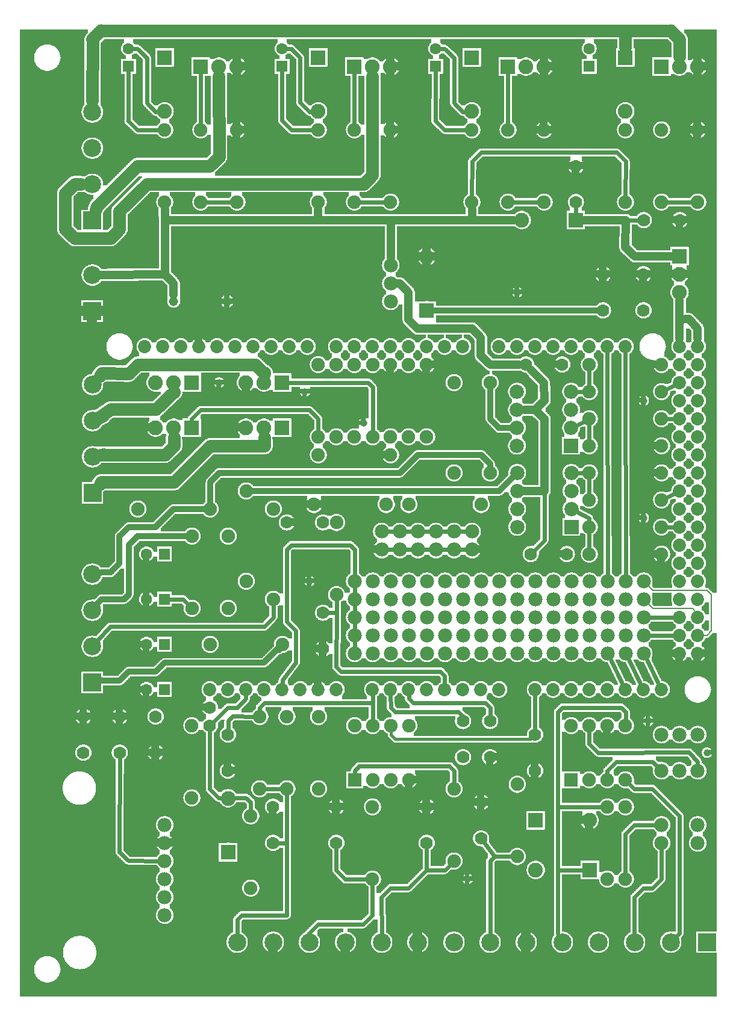
<source format=gtl>
G04 MADE WITH FRITZING*
G04 WWW.FRITZING.ORG*
G04 DOUBLE SIDED*
G04 HOLES PLATED*
G04 CONTOUR ON CENTER OF CONTOUR VECTOR*
%ASAXBY*%
%FSLAX23Y23*%
%MOIN*%
%OFA0B0*%
%SFA1.0B1.0*%
%ADD10C,0.075000*%
%ADD11C,0.039370*%
%ADD12C,0.082000*%
%ADD13C,0.078000*%
%ADD14C,0.070000*%
%ADD15C,0.072917*%
%ADD16C,0.051496*%
%ADD17C,0.079370*%
%ADD18C,0.062992*%
%ADD19C,0.099055*%
%ADD20R,0.082000X0.082000*%
%ADD21R,0.075000X0.075000*%
%ADD22R,0.079370X0.079370*%
%ADD23R,0.062992X0.062992*%
%ADD24R,0.099055X0.099055*%
%ADD25C,0.024000*%
%ADD26C,0.048000*%
%ADD27C,0.016000*%
%ADD28C,0.032000*%
%ADD29C,0.008000*%
%ADD30R,0.001000X0.001000*%
%LNCOPPER1*%
G90*
G70*
G54D10*
X1358Y4447D03*
X1754Y3306D03*
X1613Y2447D03*
X2715Y1630D03*
X3111Y1423D03*
X287Y5329D03*
G54D11*
X2518Y691D03*
X1643Y2341D03*
G54D12*
X3193Y741D03*
X2895Y741D03*
X2895Y1016D03*
X3193Y1016D03*
G54D10*
X1893Y1241D03*
X1893Y1541D03*
X1993Y1241D03*
X1993Y1541D03*
X2093Y1241D03*
X2093Y1541D03*
X2193Y1241D03*
X2193Y1541D03*
G54D13*
X2543Y2616D03*
X2443Y2616D03*
X2343Y2616D03*
X2243Y2616D03*
X2143Y2616D03*
X2043Y2616D03*
X2543Y2616D03*
X2443Y2616D03*
X2343Y2616D03*
X2243Y2616D03*
X2143Y2616D03*
X2043Y2616D03*
X2043Y2516D03*
X2143Y2516D03*
X2243Y2516D03*
X2343Y2516D03*
X2443Y2516D03*
X2543Y2516D03*
G54D11*
X3493Y3341D03*
X3843Y1391D03*
X3518Y1566D03*
X3493Y2691D03*
X2793Y3941D03*
G54D12*
X992Y3441D03*
X892Y3441D03*
X792Y3441D03*
X1492Y3441D03*
X1392Y3441D03*
X1292Y3441D03*
X1492Y3191D03*
X1392Y3191D03*
X1292Y3191D03*
X992Y3191D03*
X892Y3191D03*
X792Y3191D03*
G54D14*
X1092Y1641D03*
X1092Y1541D03*
G54D10*
X1318Y641D03*
X1318Y1041D03*
G54D15*
X2992Y1741D03*
X1392Y1741D03*
X3092Y1741D03*
X3192Y1741D03*
X3292Y1741D03*
X3392Y1741D03*
X3692Y3141D03*
X3492Y1741D03*
X3592Y1741D03*
X1432Y3641D03*
X1992Y1741D03*
X2092Y1741D03*
X2192Y1741D03*
X2292Y1741D03*
X3692Y2341D03*
X2392Y1741D03*
X2492Y1741D03*
X2592Y1741D03*
X2692Y1741D03*
X2192Y3641D03*
X3692Y3541D03*
X3692Y2741D03*
X3692Y1941D03*
X1032Y3641D03*
X1792Y1741D03*
X1792Y3641D03*
X3692Y3341D03*
X3692Y2941D03*
X3692Y2541D03*
X3392Y3641D03*
X3692Y2141D03*
X3292Y3641D03*
X3192Y3641D03*
X3092Y3641D03*
X2992Y3641D03*
X2892Y3641D03*
X2792Y3641D03*
X2692Y3641D03*
X832Y3641D03*
X1232Y3641D03*
X1632Y3641D03*
X1192Y1741D03*
X1592Y1741D03*
X2392Y3641D03*
X1992Y3641D03*
X3692Y3641D03*
X3692Y3441D03*
X3692Y3241D03*
X3692Y3041D03*
X3692Y2841D03*
X3692Y2641D03*
X3692Y2441D03*
X3692Y2241D03*
X3692Y2041D03*
X732Y3641D03*
X932Y3641D03*
X1132Y3641D03*
X1332Y3641D03*
X1532Y3641D03*
X1092Y1741D03*
X1292Y1741D03*
X1492Y1741D03*
X1692Y1741D03*
X2492Y3641D03*
X2292Y3641D03*
X2092Y3641D03*
X1892Y3641D03*
X3792Y3641D03*
X3792Y3541D03*
X3792Y3441D03*
X3792Y3341D03*
X3792Y3241D03*
X3792Y3141D03*
X3792Y3041D03*
X3792Y2941D03*
X3792Y2841D03*
X3792Y2741D03*
X3792Y2641D03*
X3792Y2541D03*
X3792Y2441D03*
X3792Y2341D03*
X3792Y2241D03*
X3792Y2141D03*
X3792Y2041D03*
X3792Y1941D03*
X2892Y1741D03*
G54D12*
X2292Y3841D03*
X2292Y4139D03*
G54D10*
X992Y1141D03*
X992Y1541D03*
G54D13*
X842Y991D03*
X842Y891D03*
X842Y791D03*
X842Y691D03*
X842Y591D03*
X842Y491D03*
G54D10*
X3092Y1241D03*
X3092Y1541D03*
X3192Y1241D03*
X3192Y1541D03*
X3292Y1241D03*
X3292Y1541D03*
X3392Y1241D03*
X3392Y1541D03*
G54D13*
X3592Y1291D03*
X3692Y1291D03*
X3792Y1291D03*
X3792Y1491D03*
X3692Y1491D03*
X3592Y1491D03*
X2093Y3891D03*
X2093Y3991D03*
X2093Y4091D03*
G54D10*
X3292Y1091D03*
X3292Y691D03*
X3392Y1091D03*
X3392Y691D03*
G54D13*
X3592Y991D03*
X3592Y891D03*
X3792Y991D03*
X3792Y891D03*
G54D10*
X3592Y2491D03*
X3192Y2491D03*
X2292Y3541D03*
X2292Y3141D03*
X1792Y3541D03*
X1792Y3141D03*
X3592Y3091D03*
X3192Y3091D03*
X3592Y2941D03*
X3192Y2941D03*
X2092Y3541D03*
X2092Y3141D03*
X2092Y3041D03*
X1692Y3041D03*
X3592Y3541D03*
X3192Y3541D03*
G54D12*
X3692Y4141D03*
X3692Y4041D03*
X3692Y3941D03*
G54D14*
X3693Y4341D03*
X3493Y4341D03*
X3492Y4041D03*
X3492Y3841D03*
X3118Y4641D03*
X3118Y4441D03*
X3268Y4041D03*
X3268Y3841D03*
G54D12*
X3116Y4341D03*
X2818Y4341D03*
G54D16*
X892Y3891D03*
X1187Y3891D03*
X892Y3891D03*
X1187Y3891D03*
G54D17*
X3093Y2641D03*
X2793Y2641D03*
X3093Y2741D03*
X2793Y2741D03*
X3093Y2841D03*
X2793Y2841D03*
X3093Y2941D03*
X2793Y2941D03*
X3092Y3091D03*
X2792Y3091D03*
X3092Y3191D03*
X2792Y3191D03*
X3092Y3291D03*
X2792Y3291D03*
X3092Y3391D03*
X2792Y3391D03*
G54D10*
X3592Y2641D03*
X3192Y2641D03*
X2192Y3541D03*
X2192Y3141D03*
X1892Y3541D03*
X1892Y3141D03*
X3592Y3241D03*
X3192Y3241D03*
X3592Y2791D03*
X3192Y2791D03*
X1993Y3541D03*
X1993Y3141D03*
X1692Y3541D03*
X1692Y3141D03*
X3592Y3391D03*
X3192Y3391D03*
G54D14*
X3068Y2491D03*
X2868Y2491D03*
X3042Y3541D03*
X2842Y3541D03*
G54D10*
X1443Y2241D03*
X1443Y2741D03*
X2643Y2941D03*
X2643Y3441D03*
X1293Y2841D03*
X1293Y2341D03*
X2443Y3441D03*
X2443Y2941D03*
X1193Y2191D03*
X1193Y2591D03*
X693Y2741D03*
X1093Y2741D03*
X1093Y1991D03*
X1493Y1991D03*
X993Y2191D03*
X993Y2591D03*
G54D18*
X841Y1991D03*
X742Y1991D03*
X841Y2491D03*
X742Y2491D03*
X841Y1741D03*
X742Y1741D03*
X841Y2241D03*
X742Y2241D03*
G54D10*
X2068Y2766D03*
X1668Y2766D03*
X1693Y1591D03*
X1693Y1191D03*
X1518Y1591D03*
X1518Y1191D03*
G54D14*
X2493Y1366D03*
X2493Y1566D03*
X1792Y1091D03*
X1792Y891D03*
X1192Y1291D03*
X1192Y1491D03*
X1442Y1091D03*
X1442Y891D03*
G54D10*
X1992Y691D03*
X1992Y1091D03*
X1368Y1191D03*
X1368Y1591D03*
G54D12*
X1193Y841D03*
X1193Y1139D03*
G54D19*
X443Y2830D03*
X443Y3030D03*
X443Y3230D03*
X443Y3430D03*
X3843Y341D03*
X3643Y341D03*
X3443Y341D03*
X3243Y341D03*
X3043Y341D03*
X2843Y341D03*
X2643Y341D03*
X2443Y341D03*
X2243Y341D03*
X2043Y341D03*
X1843Y341D03*
X1643Y341D03*
X1443Y341D03*
X1243Y341D03*
G54D14*
X2892Y1291D03*
X2892Y1491D03*
X792Y1591D03*
X792Y1391D03*
X2643Y1366D03*
X2643Y1566D03*
X392Y1591D03*
X392Y1391D03*
X593Y1591D03*
X593Y1391D03*
X2593Y1116D03*
X2593Y916D03*
X2292Y1091D03*
X2292Y891D03*
G54D10*
X2793Y816D03*
X2793Y1216D03*
X2443Y791D03*
X2443Y1191D03*
X2593Y2766D03*
X2193Y2766D03*
G54D14*
X1518Y2666D03*
X1718Y2666D03*
X1718Y1966D03*
X1718Y2166D03*
G54D10*
X1793Y2666D03*
X1793Y2266D03*
X842Y4441D03*
X842Y4841D03*
X2542Y4441D03*
X2542Y4841D03*
X1692Y4441D03*
X1692Y4841D03*
X3392Y4441D03*
X3392Y4841D03*
G54D18*
X642Y5193D03*
X642Y5291D03*
X2342Y5193D03*
X2342Y5291D03*
X1492Y5193D03*
X1492Y5291D03*
X3192Y5193D03*
X3192Y5291D03*
G54D12*
X842Y5241D03*
X842Y4943D03*
X2542Y5241D03*
X2542Y4943D03*
X1692Y5241D03*
X1692Y4943D03*
X3392Y5241D03*
X3392Y4943D03*
X1042Y5191D03*
X1142Y5191D03*
X1242Y5191D03*
X2742Y5191D03*
X2842Y5191D03*
X2942Y5191D03*
X1892Y5191D03*
X1992Y5191D03*
X2092Y5191D03*
X3592Y5191D03*
X3692Y5191D03*
X3792Y5191D03*
G54D10*
X1042Y4441D03*
X1042Y4841D03*
X2742Y4441D03*
X2742Y4841D03*
X1892Y4441D03*
X1892Y4841D03*
X3592Y4441D03*
X3592Y4841D03*
X1242Y4441D03*
X1242Y4841D03*
X2942Y4441D03*
X2942Y4841D03*
X2092Y4441D03*
X2092Y4841D03*
X3792Y4441D03*
X3792Y4841D03*
G54D19*
X442Y3837D03*
X442Y4037D03*
X442Y1780D03*
X442Y1980D03*
X442Y2180D03*
X442Y2380D03*
X442Y4340D03*
X442Y4540D03*
X442Y4740D03*
X442Y4940D03*
G54D13*
X1893Y1941D03*
X1893Y2041D03*
X1893Y2141D03*
X1893Y2241D03*
X1893Y2341D03*
X3493Y1941D03*
X3393Y1941D03*
X3293Y1941D03*
X3193Y1941D03*
X3093Y1941D03*
X2993Y1941D03*
X2893Y1941D03*
X2793Y1941D03*
X2693Y1941D03*
X2593Y1941D03*
X2493Y1941D03*
X2393Y1941D03*
X2293Y1941D03*
X2193Y1941D03*
X2093Y1941D03*
X1993Y1941D03*
X3493Y2041D03*
X2593Y2041D03*
X2893Y2041D03*
X3093Y2041D03*
X2093Y2041D03*
X2293Y2041D03*
X2693Y2041D03*
X2993Y2041D03*
X2193Y2041D03*
X2393Y2041D03*
X3293Y2041D03*
X3393Y2041D03*
X2793Y2041D03*
X2493Y2041D03*
X3193Y2041D03*
X1993Y2041D03*
X2093Y2141D03*
X2893Y2141D03*
X2393Y2141D03*
X3293Y2141D03*
X2593Y2141D03*
X3493Y2141D03*
X2293Y2141D03*
X1993Y2141D03*
X2493Y2141D03*
X2993Y2141D03*
X3193Y2141D03*
X2793Y2141D03*
X3393Y2141D03*
X2193Y2141D03*
X3093Y2141D03*
X2693Y2141D03*
X2093Y2241D03*
X2893Y2241D03*
X2393Y2241D03*
X3293Y2241D03*
X2593Y2241D03*
X3493Y2241D03*
X2293Y2241D03*
X1993Y2241D03*
X2493Y2241D03*
X2993Y2241D03*
X3193Y2241D03*
X2793Y2241D03*
X3393Y2241D03*
X2193Y2241D03*
X3093Y2241D03*
X2693Y2241D03*
X2093Y2341D03*
X2893Y2341D03*
X2393Y2341D03*
X3293Y2341D03*
X2593Y2341D03*
X3493Y2341D03*
X2293Y2341D03*
X1993Y2341D03*
X2493Y2341D03*
X2993Y2341D03*
X3193Y2341D03*
X2793Y2341D03*
X3393Y2341D03*
X2193Y2341D03*
X3093Y2341D03*
X2693Y2341D03*
G54D11*
X1943Y3216D03*
X1143Y3441D03*
X1618Y3391D03*
G54D20*
X3194Y741D03*
X2894Y1016D03*
G54D21*
X1893Y1241D03*
G54D20*
X992Y3441D03*
X1492Y3441D03*
X1492Y3191D03*
X992Y3191D03*
X2292Y3840D03*
G54D21*
X3092Y1241D03*
G54D20*
X3692Y4141D03*
X3117Y4341D03*
G54D22*
X3093Y2641D03*
X3092Y3091D03*
G54D23*
X841Y1991D03*
X841Y2491D03*
X841Y1741D03*
X841Y2241D03*
G54D20*
X1193Y840D03*
G54D24*
X443Y2830D03*
X3843Y341D03*
G54D23*
X642Y5193D03*
X2342Y5193D03*
X1492Y5193D03*
X3192Y5193D03*
G54D20*
X842Y5242D03*
X2542Y5242D03*
X1692Y5242D03*
X3392Y5242D03*
X1042Y5191D03*
X2742Y5191D03*
X1892Y5191D03*
X3592Y5191D03*
G54D24*
X442Y3837D03*
X442Y1780D03*
X442Y4340D03*
G54D25*
X1795Y2167D02*
X1794Y2238D01*
D02*
X1993Y1667D02*
X1993Y1570D01*
D02*
X1393Y1666D02*
X1368Y1641D01*
D02*
X1368Y1641D02*
X1368Y1620D01*
D02*
X1993Y1667D02*
X1393Y1666D01*
D02*
X1993Y1711D02*
X1993Y1667D01*
D02*
X1217Y1593D02*
X1195Y1567D01*
D02*
X1195Y1567D02*
X1193Y1518D01*
D02*
X1340Y1592D02*
X1217Y1593D01*
G54D26*
D02*
X843Y4341D02*
X843Y4041D01*
D02*
X843Y4041D02*
X494Y4037D01*
D02*
X892Y3990D02*
X843Y4041D01*
D02*
X892Y3929D02*
X892Y3990D01*
G54D25*
D02*
X1919Y1317D02*
X2419Y1317D01*
D02*
X1894Y1290D02*
X1919Y1317D01*
D02*
X2419Y1317D02*
X2443Y1290D01*
D02*
X2443Y1290D02*
X2443Y1220D01*
D02*
X1894Y1270D02*
X1894Y1290D01*
D02*
X3343Y4716D02*
X3393Y4666D01*
D02*
X2593Y4716D02*
X3343Y4716D01*
D02*
X2543Y4666D02*
X2593Y4716D01*
D02*
X3393Y4666D02*
X3392Y4470D01*
D02*
X2542Y4470D02*
X2543Y4666D01*
D02*
X3019Y741D02*
X3018Y1091D01*
D02*
X3018Y1091D02*
X3019Y1617D01*
D02*
X1518Y891D02*
X1468Y891D01*
D02*
X1518Y891D02*
X1518Y491D01*
D02*
X1268Y491D02*
X1243Y466D01*
D02*
X1243Y366D02*
X1243Y382D01*
D02*
X1243Y466D02*
X1243Y366D01*
D02*
X1518Y491D02*
X1268Y491D01*
D02*
X1518Y1163D02*
X1518Y891D01*
D02*
X3043Y1641D02*
X3368Y1641D01*
D02*
X3368Y1641D02*
X3394Y1617D01*
D02*
X3394Y1617D02*
X3393Y1570D01*
D02*
X3019Y1617D02*
X3043Y1641D01*
D02*
X3019Y390D02*
X3019Y741D01*
D02*
X3025Y378D02*
X3019Y390D01*
G54D27*
D02*
X2118Y1467D02*
X2869Y1467D01*
D02*
X2869Y1467D02*
X2878Y1477D01*
D02*
X2094Y1518D02*
X2094Y1491D01*
D02*
X2094Y1491D02*
X2118Y1467D01*
G54D25*
D02*
X1795Y2167D02*
X1791Y1867D01*
D02*
X1817Y1841D02*
X2369Y1841D01*
D02*
X1791Y1867D02*
X1817Y1841D01*
D02*
X2369Y1841D02*
X2391Y1816D01*
D02*
X2391Y1816D02*
X2392Y1772D01*
D02*
X1744Y2167D02*
X1795Y2167D01*
D02*
X3019Y741D02*
X3161Y741D01*
D02*
X3018Y1091D02*
X3264Y1091D01*
D02*
X2118Y1616D02*
X2093Y1641D01*
D02*
X2468Y1616D02*
X2118Y1616D01*
D02*
X2493Y1591D02*
X2468Y1616D01*
D02*
X2493Y1593D02*
X2493Y1591D01*
D02*
X2093Y1641D02*
X2092Y1711D01*
D02*
X2892Y1518D02*
X2892Y1711D01*
G54D28*
D02*
X592Y2590D02*
X644Y2641D01*
D02*
X544Y2390D02*
X592Y2441D01*
D02*
X592Y2441D02*
X592Y2590D01*
D02*
X644Y2641D02*
X791Y2641D01*
D02*
X791Y2641D02*
X891Y2741D01*
D02*
X891Y2741D02*
X1059Y2741D01*
D02*
X494Y2390D02*
X544Y2390D01*
D02*
X487Y2389D02*
X494Y2390D01*
G54D25*
D02*
X2943Y2566D02*
X2887Y2510D01*
D02*
X2943Y2841D02*
X2943Y2566D01*
D02*
X3164Y2941D02*
X3124Y2941D01*
D02*
X2313Y2616D02*
X2273Y2616D01*
D02*
X2413Y2616D02*
X2373Y2616D01*
D02*
X2513Y2616D02*
X2473Y2616D01*
D02*
X1969Y3441D02*
X1993Y3416D01*
D02*
X1524Y3441D02*
X1969Y3441D01*
D02*
X1993Y3416D02*
X1993Y3170D01*
D02*
X3307Y1914D02*
X3379Y1769D01*
D02*
X3407Y1914D02*
X3479Y1769D01*
D02*
X3507Y1914D02*
X3579Y1769D01*
D02*
X2113Y2616D02*
X2073Y2616D01*
D02*
X2213Y2616D02*
X2173Y2616D01*
D02*
X2473Y2516D02*
X2513Y2516D01*
D02*
X2373Y2516D02*
X2413Y2516D01*
D02*
X2273Y2516D02*
X2313Y2516D01*
D02*
X2173Y2516D02*
X2213Y2516D01*
D02*
X2113Y2516D02*
X2073Y2516D01*
G54D29*
D02*
X3543Y2290D02*
X3510Y2324D01*
D02*
X3843Y2291D02*
X3543Y2290D01*
D02*
X3869Y2266D02*
X3843Y2291D01*
D02*
X3867Y2066D02*
X3869Y2266D01*
D02*
X3843Y2041D02*
X3867Y2066D01*
D02*
X3817Y2041D02*
X3843Y2041D01*
D02*
X3768Y2191D02*
X3543Y2191D01*
D02*
X3543Y2191D02*
X3511Y2224D01*
D02*
X3781Y2164D02*
X3768Y2191D01*
G54D14*
D02*
X494Y3493D02*
X483Y3479D01*
D02*
X643Y3490D02*
X494Y3493D01*
D02*
X694Y3541D02*
X643Y3490D01*
D02*
X695Y3541D02*
X694Y3541D01*
D02*
X1343Y3541D02*
X695Y3541D01*
D02*
X1395Y3490D02*
X1343Y3541D01*
D02*
X1395Y3496D02*
X1395Y3490D01*
D02*
X543Y3293D02*
X468Y3241D01*
D02*
X468Y3241D02*
X501Y3256D01*
D02*
X794Y3293D02*
X543Y3293D01*
D02*
X895Y3390D02*
X794Y3293D01*
D02*
X895Y3387D02*
X895Y3390D01*
D02*
X491Y2890D02*
X483Y2879D01*
D02*
X895Y2890D02*
X491Y2890D01*
D02*
X1095Y3090D02*
X895Y2890D01*
D02*
X1395Y3090D02*
X1095Y3090D01*
D02*
X1394Y3137D02*
X1395Y3090D01*
D02*
X492Y3041D02*
X505Y3044D01*
D02*
X843Y3041D02*
X492Y3041D01*
D02*
X895Y3090D02*
X843Y3041D01*
D02*
X894Y3137D02*
X895Y3090D01*
G54D25*
D02*
X2443Y5241D02*
X2444Y4990D01*
D02*
X2340Y4890D02*
X2342Y5166D01*
D02*
X2444Y4990D02*
X2492Y4941D01*
D02*
X2514Y4841D02*
X2392Y4841D01*
D02*
X2392Y4841D02*
X2340Y4890D01*
G54D14*
D02*
X292Y4490D02*
X292Y4290D01*
D02*
X343Y4241D02*
X543Y4241D01*
D02*
X543Y4241D02*
X592Y4290D01*
D02*
X743Y4541D02*
X1943Y4541D01*
D02*
X592Y4390D02*
X743Y4541D01*
D02*
X592Y4290D02*
X592Y4390D01*
D02*
X292Y4290D02*
X343Y4241D01*
D02*
X343Y4541D02*
X292Y4490D01*
D02*
X1943Y4541D02*
X1992Y4590D01*
G54D25*
D02*
X1492Y4893D02*
X1492Y5166D01*
G54D14*
D02*
X379Y4541D02*
X343Y4541D01*
D02*
X1992Y4590D02*
X1992Y5137D01*
G54D25*
D02*
X1892Y4870D02*
X1892Y5159D01*
D02*
X1543Y4841D02*
X1492Y4893D01*
D02*
X2492Y4941D02*
X2510Y4942D01*
D02*
X2369Y5291D02*
X2392Y5290D01*
D02*
X2392Y5290D02*
X2443Y5241D01*
D02*
X1592Y5241D02*
X1592Y4993D01*
D02*
X1592Y4993D02*
X1643Y4941D01*
D02*
X1664Y4841D02*
X1543Y4841D01*
D02*
X1543Y5290D02*
X1592Y5241D01*
D02*
X1519Y5291D02*
X1543Y5290D01*
D02*
X1643Y4941D02*
X1660Y4942D01*
G54D14*
D02*
X1092Y4641D02*
X1143Y4690D01*
D02*
X792Y4641D02*
X1092Y4641D01*
D02*
X468Y4417D02*
X692Y4641D01*
D02*
X692Y4641D02*
X792Y4641D01*
D02*
X462Y4400D02*
X468Y4417D01*
G54D25*
D02*
X743Y5241D02*
X743Y4990D01*
D02*
X743Y4990D02*
X792Y4941D01*
D02*
X1042Y5159D02*
X1042Y4870D01*
G54D14*
D02*
X1143Y4690D02*
X1142Y5137D01*
G54D25*
D02*
X2742Y4870D02*
X2742Y5159D01*
D02*
X692Y5290D02*
X743Y5241D01*
D02*
X669Y5291D02*
X692Y5290D01*
D02*
X792Y4941D02*
X810Y4942D01*
D02*
X641Y4890D02*
X642Y5166D01*
D02*
X814Y4841D02*
X692Y4841D01*
D02*
X692Y4841D02*
X641Y4890D01*
D02*
X3192Y1441D02*
X3192Y1513D01*
D02*
X3242Y1391D02*
X3192Y1441D01*
D02*
X3792Y1341D02*
X3744Y1393D01*
D02*
X3744Y1393D02*
X3242Y1391D01*
D02*
X3792Y1322D02*
X3792Y1341D01*
D02*
X1644Y3290D02*
X1692Y3241D01*
D02*
X1040Y3290D02*
X1644Y3290D01*
D02*
X992Y3241D02*
X1040Y3290D01*
D02*
X1692Y3241D02*
X1692Y3170D01*
D02*
X992Y3224D02*
X992Y3241D01*
G54D26*
D02*
X2944Y3341D02*
X2940Y3441D01*
D02*
X2940Y3441D02*
X2868Y3515D01*
D02*
X2892Y3290D02*
X2944Y3341D01*
D02*
X2835Y2841D02*
X2943Y2841D01*
G54D28*
D02*
X2330Y3841D02*
X3237Y3841D01*
G54D25*
D02*
X1443Y2141D02*
X1443Y2213D01*
D02*
X469Y2011D02*
X540Y2090D01*
D02*
X1395Y2090D02*
X1443Y2141D01*
D02*
X540Y2090D02*
X1395Y2090D01*
D02*
X1092Y1190D02*
X1140Y1141D01*
D02*
X1092Y1515D02*
X1092Y1190D01*
D02*
X1140Y1141D02*
X1161Y1141D01*
D02*
X1319Y1117D02*
X1292Y1141D01*
D02*
X1318Y1070D02*
X1319Y1117D01*
D02*
X1292Y1141D02*
X1225Y1140D01*
D02*
X1244Y1641D02*
X1192Y1641D01*
D02*
X1192Y1641D02*
X1111Y1560D01*
D02*
X1292Y1711D02*
X1292Y1690D01*
D02*
X1292Y1690D02*
X1244Y1641D01*
G54D28*
D02*
X2695Y2841D02*
X1327Y2841D01*
D02*
X2768Y2916D02*
X2695Y2841D01*
D02*
X644Y2541D02*
X692Y2590D01*
D02*
X643Y2266D02*
X644Y2541D01*
D02*
X618Y2241D02*
X643Y2266D01*
D02*
X492Y2241D02*
X618Y2241D01*
D02*
X692Y2590D02*
X959Y2591D01*
D02*
X2644Y3241D02*
X2692Y3190D01*
D02*
X2692Y3190D02*
X2756Y3191D01*
D02*
X2643Y3407D02*
X2644Y3241D01*
D02*
X471Y2216D02*
X492Y2241D01*
G54D25*
D02*
X640Y793D02*
X592Y841D01*
D02*
X812Y792D02*
X640Y793D01*
D02*
X3542Y1341D02*
X3571Y1313D01*
D02*
X3342Y1341D02*
X3542Y1341D01*
D02*
X3292Y1291D02*
X3342Y1341D01*
D02*
X3292Y1270D02*
X3292Y1291D01*
D02*
X3492Y1191D02*
X3542Y1191D01*
D02*
X3542Y1191D02*
X3642Y1091D01*
D02*
X3692Y391D02*
X3672Y371D01*
D02*
X3442Y1191D02*
X3492Y1191D01*
D02*
X3412Y1221D02*
X3442Y1191D01*
D02*
X3642Y1091D02*
X3692Y1041D01*
D02*
X3692Y1041D02*
X3692Y391D01*
D02*
X3592Y691D02*
X3592Y861D01*
D02*
X3492Y641D02*
X3542Y641D01*
D02*
X3542Y641D02*
X3592Y691D01*
D02*
X3392Y941D02*
X3392Y720D01*
D02*
X3442Y991D02*
X3392Y941D01*
D02*
X3562Y991D02*
X3442Y991D01*
D02*
X3442Y591D02*
X3492Y641D01*
D02*
X3442Y391D02*
X3442Y591D01*
D02*
X3442Y382D02*
X3442Y391D01*
G54D26*
D02*
X843Y4341D02*
X843Y4402D01*
D02*
X1193Y4341D02*
X1692Y4341D01*
D02*
X843Y4341D02*
X1193Y4341D01*
D02*
X3444Y4141D02*
X3649Y4141D01*
D02*
X3392Y4190D02*
X3444Y4141D01*
D02*
X3394Y4341D02*
X3392Y4190D01*
D02*
X3159Y4341D02*
X3394Y4341D01*
D02*
X1692Y4341D02*
X1692Y4402D01*
D02*
X1692Y4341D02*
X2094Y4341D01*
D02*
X2192Y3941D02*
X2144Y3990D01*
D02*
X2192Y3790D02*
X2192Y3941D01*
D02*
X2240Y3741D02*
X2192Y3790D01*
D02*
X2144Y3990D02*
X2134Y3990D01*
D02*
X2544Y3741D02*
X2240Y3741D01*
D02*
X2592Y3690D02*
X2544Y3741D01*
D02*
X2592Y3590D02*
X2592Y3690D01*
D02*
X2644Y3541D02*
X2592Y3590D01*
D02*
X2094Y4341D02*
X2093Y4133D01*
G54D25*
D02*
X1992Y490D02*
X1940Y441D01*
D02*
X1692Y441D02*
X1642Y391D01*
D02*
X1992Y663D02*
X1992Y490D01*
D02*
X2044Y390D02*
X2044Y382D01*
D02*
X2092Y641D02*
X2042Y591D01*
D02*
X3192Y2941D02*
X3192Y2820D01*
D02*
X3192Y3541D02*
X3192Y3420D01*
D02*
X2644Y390D02*
X2644Y382D01*
D02*
X2643Y791D02*
X2644Y390D01*
D02*
X2668Y816D02*
X2643Y791D01*
D02*
X3192Y2613D02*
X3192Y2520D01*
D02*
X3192Y3213D02*
X3192Y3120D01*
G54D28*
D02*
X468Y1790D02*
X485Y1797D01*
D02*
X592Y1790D02*
X468Y1790D01*
D02*
X644Y1841D02*
X592Y1790D01*
D02*
X792Y1841D02*
X644Y1841D01*
D02*
X1492Y1990D02*
X1392Y1890D01*
D02*
X1392Y1890D02*
X844Y1890D01*
D02*
X844Y1890D02*
X792Y1841D01*
D02*
X1476Y1962D02*
X1492Y1990D01*
G54D26*
D02*
X2943Y3241D02*
X2943Y2841D01*
D02*
X2892Y3290D02*
X2943Y3241D01*
G54D25*
D02*
X1894Y2517D02*
X1869Y2541D01*
D02*
X3665Y2828D02*
X3618Y2804D01*
D02*
X3662Y2641D02*
X3621Y2641D01*
D02*
X3191Y2690D02*
X3192Y2670D01*
D02*
X3120Y2727D02*
X3191Y2690D01*
G54D26*
D02*
X3792Y3741D02*
X3792Y3683D01*
D02*
X3743Y3793D02*
X3792Y3741D01*
D02*
X3692Y3791D02*
X3743Y3793D01*
D02*
X3692Y3791D02*
X3692Y3898D01*
D02*
X3692Y3683D02*
X3692Y3791D01*
G54D25*
D02*
X3120Y3205D02*
X3167Y3229D01*
D02*
X3621Y3241D02*
X3662Y3241D01*
D02*
X3123Y3391D02*
X3164Y3391D01*
D02*
X3618Y3404D02*
X3665Y3428D01*
G54D28*
D02*
X2643Y2990D02*
X2643Y2976D01*
D02*
X1095Y2890D02*
X1143Y2941D01*
D02*
X1143Y2941D02*
X2144Y2941D01*
D02*
X1094Y2776D02*
X1095Y2890D01*
G54D25*
D02*
X943Y2241D02*
X973Y2212D01*
D02*
X867Y2241D02*
X943Y2241D01*
G54D26*
D02*
X2644Y3541D02*
X2805Y3541D01*
D02*
X2834Y3291D02*
X2892Y3290D01*
G54D25*
D02*
X1214Y4441D02*
X1071Y4441D01*
D02*
X2064Y4441D02*
X1921Y4441D01*
D02*
X2914Y4441D02*
X2771Y4441D01*
D02*
X2765Y816D02*
X2668Y816D01*
D02*
X2668Y816D02*
X2609Y896D01*
G54D14*
D02*
X3392Y5390D02*
X3392Y5296D01*
D02*
X3392Y5390D02*
X3643Y5390D01*
D02*
X492Y5390D02*
X3392Y5390D01*
D02*
X3692Y5341D02*
X3692Y5246D01*
D02*
X442Y5003D02*
X443Y5341D01*
G54D25*
D02*
X3621Y4441D02*
X3764Y4441D01*
D02*
X1840Y690D02*
X1964Y691D01*
D02*
X1792Y741D02*
X1840Y690D01*
D02*
X1792Y841D02*
X1792Y741D01*
D02*
X1792Y865D02*
X1792Y841D01*
D02*
X2292Y741D02*
X2393Y741D01*
D02*
X2292Y865D02*
X2292Y741D01*
D02*
X2643Y1641D02*
X2643Y1593D01*
D02*
X2218Y1666D02*
X2618Y1666D01*
D02*
X2618Y1666D02*
X2643Y1641D01*
D02*
X2193Y1691D02*
X2218Y1666D01*
D02*
X2193Y1711D02*
X2193Y1691D01*
D02*
X1397Y1191D02*
X1490Y1191D01*
D02*
X1518Y2516D02*
X1543Y2541D01*
D02*
X1568Y2066D02*
X1519Y2117D01*
D02*
X1519Y2117D02*
X1518Y2516D01*
D02*
X1568Y1890D02*
X1568Y2066D01*
D02*
X1543Y2541D02*
X1869Y2541D01*
D02*
X1495Y1793D02*
X1568Y1890D01*
D02*
X1494Y1772D02*
X1495Y1793D01*
D02*
X2192Y641D02*
X2092Y641D01*
D02*
X2292Y741D02*
X2192Y641D01*
D02*
X592Y841D02*
X593Y1365D01*
G54D28*
D02*
X2243Y3041D02*
X2595Y3041D01*
D02*
X2595Y3041D02*
X2643Y2990D01*
D02*
X2144Y2941D02*
X2243Y3041D01*
G54D25*
D02*
X1642Y391D02*
X1642Y382D01*
D02*
X1940Y441D02*
X1692Y441D01*
D02*
X2042Y591D02*
X2044Y390D01*
D02*
X2393Y741D02*
X2423Y771D01*
D02*
X3394Y4341D02*
X3467Y4341D01*
D02*
X3117Y4374D02*
X3118Y4415D01*
G54D26*
D02*
X2543Y4402D02*
X2543Y4341D01*
D02*
X2775Y4341D02*
X2543Y4341D01*
D02*
X2094Y4341D02*
X2543Y4341D01*
G54D25*
D02*
X1894Y2517D02*
X1893Y2372D01*
D02*
X1893Y2311D02*
X1893Y2272D01*
D02*
X1893Y2211D02*
X1893Y2172D01*
D02*
X1893Y2111D02*
X1893Y2072D01*
D02*
X1893Y2011D02*
X1893Y1972D01*
D02*
X3523Y2041D02*
X3662Y2041D01*
D02*
X3523Y2141D02*
X3662Y2141D01*
D02*
X3293Y2372D02*
X3292Y3611D01*
D02*
X3393Y2372D02*
X3392Y3611D01*
G36*
X670Y5263D02*
X670Y5261D01*
X668Y5261D01*
X668Y5259D01*
X666Y5259D01*
X666Y5257D01*
X662Y5257D01*
X662Y5255D01*
X660Y5255D01*
X660Y5235D01*
X684Y5235D01*
X684Y5153D01*
X682Y5153D01*
X682Y5151D01*
X664Y5151D01*
X664Y4899D01*
X666Y4899D01*
X666Y4897D01*
X668Y4897D01*
X668Y4895D01*
X670Y4895D01*
X670Y4893D01*
X672Y4893D01*
X672Y4891D01*
X674Y4891D01*
X674Y4889D01*
X676Y4889D01*
X676Y4887D01*
X678Y4887D01*
X678Y4885D01*
X680Y4885D01*
X680Y4883D01*
X682Y4883D01*
X682Y4881D01*
X684Y4881D01*
X684Y4879D01*
X686Y4879D01*
X686Y4877D01*
X688Y4877D01*
X688Y4875D01*
X690Y4875D01*
X690Y4873D01*
X692Y4873D01*
X692Y4871D01*
X694Y4871D01*
X694Y4869D01*
X696Y4869D01*
X696Y4867D01*
X698Y4867D01*
X698Y4865D01*
X700Y4865D01*
X700Y4863D01*
X800Y4863D01*
X800Y4865D01*
X802Y4865D01*
X802Y4869D01*
X804Y4869D01*
X804Y4871D01*
X806Y4871D01*
X806Y4873D01*
X808Y4873D01*
X808Y4875D01*
X810Y4875D01*
X810Y4877D01*
X812Y4877D01*
X812Y4879D01*
X814Y4879D01*
X814Y4881D01*
X816Y4881D01*
X816Y4901D01*
X814Y4901D01*
X814Y4903D01*
X810Y4903D01*
X810Y4905D01*
X808Y4905D01*
X808Y4907D01*
X806Y4907D01*
X806Y4909D01*
X804Y4909D01*
X804Y4911D01*
X802Y4911D01*
X802Y4913D01*
X800Y4913D01*
X800Y4917D01*
X798Y4917D01*
X798Y4919D01*
X790Y4919D01*
X790Y4921D01*
X782Y4921D01*
X782Y4923D01*
X780Y4923D01*
X780Y4925D01*
X776Y4925D01*
X776Y4927D01*
X774Y4927D01*
X774Y4929D01*
X772Y4929D01*
X772Y4931D01*
X770Y4931D01*
X770Y4933D01*
X768Y4933D01*
X768Y4935D01*
X766Y4935D01*
X766Y4937D01*
X764Y4937D01*
X764Y4939D01*
X762Y4939D01*
X762Y4941D01*
X760Y4941D01*
X760Y4943D01*
X758Y4943D01*
X758Y4945D01*
X756Y4945D01*
X756Y4947D01*
X754Y4947D01*
X754Y4949D01*
X752Y4949D01*
X752Y4951D01*
X750Y4951D01*
X750Y4953D01*
X748Y4953D01*
X748Y4955D01*
X746Y4955D01*
X746Y4957D01*
X744Y4957D01*
X744Y4959D01*
X742Y4959D01*
X742Y4961D01*
X740Y4961D01*
X740Y4963D01*
X738Y4963D01*
X738Y4965D01*
X736Y4965D01*
X736Y4967D01*
X734Y4967D01*
X734Y4969D01*
X732Y4969D01*
X732Y4971D01*
X730Y4971D01*
X730Y4973D01*
X728Y4973D01*
X728Y4975D01*
X726Y4975D01*
X726Y4979D01*
X724Y4979D01*
X724Y4983D01*
X722Y4983D01*
X722Y5233D01*
X720Y5233D01*
X720Y5235D01*
X718Y5235D01*
X718Y5237D01*
X716Y5237D01*
X716Y5239D01*
X714Y5239D01*
X714Y5241D01*
X712Y5241D01*
X712Y5243D01*
X710Y5243D01*
X710Y5245D01*
X706Y5245D01*
X706Y5247D01*
X704Y5247D01*
X704Y5249D01*
X702Y5249D01*
X702Y5251D01*
X700Y5251D01*
X700Y5253D01*
X698Y5253D01*
X698Y5255D01*
X696Y5255D01*
X696Y5257D01*
X694Y5257D01*
X694Y5259D01*
X692Y5259D01*
X692Y5261D01*
X690Y5261D01*
X690Y5263D01*
X670Y5263D01*
G37*
D02*
G36*
X1520Y5263D02*
X1520Y5261D01*
X1518Y5261D01*
X1518Y5259D01*
X1516Y5259D01*
X1516Y5257D01*
X1512Y5257D01*
X1512Y5255D01*
X1510Y5255D01*
X1510Y5235D01*
X1534Y5235D01*
X1534Y5153D01*
X1532Y5153D01*
X1532Y5151D01*
X1514Y5151D01*
X1514Y4901D01*
X1516Y4901D01*
X1516Y4899D01*
X1518Y4899D01*
X1518Y4897D01*
X1520Y4897D01*
X1520Y4895D01*
X1522Y4895D01*
X1522Y4893D01*
X1524Y4893D01*
X1524Y4891D01*
X1526Y4891D01*
X1526Y4889D01*
X1528Y4889D01*
X1528Y4887D01*
X1530Y4887D01*
X1530Y4885D01*
X1532Y4885D01*
X1532Y4883D01*
X1534Y4883D01*
X1534Y4881D01*
X1536Y4881D01*
X1536Y4879D01*
X1538Y4879D01*
X1538Y4877D01*
X1540Y4877D01*
X1540Y4875D01*
X1542Y4875D01*
X1542Y4873D01*
X1544Y4873D01*
X1544Y4871D01*
X1546Y4871D01*
X1546Y4869D01*
X1548Y4869D01*
X1548Y4867D01*
X1550Y4867D01*
X1550Y4865D01*
X1552Y4865D01*
X1552Y4863D01*
X1650Y4863D01*
X1650Y4865D01*
X1652Y4865D01*
X1652Y4869D01*
X1654Y4869D01*
X1654Y4871D01*
X1656Y4871D01*
X1656Y4873D01*
X1658Y4873D01*
X1658Y4875D01*
X1660Y4875D01*
X1660Y4877D01*
X1662Y4877D01*
X1662Y4879D01*
X1664Y4879D01*
X1664Y4881D01*
X1666Y4881D01*
X1666Y4901D01*
X1664Y4901D01*
X1664Y4903D01*
X1660Y4903D01*
X1660Y4905D01*
X1658Y4905D01*
X1658Y4907D01*
X1656Y4907D01*
X1656Y4909D01*
X1654Y4909D01*
X1654Y4911D01*
X1652Y4911D01*
X1652Y4913D01*
X1650Y4913D01*
X1650Y4917D01*
X1648Y4917D01*
X1648Y4919D01*
X1640Y4919D01*
X1640Y4921D01*
X1634Y4921D01*
X1634Y4923D01*
X1630Y4923D01*
X1630Y4925D01*
X1628Y4925D01*
X1628Y4927D01*
X1626Y4927D01*
X1626Y4929D01*
X1624Y4929D01*
X1624Y4931D01*
X1622Y4931D01*
X1622Y4933D01*
X1620Y4933D01*
X1620Y4935D01*
X1618Y4935D01*
X1618Y4937D01*
X1616Y4937D01*
X1616Y4939D01*
X1614Y4939D01*
X1614Y4941D01*
X1612Y4941D01*
X1612Y4943D01*
X1610Y4943D01*
X1610Y4945D01*
X1608Y4945D01*
X1608Y4947D01*
X1606Y4947D01*
X1606Y4949D01*
X1604Y4949D01*
X1604Y4951D01*
X1602Y4951D01*
X1602Y4953D01*
X1600Y4953D01*
X1600Y4955D01*
X1598Y4955D01*
X1598Y4957D01*
X1596Y4957D01*
X1596Y4959D01*
X1594Y4959D01*
X1594Y4961D01*
X1592Y4961D01*
X1592Y4963D01*
X1590Y4963D01*
X1590Y4965D01*
X1588Y4965D01*
X1588Y4967D01*
X1586Y4967D01*
X1586Y4969D01*
X1584Y4969D01*
X1584Y4971D01*
X1582Y4971D01*
X1582Y4973D01*
X1580Y4973D01*
X1580Y4975D01*
X1578Y4975D01*
X1578Y4977D01*
X1576Y4977D01*
X1576Y4979D01*
X1574Y4979D01*
X1574Y4983D01*
X1572Y4983D01*
X1572Y4987D01*
X1570Y4987D01*
X1570Y5233D01*
X1568Y5233D01*
X1568Y5235D01*
X1566Y5235D01*
X1566Y5237D01*
X1564Y5237D01*
X1564Y5239D01*
X1562Y5239D01*
X1562Y5241D01*
X1560Y5241D01*
X1560Y5243D01*
X1558Y5243D01*
X1558Y5245D01*
X1556Y5245D01*
X1556Y5247D01*
X1554Y5247D01*
X1554Y5249D01*
X1552Y5249D01*
X1552Y5251D01*
X1550Y5251D01*
X1550Y5253D01*
X1548Y5253D01*
X1548Y5255D01*
X1546Y5255D01*
X1546Y5257D01*
X1544Y5257D01*
X1544Y5259D01*
X1542Y5259D01*
X1542Y5261D01*
X1540Y5261D01*
X1540Y5263D01*
X1520Y5263D01*
G37*
D02*
G36*
X2370Y5263D02*
X2370Y5261D01*
X2368Y5261D01*
X2368Y5259D01*
X2366Y5259D01*
X2366Y5257D01*
X2362Y5257D01*
X2362Y5255D01*
X2360Y5255D01*
X2360Y5235D01*
X2384Y5235D01*
X2384Y5153D01*
X2382Y5153D01*
X2382Y5151D01*
X2364Y5151D01*
X2364Y5013D01*
X2362Y5013D01*
X2362Y4899D01*
X2364Y4899D01*
X2364Y4897D01*
X2366Y4897D01*
X2366Y4895D01*
X2368Y4895D01*
X2368Y4893D01*
X2370Y4893D01*
X2370Y4891D01*
X2372Y4891D01*
X2372Y4889D01*
X2374Y4889D01*
X2374Y4887D01*
X2376Y4887D01*
X2376Y4885D01*
X2378Y4885D01*
X2378Y4883D01*
X2382Y4883D01*
X2382Y4881D01*
X2384Y4881D01*
X2384Y4879D01*
X2386Y4879D01*
X2386Y4877D01*
X2388Y4877D01*
X2388Y4875D01*
X2390Y4875D01*
X2390Y4873D01*
X2392Y4873D01*
X2392Y4871D01*
X2394Y4871D01*
X2394Y4869D01*
X2396Y4869D01*
X2396Y4867D01*
X2398Y4867D01*
X2398Y4865D01*
X2400Y4865D01*
X2400Y4863D01*
X2500Y4863D01*
X2500Y4865D01*
X2502Y4865D01*
X2502Y4869D01*
X2504Y4869D01*
X2504Y4871D01*
X2506Y4871D01*
X2506Y4873D01*
X2508Y4873D01*
X2508Y4875D01*
X2510Y4875D01*
X2510Y4877D01*
X2512Y4877D01*
X2512Y4879D01*
X2514Y4879D01*
X2514Y4881D01*
X2516Y4881D01*
X2516Y4901D01*
X2514Y4901D01*
X2514Y4903D01*
X2510Y4903D01*
X2510Y4905D01*
X2508Y4905D01*
X2508Y4907D01*
X2506Y4907D01*
X2506Y4909D01*
X2504Y4909D01*
X2504Y4911D01*
X2502Y4911D01*
X2502Y4913D01*
X2500Y4913D01*
X2500Y4917D01*
X2498Y4917D01*
X2498Y4919D01*
X2490Y4919D01*
X2490Y4921D01*
X2482Y4921D01*
X2482Y4923D01*
X2480Y4923D01*
X2480Y4925D01*
X2476Y4925D01*
X2476Y4927D01*
X2474Y4927D01*
X2474Y4929D01*
X2472Y4929D01*
X2472Y4931D01*
X2470Y4931D01*
X2470Y4933D01*
X2468Y4933D01*
X2468Y4935D01*
X2466Y4935D01*
X2466Y4937D01*
X2464Y4937D01*
X2464Y4939D01*
X2462Y4939D01*
X2462Y4941D01*
X2460Y4941D01*
X2460Y4943D01*
X2458Y4943D01*
X2458Y4945D01*
X2456Y4945D01*
X2456Y4947D01*
X2454Y4947D01*
X2454Y4949D01*
X2452Y4949D01*
X2452Y4951D01*
X2450Y4951D01*
X2450Y4953D01*
X2448Y4953D01*
X2448Y4955D01*
X2446Y4955D01*
X2446Y4957D01*
X2444Y4957D01*
X2444Y4959D01*
X2442Y4959D01*
X2442Y4961D01*
X2440Y4961D01*
X2440Y4963D01*
X2438Y4963D01*
X2438Y4965D01*
X2436Y4965D01*
X2436Y4967D01*
X2434Y4967D01*
X2434Y4969D01*
X2432Y4969D01*
X2432Y4971D01*
X2430Y4971D01*
X2430Y4973D01*
X2428Y4973D01*
X2428Y4977D01*
X2426Y4977D01*
X2426Y4979D01*
X2424Y4979D01*
X2424Y4983D01*
X2422Y4983D01*
X2422Y5233D01*
X2420Y5233D01*
X2420Y5235D01*
X2418Y5235D01*
X2418Y5237D01*
X2416Y5237D01*
X2416Y5239D01*
X2414Y5239D01*
X2414Y5241D01*
X2412Y5241D01*
X2412Y5243D01*
X2410Y5243D01*
X2410Y5245D01*
X2406Y5245D01*
X2406Y5247D01*
X2404Y5247D01*
X2404Y5249D01*
X2402Y5249D01*
X2402Y5251D01*
X2400Y5251D01*
X2400Y5253D01*
X2398Y5253D01*
X2398Y5255D01*
X2396Y5255D01*
X2396Y5257D01*
X2394Y5257D01*
X2394Y5259D01*
X2392Y5259D01*
X2392Y5261D01*
X2390Y5261D01*
X2390Y5263D01*
X2370Y5263D01*
G37*
D02*
G36*
X1064Y5141D02*
X1064Y4883D01*
X1066Y4883D01*
X1066Y4881D01*
X1070Y4881D01*
X1070Y4879D01*
X1072Y4879D01*
X1072Y4877D01*
X1074Y4877D01*
X1074Y4875D01*
X1076Y4875D01*
X1076Y4873D01*
X1078Y4873D01*
X1078Y4871D01*
X1098Y4871D01*
X1098Y5141D01*
X1064Y5141D01*
G37*
D02*
G36*
X1914Y5141D02*
X1914Y4883D01*
X1916Y4883D01*
X1916Y4881D01*
X1920Y4881D01*
X1920Y4879D01*
X1922Y4879D01*
X1922Y4877D01*
X1924Y4877D01*
X1924Y4875D01*
X1926Y4875D01*
X1926Y4873D01*
X1928Y4873D01*
X1928Y4871D01*
X1948Y4871D01*
X1948Y5141D01*
X1914Y5141D01*
G37*
D02*
G36*
X696Y4583D02*
X696Y4581D01*
X694Y4581D01*
X694Y4579D01*
X692Y4579D01*
X692Y4577D01*
X690Y4577D01*
X690Y4575D01*
X688Y4575D01*
X688Y4573D01*
X686Y4573D01*
X686Y4571D01*
X684Y4571D01*
X684Y4569D01*
X682Y4569D01*
X682Y4567D01*
X680Y4567D01*
X680Y4565D01*
X678Y4565D01*
X678Y4563D01*
X676Y4563D01*
X676Y4561D01*
X674Y4561D01*
X674Y4559D01*
X672Y4559D01*
X672Y4557D01*
X670Y4557D01*
X670Y4555D01*
X668Y4555D01*
X668Y4553D01*
X666Y4553D01*
X666Y4551D01*
X664Y4551D01*
X664Y4549D01*
X662Y4549D01*
X662Y4547D01*
X660Y4547D01*
X660Y4545D01*
X658Y4545D01*
X658Y4543D01*
X656Y4543D01*
X656Y4541D01*
X654Y4541D01*
X654Y4539D01*
X652Y4539D01*
X652Y4537D01*
X650Y4537D01*
X650Y4535D01*
X648Y4535D01*
X648Y4533D01*
X646Y4533D01*
X646Y4531D01*
X644Y4531D01*
X644Y4529D01*
X642Y4529D01*
X642Y4527D01*
X640Y4527D01*
X640Y4525D01*
X638Y4525D01*
X638Y4523D01*
X636Y4523D01*
X636Y4521D01*
X634Y4521D01*
X634Y4519D01*
X632Y4519D01*
X632Y4517D01*
X630Y4517D01*
X630Y4515D01*
X628Y4515D01*
X628Y4513D01*
X626Y4513D01*
X626Y4511D01*
X624Y4511D01*
X624Y4509D01*
X622Y4509D01*
X622Y4507D01*
X620Y4507D01*
X620Y4505D01*
X618Y4505D01*
X618Y4503D01*
X616Y4503D01*
X616Y4501D01*
X614Y4501D01*
X614Y4499D01*
X612Y4499D01*
X612Y4497D01*
X610Y4497D01*
X610Y4495D01*
X608Y4495D01*
X608Y4493D01*
X606Y4493D01*
X606Y4491D01*
X604Y4491D01*
X604Y4489D01*
X602Y4489D01*
X602Y4487D01*
X600Y4487D01*
X600Y4485D01*
X598Y4485D01*
X598Y4483D01*
X596Y4483D01*
X596Y4481D01*
X594Y4481D01*
X594Y4479D01*
X592Y4479D01*
X592Y4477D01*
X590Y4477D01*
X590Y4475D01*
X588Y4475D01*
X588Y4473D01*
X586Y4473D01*
X586Y4471D01*
X584Y4471D01*
X584Y4469D01*
X582Y4469D01*
X582Y4467D01*
X580Y4467D01*
X580Y4465D01*
X578Y4465D01*
X578Y4463D01*
X576Y4463D01*
X576Y4461D01*
X574Y4461D01*
X574Y4459D01*
X572Y4459D01*
X572Y4457D01*
X570Y4457D01*
X570Y4455D01*
X568Y4455D01*
X568Y4453D01*
X566Y4453D01*
X566Y4451D01*
X564Y4451D01*
X564Y4449D01*
X562Y4449D01*
X562Y4447D01*
X560Y4447D01*
X560Y4445D01*
X558Y4445D01*
X558Y4443D01*
X556Y4443D01*
X556Y4441D01*
X554Y4441D01*
X554Y4439D01*
X552Y4439D01*
X552Y4437D01*
X550Y4437D01*
X550Y4435D01*
X548Y4435D01*
X548Y4433D01*
X546Y4433D01*
X546Y4431D01*
X544Y4431D01*
X544Y4429D01*
X542Y4429D01*
X542Y4427D01*
X540Y4427D01*
X540Y4425D01*
X538Y4425D01*
X538Y4423D01*
X536Y4423D01*
X536Y4421D01*
X534Y4421D01*
X534Y4419D01*
X532Y4419D01*
X532Y4417D01*
X530Y4417D01*
X530Y4415D01*
X528Y4415D01*
X528Y4413D01*
X526Y4413D01*
X526Y4411D01*
X524Y4411D01*
X524Y4409D01*
X522Y4409D01*
X522Y4407D01*
X520Y4407D01*
X520Y4405D01*
X518Y4405D01*
X518Y4403D01*
X516Y4403D01*
X516Y4401D01*
X514Y4401D01*
X514Y4399D01*
X512Y4399D01*
X512Y4397D01*
X510Y4397D01*
X510Y4395D01*
X508Y4395D01*
X508Y4393D01*
X506Y4393D01*
X506Y4387D01*
X504Y4387D01*
X504Y4383D01*
X502Y4383D01*
X502Y4287D01*
X526Y4287D01*
X526Y4289D01*
X528Y4289D01*
X528Y4291D01*
X530Y4291D01*
X530Y4293D01*
X532Y4293D01*
X532Y4295D01*
X534Y4295D01*
X534Y4297D01*
X536Y4297D01*
X536Y4299D01*
X538Y4299D01*
X538Y4301D01*
X540Y4301D01*
X540Y4303D01*
X542Y4303D01*
X542Y4305D01*
X544Y4305D01*
X544Y4307D01*
X546Y4307D01*
X546Y4309D01*
X548Y4309D01*
X548Y4403D01*
X550Y4403D01*
X550Y4409D01*
X552Y4409D01*
X552Y4413D01*
X554Y4413D01*
X554Y4417D01*
X556Y4417D01*
X556Y4419D01*
X558Y4419D01*
X558Y4421D01*
X560Y4421D01*
X560Y4423D01*
X562Y4423D01*
X562Y4425D01*
X564Y4425D01*
X564Y4427D01*
X566Y4427D01*
X566Y4429D01*
X568Y4429D01*
X568Y4431D01*
X570Y4431D01*
X570Y4433D01*
X572Y4433D01*
X572Y4435D01*
X574Y4435D01*
X574Y4437D01*
X576Y4437D01*
X576Y4439D01*
X578Y4439D01*
X578Y4441D01*
X580Y4441D01*
X580Y4443D01*
X582Y4443D01*
X582Y4445D01*
X584Y4445D01*
X584Y4447D01*
X586Y4447D01*
X586Y4449D01*
X588Y4449D01*
X588Y4451D01*
X590Y4451D01*
X590Y4453D01*
X592Y4453D01*
X592Y4455D01*
X594Y4455D01*
X594Y4457D01*
X596Y4457D01*
X596Y4459D01*
X598Y4459D01*
X598Y4461D01*
X600Y4461D01*
X600Y4463D01*
X602Y4463D01*
X602Y4465D01*
X604Y4465D01*
X604Y4467D01*
X606Y4467D01*
X606Y4469D01*
X608Y4469D01*
X608Y4471D01*
X610Y4471D01*
X610Y4473D01*
X612Y4473D01*
X612Y4475D01*
X614Y4475D01*
X614Y4477D01*
X616Y4477D01*
X616Y4479D01*
X618Y4479D01*
X618Y4481D01*
X620Y4481D01*
X620Y4483D01*
X622Y4483D01*
X622Y4485D01*
X624Y4485D01*
X624Y4487D01*
X626Y4487D01*
X626Y4489D01*
X628Y4489D01*
X628Y4491D01*
X630Y4491D01*
X630Y4493D01*
X632Y4493D01*
X632Y4495D01*
X634Y4495D01*
X634Y4497D01*
X636Y4497D01*
X636Y4499D01*
X638Y4499D01*
X638Y4501D01*
X640Y4501D01*
X640Y4503D01*
X642Y4503D01*
X642Y4505D01*
X644Y4505D01*
X644Y4507D01*
X646Y4507D01*
X646Y4509D01*
X648Y4509D01*
X648Y4511D01*
X650Y4511D01*
X650Y4513D01*
X652Y4513D01*
X652Y4515D01*
X654Y4515D01*
X654Y4517D01*
X656Y4517D01*
X656Y4519D01*
X658Y4519D01*
X658Y4521D01*
X660Y4521D01*
X660Y4523D01*
X662Y4523D01*
X662Y4525D01*
X664Y4525D01*
X664Y4527D01*
X666Y4527D01*
X666Y4529D01*
X668Y4529D01*
X668Y4531D01*
X670Y4531D01*
X670Y4533D01*
X672Y4533D01*
X672Y4535D01*
X674Y4535D01*
X674Y4537D01*
X676Y4537D01*
X676Y4539D01*
X678Y4539D01*
X678Y4541D01*
X680Y4541D01*
X680Y4543D01*
X682Y4543D01*
X682Y4545D01*
X684Y4545D01*
X684Y4547D01*
X686Y4547D01*
X686Y4549D01*
X688Y4549D01*
X688Y4551D01*
X690Y4551D01*
X690Y4553D01*
X692Y4553D01*
X692Y4555D01*
X694Y4555D01*
X694Y4557D01*
X696Y4557D01*
X696Y4559D01*
X698Y4559D01*
X698Y4561D01*
X700Y4561D01*
X700Y4563D01*
X702Y4563D01*
X702Y4565D01*
X704Y4565D01*
X704Y4567D01*
X706Y4567D01*
X706Y4569D01*
X708Y4569D01*
X708Y4571D01*
X710Y4571D01*
X710Y4573D01*
X712Y4573D01*
X712Y4575D01*
X714Y4575D01*
X714Y4577D01*
X716Y4577D01*
X716Y4583D01*
X696Y4583D01*
G37*
D02*
G36*
X362Y4497D02*
X362Y4495D01*
X360Y4495D01*
X360Y4493D01*
X358Y4493D01*
X358Y4491D01*
X356Y4491D01*
X356Y4489D01*
X354Y4489D01*
X354Y4487D01*
X352Y4487D01*
X352Y4485D01*
X350Y4485D01*
X350Y4483D01*
X348Y4483D01*
X348Y4481D01*
X346Y4481D01*
X346Y4479D01*
X344Y4479D01*
X344Y4477D01*
X342Y4477D01*
X342Y4475D01*
X340Y4475D01*
X340Y4473D01*
X338Y4473D01*
X338Y4309D01*
X340Y4309D01*
X340Y4307D01*
X342Y4307D01*
X342Y4305D01*
X344Y4305D01*
X344Y4303D01*
X346Y4303D01*
X346Y4301D01*
X348Y4301D01*
X348Y4299D01*
X350Y4299D01*
X350Y4297D01*
X352Y4297D01*
X352Y4295D01*
X354Y4295D01*
X354Y4293D01*
X356Y4293D01*
X356Y4291D01*
X358Y4291D01*
X358Y4289D01*
X360Y4289D01*
X360Y4287D01*
X382Y4287D01*
X382Y4399D01*
X416Y4399D01*
X416Y4403D01*
X418Y4403D01*
X418Y4413D01*
X420Y4413D01*
X420Y4419D01*
X422Y4419D01*
X422Y4425D01*
X424Y4425D01*
X424Y4431D01*
X426Y4431D01*
X426Y4437D01*
X428Y4437D01*
X428Y4441D01*
X430Y4441D01*
X430Y4443D01*
X432Y4443D01*
X432Y4445D01*
X434Y4445D01*
X434Y4449D01*
X436Y4449D01*
X436Y4451D01*
X438Y4451D01*
X438Y4453D01*
X440Y4453D01*
X440Y4455D01*
X442Y4455D01*
X442Y4457D01*
X444Y4457D01*
X444Y4459D01*
X446Y4459D01*
X446Y4461D01*
X448Y4461D01*
X448Y4481D01*
X430Y4481D01*
X430Y4483D01*
X422Y4483D01*
X422Y4485D01*
X418Y4485D01*
X418Y4487D01*
X414Y4487D01*
X414Y4489D01*
X410Y4489D01*
X410Y4491D01*
X408Y4491D01*
X408Y4493D01*
X404Y4493D01*
X404Y4495D01*
X402Y4495D01*
X402Y4497D01*
X362Y4497D01*
G37*
D02*
G36*
X872Y4497D02*
X872Y4477D01*
X874Y4477D01*
X874Y4475D01*
X876Y4475D01*
X876Y4473D01*
X878Y4473D01*
X878Y4471D01*
X880Y4471D01*
X880Y4469D01*
X882Y4469D01*
X882Y4465D01*
X884Y4465D01*
X884Y4461D01*
X886Y4461D01*
X886Y4457D01*
X888Y4457D01*
X888Y4449D01*
X890Y4449D01*
X890Y4435D01*
X888Y4435D01*
X888Y4427D01*
X886Y4427D01*
X886Y4421D01*
X884Y4421D01*
X884Y4419D01*
X882Y4419D01*
X882Y4415D01*
X880Y4415D01*
X880Y4413D01*
X878Y4413D01*
X878Y4409D01*
X876Y4409D01*
X876Y4395D01*
X1030Y4395D01*
X1030Y4397D01*
X1024Y4397D01*
X1024Y4399D01*
X1020Y4399D01*
X1020Y4401D01*
X1016Y4401D01*
X1016Y4403D01*
X1014Y4403D01*
X1014Y4405D01*
X1012Y4405D01*
X1012Y4407D01*
X1008Y4407D01*
X1008Y4411D01*
X1006Y4411D01*
X1006Y4413D01*
X1004Y4413D01*
X1004Y4415D01*
X1002Y4415D01*
X1002Y4419D01*
X1000Y4419D01*
X1000Y4423D01*
X998Y4423D01*
X998Y4427D01*
X996Y4427D01*
X996Y4437D01*
X994Y4437D01*
X994Y4447D01*
X996Y4447D01*
X996Y4455D01*
X998Y4455D01*
X998Y4461D01*
X1000Y4461D01*
X1000Y4465D01*
X1002Y4465D01*
X1002Y4469D01*
X1004Y4469D01*
X1004Y4471D01*
X1006Y4471D01*
X1006Y4473D01*
X1008Y4473D01*
X1008Y4475D01*
X1010Y4475D01*
X1010Y4477D01*
X1012Y4477D01*
X1012Y4497D01*
X872Y4497D01*
G37*
D02*
G36*
X1272Y4497D02*
X1272Y4477D01*
X1274Y4477D01*
X1274Y4475D01*
X1276Y4475D01*
X1276Y4473D01*
X1278Y4473D01*
X1278Y4471D01*
X1280Y4471D01*
X1280Y4469D01*
X1282Y4469D01*
X1282Y4465D01*
X1284Y4465D01*
X1284Y4461D01*
X1286Y4461D01*
X1286Y4457D01*
X1288Y4457D01*
X1288Y4449D01*
X1290Y4449D01*
X1290Y4435D01*
X1288Y4435D01*
X1288Y4427D01*
X1286Y4427D01*
X1286Y4421D01*
X1284Y4421D01*
X1284Y4419D01*
X1282Y4419D01*
X1282Y4415D01*
X1280Y4415D01*
X1280Y4413D01*
X1278Y4413D01*
X1278Y4409D01*
X1276Y4409D01*
X1276Y4407D01*
X1274Y4407D01*
X1274Y4405D01*
X1270Y4405D01*
X1270Y4403D01*
X1268Y4403D01*
X1268Y4401D01*
X1264Y4401D01*
X1264Y4399D01*
X1260Y4399D01*
X1260Y4397D01*
X1254Y4397D01*
X1254Y4395D01*
X1658Y4395D01*
X1658Y4411D01*
X1656Y4411D01*
X1656Y4413D01*
X1654Y4413D01*
X1654Y4415D01*
X1652Y4415D01*
X1652Y4419D01*
X1650Y4419D01*
X1650Y4423D01*
X1648Y4423D01*
X1648Y4427D01*
X1646Y4427D01*
X1646Y4437D01*
X1644Y4437D01*
X1644Y4447D01*
X1646Y4447D01*
X1646Y4455D01*
X1648Y4455D01*
X1648Y4461D01*
X1650Y4461D01*
X1650Y4465D01*
X1652Y4465D01*
X1652Y4469D01*
X1654Y4469D01*
X1654Y4471D01*
X1656Y4471D01*
X1656Y4473D01*
X1658Y4473D01*
X1658Y4475D01*
X1660Y4475D01*
X1660Y4477D01*
X1662Y4477D01*
X1662Y4497D01*
X1272Y4497D01*
G37*
D02*
G36*
X1082Y4419D02*
X1082Y4415D01*
X1080Y4415D01*
X1080Y4413D01*
X1078Y4413D01*
X1078Y4409D01*
X1076Y4409D01*
X1076Y4407D01*
X1074Y4407D01*
X1074Y4405D01*
X1070Y4405D01*
X1070Y4403D01*
X1068Y4403D01*
X1068Y4401D01*
X1064Y4401D01*
X1064Y4399D01*
X1060Y4399D01*
X1060Y4397D01*
X1054Y4397D01*
X1054Y4395D01*
X1230Y4395D01*
X1230Y4397D01*
X1224Y4397D01*
X1224Y4399D01*
X1220Y4399D01*
X1220Y4401D01*
X1216Y4401D01*
X1216Y4403D01*
X1214Y4403D01*
X1214Y4405D01*
X1212Y4405D01*
X1212Y4407D01*
X1208Y4407D01*
X1208Y4411D01*
X1206Y4411D01*
X1206Y4413D01*
X1204Y4413D01*
X1204Y4415D01*
X1202Y4415D01*
X1202Y4419D01*
X1082Y4419D01*
G37*
D02*
G36*
X876Y4395D02*
X876Y4393D01*
X1658Y4393D01*
X1658Y4395D01*
X876Y4395D01*
G37*
D02*
G36*
X876Y4395D02*
X876Y4393D01*
X1658Y4393D01*
X1658Y4395D01*
X876Y4395D01*
G37*
D02*
G36*
X876Y4395D02*
X876Y4393D01*
X1658Y4393D01*
X1658Y4395D01*
X876Y4395D01*
G37*
D02*
G36*
X876Y4393D02*
X876Y4375D01*
X1658Y4375D01*
X1658Y4393D01*
X876Y4393D01*
G37*
D02*
G36*
X1072Y4497D02*
X1072Y4477D01*
X1074Y4477D01*
X1074Y4475D01*
X1076Y4475D01*
X1076Y4473D01*
X1078Y4473D01*
X1078Y4471D01*
X1080Y4471D01*
X1080Y4469D01*
X1082Y4469D01*
X1082Y4465D01*
X1084Y4465D01*
X1084Y4463D01*
X1200Y4463D01*
X1200Y4465D01*
X1202Y4465D01*
X1202Y4469D01*
X1204Y4469D01*
X1204Y4471D01*
X1206Y4471D01*
X1206Y4473D01*
X1208Y4473D01*
X1208Y4475D01*
X1210Y4475D01*
X1210Y4477D01*
X1212Y4477D01*
X1212Y4497D01*
X1072Y4497D01*
G37*
D02*
G36*
X3726Y3741D02*
X3726Y3673D01*
X3728Y3673D01*
X3728Y3669D01*
X3730Y3669D01*
X3730Y3667D01*
X3732Y3667D01*
X3732Y3663D01*
X3752Y3663D01*
X3752Y3667D01*
X3754Y3667D01*
X3754Y3669D01*
X3756Y3669D01*
X3756Y3671D01*
X3758Y3671D01*
X3758Y3729D01*
X3756Y3729D01*
X3756Y3731D01*
X3754Y3731D01*
X3754Y3733D01*
X3752Y3733D01*
X3752Y3735D01*
X3750Y3735D01*
X3750Y3737D01*
X3748Y3737D01*
X3748Y3739D01*
X3746Y3739D01*
X3746Y3741D01*
X3726Y3741D01*
G37*
D02*
G36*
X2296Y3707D02*
X2296Y3687D01*
X2306Y3687D01*
X2306Y3685D01*
X2312Y3685D01*
X2312Y3683D01*
X2314Y3683D01*
X2314Y3681D01*
X2318Y3681D01*
X2318Y3679D01*
X2320Y3679D01*
X2320Y3677D01*
X2324Y3677D01*
X2324Y3675D01*
X2326Y3675D01*
X2326Y3673D01*
X2328Y3673D01*
X2328Y3669D01*
X2330Y3669D01*
X2330Y3667D01*
X2332Y3667D01*
X2332Y3663D01*
X2352Y3663D01*
X2352Y3667D01*
X2354Y3667D01*
X2354Y3669D01*
X2356Y3669D01*
X2356Y3671D01*
X2358Y3671D01*
X2358Y3675D01*
X2360Y3675D01*
X2360Y3677D01*
X2364Y3677D01*
X2364Y3679D01*
X2366Y3679D01*
X2366Y3681D01*
X2370Y3681D01*
X2370Y3683D01*
X2374Y3683D01*
X2374Y3685D01*
X2378Y3685D01*
X2378Y3687D01*
X2388Y3687D01*
X2388Y3707D01*
X2296Y3707D01*
G37*
D02*
G36*
X2396Y3707D02*
X2396Y3687D01*
X2406Y3687D01*
X2406Y3685D01*
X2412Y3685D01*
X2412Y3683D01*
X2414Y3683D01*
X2414Y3681D01*
X2418Y3681D01*
X2418Y3679D01*
X2420Y3679D01*
X2420Y3677D01*
X2424Y3677D01*
X2424Y3675D01*
X2426Y3675D01*
X2426Y3673D01*
X2428Y3673D01*
X2428Y3669D01*
X2430Y3669D01*
X2430Y3667D01*
X2432Y3667D01*
X2432Y3663D01*
X2452Y3663D01*
X2452Y3667D01*
X2454Y3667D01*
X2454Y3669D01*
X2456Y3669D01*
X2456Y3671D01*
X2458Y3671D01*
X2458Y3675D01*
X2460Y3675D01*
X2460Y3677D01*
X2464Y3677D01*
X2464Y3679D01*
X2466Y3679D01*
X2466Y3681D01*
X2470Y3681D01*
X2470Y3683D01*
X2474Y3683D01*
X2474Y3685D01*
X2478Y3685D01*
X2478Y3687D01*
X2488Y3687D01*
X2488Y3707D01*
X2396Y3707D01*
G37*
D02*
G36*
X1832Y3621D02*
X1832Y3617D01*
X1830Y3617D01*
X1830Y3613D01*
X1828Y3613D01*
X1828Y3611D01*
X1826Y3611D01*
X1826Y3609D01*
X1824Y3609D01*
X1824Y3607D01*
X1822Y3607D01*
X1822Y3605D01*
X1818Y3605D01*
X1818Y3603D01*
X1816Y3603D01*
X1816Y3581D01*
X1820Y3581D01*
X1820Y3579D01*
X1822Y3579D01*
X1822Y3577D01*
X1824Y3577D01*
X1824Y3575D01*
X1826Y3575D01*
X1826Y3573D01*
X1828Y3573D01*
X1828Y3571D01*
X1830Y3571D01*
X1830Y3569D01*
X1832Y3569D01*
X1832Y3565D01*
X1852Y3565D01*
X1852Y3569D01*
X1854Y3569D01*
X1854Y3571D01*
X1856Y3571D01*
X1856Y3573D01*
X1858Y3573D01*
X1858Y3575D01*
X1860Y3575D01*
X1860Y3577D01*
X1862Y3577D01*
X1862Y3579D01*
X1864Y3579D01*
X1864Y3581D01*
X1868Y3581D01*
X1868Y3603D01*
X1866Y3603D01*
X1866Y3605D01*
X1862Y3605D01*
X1862Y3607D01*
X1860Y3607D01*
X1860Y3609D01*
X1858Y3609D01*
X1858Y3611D01*
X1856Y3611D01*
X1856Y3615D01*
X1854Y3615D01*
X1854Y3617D01*
X1852Y3617D01*
X1852Y3621D01*
X1832Y3621D01*
G37*
D02*
G36*
X1932Y3621D02*
X1932Y3617D01*
X1930Y3617D01*
X1930Y3613D01*
X1928Y3613D01*
X1928Y3611D01*
X1926Y3611D01*
X1926Y3609D01*
X1924Y3609D01*
X1924Y3607D01*
X1922Y3607D01*
X1922Y3605D01*
X1918Y3605D01*
X1918Y3603D01*
X1916Y3603D01*
X1916Y3581D01*
X1920Y3581D01*
X1920Y3579D01*
X1922Y3579D01*
X1922Y3577D01*
X1924Y3577D01*
X1924Y3575D01*
X1926Y3575D01*
X1926Y3573D01*
X1928Y3573D01*
X1928Y3571D01*
X1930Y3571D01*
X1930Y3569D01*
X1932Y3569D01*
X1932Y3565D01*
X1952Y3565D01*
X1952Y3567D01*
X1954Y3567D01*
X1954Y3569D01*
X1956Y3569D01*
X1956Y3573D01*
X1958Y3573D01*
X1958Y3575D01*
X1960Y3575D01*
X1960Y3577D01*
X1962Y3577D01*
X1962Y3579D01*
X1966Y3579D01*
X1966Y3581D01*
X1968Y3581D01*
X1968Y3603D01*
X1966Y3603D01*
X1966Y3605D01*
X1962Y3605D01*
X1962Y3607D01*
X1960Y3607D01*
X1960Y3609D01*
X1958Y3609D01*
X1958Y3611D01*
X1956Y3611D01*
X1956Y3615D01*
X1954Y3615D01*
X1954Y3617D01*
X1952Y3617D01*
X1952Y3621D01*
X1932Y3621D01*
G37*
D02*
G36*
X2032Y3621D02*
X2032Y3617D01*
X2030Y3617D01*
X2030Y3613D01*
X2028Y3613D01*
X2028Y3611D01*
X2026Y3611D01*
X2026Y3609D01*
X2024Y3609D01*
X2024Y3607D01*
X2022Y3607D01*
X2022Y3605D01*
X2018Y3605D01*
X2018Y3603D01*
X2016Y3603D01*
X2016Y3583D01*
X2018Y3583D01*
X2018Y3581D01*
X2022Y3581D01*
X2022Y3579D01*
X2024Y3579D01*
X2024Y3577D01*
X2026Y3577D01*
X2026Y3575D01*
X2028Y3575D01*
X2028Y3573D01*
X2030Y3573D01*
X2030Y3571D01*
X2032Y3571D01*
X2032Y3567D01*
X2052Y3567D01*
X2052Y3569D01*
X2054Y3569D01*
X2054Y3571D01*
X2056Y3571D01*
X2056Y3573D01*
X2058Y3573D01*
X2058Y3575D01*
X2060Y3575D01*
X2060Y3577D01*
X2062Y3577D01*
X2062Y3579D01*
X2064Y3579D01*
X2064Y3581D01*
X2068Y3581D01*
X2068Y3603D01*
X2066Y3603D01*
X2066Y3605D01*
X2062Y3605D01*
X2062Y3607D01*
X2060Y3607D01*
X2060Y3609D01*
X2058Y3609D01*
X2058Y3611D01*
X2056Y3611D01*
X2056Y3615D01*
X2054Y3615D01*
X2054Y3617D01*
X2052Y3617D01*
X2052Y3621D01*
X2032Y3621D01*
G37*
D02*
G36*
X2132Y3621D02*
X2132Y3617D01*
X2130Y3617D01*
X2130Y3613D01*
X2128Y3613D01*
X2128Y3611D01*
X2126Y3611D01*
X2126Y3609D01*
X2124Y3609D01*
X2124Y3607D01*
X2122Y3607D01*
X2122Y3605D01*
X2118Y3605D01*
X2118Y3603D01*
X2116Y3603D01*
X2116Y3581D01*
X2120Y3581D01*
X2120Y3579D01*
X2122Y3579D01*
X2122Y3577D01*
X2124Y3577D01*
X2124Y3575D01*
X2126Y3575D01*
X2126Y3573D01*
X2128Y3573D01*
X2128Y3571D01*
X2130Y3571D01*
X2130Y3569D01*
X2132Y3569D01*
X2132Y3565D01*
X2152Y3565D01*
X2152Y3569D01*
X2154Y3569D01*
X2154Y3571D01*
X2156Y3571D01*
X2156Y3573D01*
X2158Y3573D01*
X2158Y3575D01*
X2160Y3575D01*
X2160Y3577D01*
X2162Y3577D01*
X2162Y3579D01*
X2164Y3579D01*
X2164Y3581D01*
X2168Y3581D01*
X2168Y3603D01*
X2166Y3603D01*
X2166Y3605D01*
X2162Y3605D01*
X2162Y3607D01*
X2160Y3607D01*
X2160Y3609D01*
X2158Y3609D01*
X2158Y3611D01*
X2156Y3611D01*
X2156Y3615D01*
X2154Y3615D01*
X2154Y3617D01*
X2152Y3617D01*
X2152Y3621D01*
X2132Y3621D01*
G37*
D02*
G36*
X2232Y3621D02*
X2232Y3617D01*
X2230Y3617D01*
X2230Y3613D01*
X2228Y3613D01*
X2228Y3611D01*
X2226Y3611D01*
X2226Y3609D01*
X2224Y3609D01*
X2224Y3607D01*
X2222Y3607D01*
X2222Y3605D01*
X2218Y3605D01*
X2218Y3603D01*
X2216Y3603D01*
X2216Y3581D01*
X2220Y3581D01*
X2220Y3579D01*
X2222Y3579D01*
X2222Y3577D01*
X2224Y3577D01*
X2224Y3575D01*
X2226Y3575D01*
X2226Y3573D01*
X2228Y3573D01*
X2228Y3571D01*
X2230Y3571D01*
X2230Y3569D01*
X2232Y3569D01*
X2232Y3565D01*
X2252Y3565D01*
X2252Y3569D01*
X2254Y3569D01*
X2254Y3571D01*
X2256Y3571D01*
X2256Y3573D01*
X2258Y3573D01*
X2258Y3575D01*
X2260Y3575D01*
X2260Y3577D01*
X2262Y3577D01*
X2262Y3579D01*
X2264Y3579D01*
X2264Y3581D01*
X2268Y3581D01*
X2268Y3603D01*
X2266Y3603D01*
X2266Y3605D01*
X2262Y3605D01*
X2262Y3607D01*
X2260Y3607D01*
X2260Y3609D01*
X2258Y3609D01*
X2258Y3611D01*
X2256Y3611D01*
X2256Y3615D01*
X2254Y3615D01*
X2254Y3617D01*
X2252Y3617D01*
X2252Y3621D01*
X2232Y3621D01*
G37*
D02*
G36*
X3332Y3621D02*
X3332Y3617D01*
X3330Y3617D01*
X3330Y3613D01*
X3328Y3613D01*
X3328Y3611D01*
X3326Y3611D01*
X3326Y3609D01*
X3324Y3609D01*
X3324Y3607D01*
X3322Y3607D01*
X3322Y3605D01*
X3318Y3605D01*
X3318Y3603D01*
X3316Y3603D01*
X3316Y3601D01*
X3314Y3601D01*
X3314Y2591D01*
X3316Y2591D01*
X3316Y2385D01*
X3318Y2385D01*
X3318Y2383D01*
X3320Y2383D01*
X3320Y2381D01*
X3324Y2381D01*
X3324Y2379D01*
X3326Y2379D01*
X3326Y2377D01*
X3328Y2377D01*
X3328Y2375D01*
X3330Y2375D01*
X3330Y2373D01*
X3332Y2373D01*
X3332Y2371D01*
X3334Y2371D01*
X3334Y2369D01*
X3354Y2369D01*
X3354Y2371D01*
X3356Y2371D01*
X3356Y2375D01*
X3358Y2375D01*
X3358Y2377D01*
X3360Y2377D01*
X3360Y2379D01*
X3364Y2379D01*
X3364Y2381D01*
X3366Y2381D01*
X3366Y2383D01*
X3368Y2383D01*
X3368Y2385D01*
X3372Y2385D01*
X3372Y2581D01*
X3370Y2581D01*
X3370Y3601D01*
X3368Y3601D01*
X3368Y3603D01*
X3366Y3603D01*
X3366Y3605D01*
X3362Y3605D01*
X3362Y3607D01*
X3360Y3607D01*
X3360Y3609D01*
X3358Y3609D01*
X3358Y3611D01*
X3356Y3611D01*
X3356Y3615D01*
X3354Y3615D01*
X3354Y3617D01*
X3352Y3617D01*
X3352Y3621D01*
X3332Y3621D01*
G37*
D02*
G36*
X3732Y3621D02*
X3732Y3617D01*
X3730Y3617D01*
X3730Y3613D01*
X3728Y3613D01*
X3728Y3611D01*
X3726Y3611D01*
X3726Y3609D01*
X3724Y3609D01*
X3724Y3607D01*
X3722Y3607D01*
X3722Y3605D01*
X3718Y3605D01*
X3718Y3603D01*
X3716Y3603D01*
X3716Y3601D01*
X3714Y3601D01*
X3714Y3581D01*
X3718Y3581D01*
X3718Y3579D01*
X3720Y3579D01*
X3720Y3577D01*
X3724Y3577D01*
X3724Y3575D01*
X3726Y3575D01*
X3726Y3573D01*
X3728Y3573D01*
X3728Y3569D01*
X3730Y3569D01*
X3730Y3567D01*
X3732Y3567D01*
X3732Y3563D01*
X3752Y3563D01*
X3752Y3567D01*
X3754Y3567D01*
X3754Y3569D01*
X3756Y3569D01*
X3756Y3571D01*
X3758Y3571D01*
X3758Y3575D01*
X3760Y3575D01*
X3760Y3577D01*
X3764Y3577D01*
X3764Y3579D01*
X3766Y3579D01*
X3766Y3581D01*
X3770Y3581D01*
X3770Y3601D01*
X3768Y3601D01*
X3768Y3603D01*
X3766Y3603D01*
X3766Y3605D01*
X3762Y3605D01*
X3762Y3607D01*
X3760Y3607D01*
X3760Y3609D01*
X3758Y3609D01*
X3758Y3611D01*
X3756Y3611D01*
X3756Y3615D01*
X3754Y3615D01*
X3754Y3617D01*
X3752Y3617D01*
X3752Y3621D01*
X3732Y3621D01*
G37*
D02*
G36*
X3732Y3521D02*
X3732Y3517D01*
X3730Y3517D01*
X3730Y3513D01*
X3728Y3513D01*
X3728Y3511D01*
X3726Y3511D01*
X3726Y3509D01*
X3724Y3509D01*
X3724Y3507D01*
X3722Y3507D01*
X3722Y3505D01*
X3718Y3505D01*
X3718Y3503D01*
X3716Y3503D01*
X3716Y3501D01*
X3714Y3501D01*
X3714Y3481D01*
X3718Y3481D01*
X3718Y3479D01*
X3720Y3479D01*
X3720Y3477D01*
X3724Y3477D01*
X3724Y3475D01*
X3726Y3475D01*
X3726Y3473D01*
X3728Y3473D01*
X3728Y3469D01*
X3730Y3469D01*
X3730Y3467D01*
X3732Y3467D01*
X3732Y3463D01*
X3752Y3463D01*
X3752Y3467D01*
X3754Y3467D01*
X3754Y3469D01*
X3756Y3469D01*
X3756Y3471D01*
X3758Y3471D01*
X3758Y3475D01*
X3760Y3475D01*
X3760Y3477D01*
X3764Y3477D01*
X3764Y3479D01*
X3766Y3479D01*
X3766Y3481D01*
X3770Y3481D01*
X3770Y3501D01*
X3768Y3501D01*
X3768Y3503D01*
X3766Y3503D01*
X3766Y3505D01*
X3762Y3505D01*
X3762Y3507D01*
X3760Y3507D01*
X3760Y3509D01*
X3758Y3509D01*
X3758Y3511D01*
X3756Y3511D01*
X3756Y3515D01*
X3754Y3515D01*
X3754Y3517D01*
X3752Y3517D01*
X3752Y3521D01*
X3732Y3521D01*
G37*
D02*
G36*
X2654Y3507D02*
X2654Y3487D01*
X2660Y3487D01*
X2660Y3485D01*
X2664Y3485D01*
X2664Y3483D01*
X2668Y3483D01*
X2668Y3481D01*
X2672Y3481D01*
X2672Y3479D01*
X2674Y3479D01*
X2674Y3477D01*
X2676Y3477D01*
X2676Y3475D01*
X2678Y3475D01*
X2678Y3473D01*
X2680Y3473D01*
X2680Y3471D01*
X2682Y3471D01*
X2682Y3467D01*
X2684Y3467D01*
X2684Y3463D01*
X2686Y3463D01*
X2686Y3461D01*
X2688Y3461D01*
X2688Y3453D01*
X2690Y3453D01*
X2690Y3441D01*
X2804Y3441D01*
X2804Y3439D01*
X2810Y3439D01*
X2810Y3437D01*
X2814Y3437D01*
X2814Y3435D01*
X2818Y3435D01*
X2818Y3433D01*
X2820Y3433D01*
X2820Y3431D01*
X2824Y3431D01*
X2824Y3429D01*
X2826Y3429D01*
X2826Y3427D01*
X2828Y3427D01*
X2828Y3425D01*
X2830Y3425D01*
X2830Y3423D01*
X2832Y3423D01*
X2832Y3419D01*
X2834Y3419D01*
X2834Y3417D01*
X2836Y3417D01*
X2836Y3413D01*
X2838Y3413D01*
X2838Y3407D01*
X2840Y3407D01*
X2840Y3399D01*
X2842Y3399D01*
X2842Y3383D01*
X2840Y3383D01*
X2840Y3377D01*
X2838Y3377D01*
X2838Y3371D01*
X2836Y3371D01*
X2836Y3367D01*
X2834Y3367D01*
X2834Y3363D01*
X2832Y3363D01*
X2832Y3361D01*
X2830Y3361D01*
X2830Y3359D01*
X2828Y3359D01*
X2828Y3357D01*
X2826Y3357D01*
X2826Y3355D01*
X2824Y3355D01*
X2824Y3353D01*
X2822Y3353D01*
X2822Y3351D01*
X2820Y3351D01*
X2820Y3331D01*
X2824Y3331D01*
X2824Y3329D01*
X2826Y3329D01*
X2826Y3327D01*
X2828Y3327D01*
X2828Y3325D01*
X2880Y3325D01*
X2880Y3327D01*
X2882Y3327D01*
X2882Y3329D01*
X2884Y3329D01*
X2884Y3331D01*
X2886Y3331D01*
X2886Y3333D01*
X2888Y3333D01*
X2888Y3335D01*
X2890Y3335D01*
X2890Y3337D01*
X2892Y3337D01*
X2892Y3339D01*
X2894Y3339D01*
X2894Y3341D01*
X2896Y3341D01*
X2896Y3343D01*
X2898Y3343D01*
X2898Y3345D01*
X2900Y3345D01*
X2900Y3347D01*
X2902Y3347D01*
X2902Y3349D01*
X2904Y3349D01*
X2904Y3351D01*
X2906Y3351D01*
X2906Y3353D01*
X2908Y3353D01*
X2908Y3421D01*
X2906Y3421D01*
X2906Y3429D01*
X2904Y3429D01*
X2904Y3431D01*
X2902Y3431D01*
X2902Y3433D01*
X2900Y3433D01*
X2900Y3435D01*
X2898Y3435D01*
X2898Y3437D01*
X2896Y3437D01*
X2896Y3439D01*
X2894Y3439D01*
X2894Y3441D01*
X2892Y3441D01*
X2892Y3443D01*
X2890Y3443D01*
X2890Y3445D01*
X2888Y3445D01*
X2888Y3447D01*
X2886Y3447D01*
X2886Y3449D01*
X2884Y3449D01*
X2884Y3451D01*
X2882Y3451D01*
X2882Y3453D01*
X2880Y3453D01*
X2880Y3455D01*
X2878Y3455D01*
X2878Y3457D01*
X2876Y3457D01*
X2876Y3459D01*
X2874Y3459D01*
X2874Y3461D01*
X2872Y3461D01*
X2872Y3463D01*
X2870Y3463D01*
X2870Y3465D01*
X2868Y3465D01*
X2868Y3467D01*
X2866Y3467D01*
X2866Y3469D01*
X2864Y3469D01*
X2864Y3471D01*
X2862Y3471D01*
X2862Y3473D01*
X2860Y3473D01*
X2860Y3475D01*
X2858Y3475D01*
X2858Y3479D01*
X2856Y3479D01*
X2856Y3481D01*
X2854Y3481D01*
X2854Y3483D01*
X2852Y3483D01*
X2852Y3485D01*
X2850Y3485D01*
X2850Y3487D01*
X2848Y3487D01*
X2848Y3489D01*
X2846Y3489D01*
X2846Y3491D01*
X2844Y3491D01*
X2844Y3493D01*
X2842Y3493D01*
X2842Y3495D01*
X2840Y3495D01*
X2840Y3497D01*
X2832Y3497D01*
X2832Y3499D01*
X2826Y3499D01*
X2826Y3501D01*
X2822Y3501D01*
X2822Y3503D01*
X2818Y3503D01*
X2818Y3505D01*
X2816Y3505D01*
X2816Y3507D01*
X2654Y3507D01*
G37*
D02*
G36*
X2690Y3441D02*
X2690Y3429D01*
X2688Y3429D01*
X2688Y3423D01*
X2686Y3423D01*
X2686Y3419D01*
X2684Y3419D01*
X2684Y3417D01*
X2682Y3417D01*
X2682Y3413D01*
X2680Y3413D01*
X2680Y3411D01*
X2678Y3411D01*
X2678Y3409D01*
X2676Y3409D01*
X2676Y3407D01*
X2674Y3407D01*
X2674Y3405D01*
X2672Y3405D01*
X2672Y3403D01*
X2670Y3403D01*
X2670Y3251D01*
X2672Y3251D01*
X2672Y3249D01*
X2674Y3249D01*
X2674Y3247D01*
X2676Y3247D01*
X2676Y3245D01*
X2678Y3245D01*
X2678Y3243D01*
X2680Y3243D01*
X2680Y3241D01*
X2682Y3241D01*
X2682Y3237D01*
X2684Y3237D01*
X2684Y3235D01*
X2686Y3235D01*
X2686Y3233D01*
X2688Y3233D01*
X2688Y3231D01*
X2690Y3231D01*
X2690Y3229D01*
X2692Y3229D01*
X2692Y3227D01*
X2694Y3227D01*
X2694Y3225D01*
X2696Y3225D01*
X2696Y3223D01*
X2698Y3223D01*
X2698Y3221D01*
X2700Y3221D01*
X2700Y3219D01*
X2702Y3219D01*
X2702Y3217D01*
X2750Y3217D01*
X2750Y3219D01*
X2752Y3219D01*
X2752Y3221D01*
X2754Y3221D01*
X2754Y3225D01*
X2756Y3225D01*
X2756Y3227D01*
X2758Y3227D01*
X2758Y3229D01*
X2760Y3229D01*
X2760Y3231D01*
X2764Y3231D01*
X2764Y3251D01*
X2762Y3251D01*
X2762Y3253D01*
X2760Y3253D01*
X2760Y3255D01*
X2758Y3255D01*
X2758Y3257D01*
X2756Y3257D01*
X2756Y3259D01*
X2754Y3259D01*
X2754Y3261D01*
X2752Y3261D01*
X2752Y3265D01*
X2750Y3265D01*
X2750Y3267D01*
X2748Y3267D01*
X2748Y3271D01*
X2746Y3271D01*
X2746Y3277D01*
X2744Y3277D01*
X2744Y3285D01*
X2742Y3285D01*
X2742Y3299D01*
X2744Y3299D01*
X2744Y3307D01*
X2746Y3307D01*
X2746Y3313D01*
X2748Y3313D01*
X2748Y3315D01*
X2750Y3315D01*
X2750Y3319D01*
X2752Y3319D01*
X2752Y3321D01*
X2754Y3321D01*
X2754Y3325D01*
X2756Y3325D01*
X2756Y3327D01*
X2758Y3327D01*
X2758Y3329D01*
X2760Y3329D01*
X2760Y3331D01*
X2764Y3331D01*
X2764Y3351D01*
X2762Y3351D01*
X2762Y3353D01*
X2760Y3353D01*
X2760Y3355D01*
X2758Y3355D01*
X2758Y3357D01*
X2756Y3357D01*
X2756Y3359D01*
X2754Y3359D01*
X2754Y3361D01*
X2752Y3361D01*
X2752Y3365D01*
X2750Y3365D01*
X2750Y3367D01*
X2748Y3367D01*
X2748Y3371D01*
X2746Y3371D01*
X2746Y3377D01*
X2744Y3377D01*
X2744Y3385D01*
X2742Y3385D01*
X2742Y3399D01*
X2744Y3399D01*
X2744Y3407D01*
X2746Y3407D01*
X2746Y3413D01*
X2748Y3413D01*
X2748Y3415D01*
X2750Y3415D01*
X2750Y3419D01*
X2752Y3419D01*
X2752Y3421D01*
X2754Y3421D01*
X2754Y3425D01*
X2756Y3425D01*
X2756Y3427D01*
X2758Y3427D01*
X2758Y3429D01*
X2760Y3429D01*
X2760Y3431D01*
X2764Y3431D01*
X2764Y3433D01*
X2766Y3433D01*
X2766Y3435D01*
X2770Y3435D01*
X2770Y3437D01*
X2774Y3437D01*
X2774Y3439D01*
X2782Y3439D01*
X2782Y3441D01*
X2690Y3441D01*
G37*
D02*
G36*
X1044Y3497D02*
X1044Y3471D01*
X1152Y3471D01*
X1152Y3469D01*
X1156Y3469D01*
X1156Y3467D01*
X1160Y3467D01*
X1160Y3465D01*
X1162Y3465D01*
X1162Y3463D01*
X1164Y3463D01*
X1164Y3461D01*
X1166Y3461D01*
X1166Y3459D01*
X1168Y3459D01*
X1168Y3457D01*
X1170Y3457D01*
X1170Y3451D01*
X1172Y3451D01*
X1172Y3431D01*
X1170Y3431D01*
X1170Y3427D01*
X1168Y3427D01*
X1168Y3425D01*
X1166Y3425D01*
X1166Y3421D01*
X1164Y3421D01*
X1164Y3419D01*
X1160Y3419D01*
X1160Y3417D01*
X1158Y3417D01*
X1158Y3415D01*
X1154Y3415D01*
X1154Y3413D01*
X1250Y3413D01*
X1250Y3415D01*
X1248Y3415D01*
X1248Y3419D01*
X1246Y3419D01*
X1246Y3423D01*
X1244Y3423D01*
X1244Y3429D01*
X1242Y3429D01*
X1242Y3455D01*
X1244Y3455D01*
X1244Y3461D01*
X1246Y3461D01*
X1246Y3465D01*
X1248Y3465D01*
X1248Y3469D01*
X1250Y3469D01*
X1250Y3471D01*
X1252Y3471D01*
X1252Y3475D01*
X1254Y3475D01*
X1254Y3477D01*
X1256Y3477D01*
X1256Y3497D01*
X1044Y3497D01*
G37*
D02*
G36*
X1044Y3471D02*
X1044Y3413D01*
X1134Y3413D01*
X1134Y3415D01*
X1128Y3415D01*
X1128Y3417D01*
X1126Y3417D01*
X1126Y3419D01*
X1124Y3419D01*
X1124Y3421D01*
X1122Y3421D01*
X1122Y3423D01*
X1120Y3423D01*
X1120Y3425D01*
X1118Y3425D01*
X1118Y3429D01*
X1116Y3429D01*
X1116Y3433D01*
X1114Y3433D01*
X1114Y3451D01*
X1116Y3451D01*
X1116Y3455D01*
X1118Y3455D01*
X1118Y3459D01*
X1120Y3459D01*
X1120Y3461D01*
X1122Y3461D01*
X1122Y3463D01*
X1124Y3463D01*
X1124Y3465D01*
X1126Y3465D01*
X1126Y3467D01*
X1130Y3467D01*
X1130Y3469D01*
X1134Y3469D01*
X1134Y3471D01*
X1044Y3471D01*
G37*
D02*
G36*
X1544Y3419D02*
X1544Y3391D01*
X1588Y3391D01*
X1588Y3395D01*
X1590Y3395D01*
X1590Y3419D01*
X1544Y3419D01*
G37*
D02*
G36*
X1646Y3419D02*
X1646Y3399D01*
X1648Y3399D01*
X1648Y3385D01*
X1646Y3385D01*
X1646Y3379D01*
X1644Y3379D01*
X1644Y3375D01*
X1642Y3375D01*
X1642Y3373D01*
X1640Y3373D01*
X1640Y3371D01*
X1638Y3371D01*
X1638Y3369D01*
X1636Y3369D01*
X1636Y3367D01*
X1632Y3367D01*
X1632Y3365D01*
X1628Y3365D01*
X1628Y3363D01*
X1972Y3363D01*
X1972Y3407D01*
X1970Y3407D01*
X1970Y3409D01*
X1968Y3409D01*
X1968Y3411D01*
X1966Y3411D01*
X1966Y3413D01*
X1964Y3413D01*
X1964Y3417D01*
X1962Y3417D01*
X1962Y3419D01*
X1646Y3419D01*
G37*
D02*
G36*
X1044Y3413D02*
X1044Y3411D01*
X1250Y3411D01*
X1250Y3413D01*
X1044Y3413D01*
G37*
D02*
G36*
X1044Y3413D02*
X1044Y3411D01*
X1250Y3411D01*
X1250Y3413D01*
X1044Y3413D01*
G37*
D02*
G36*
X1044Y3411D02*
X1044Y3391D01*
X1282Y3391D01*
X1282Y3393D01*
X1274Y3393D01*
X1274Y3395D01*
X1270Y3395D01*
X1270Y3397D01*
X1266Y3397D01*
X1266Y3399D01*
X1264Y3399D01*
X1264Y3401D01*
X1260Y3401D01*
X1260Y3403D01*
X1258Y3403D01*
X1258Y3405D01*
X1256Y3405D01*
X1256Y3407D01*
X1254Y3407D01*
X1254Y3409D01*
X1252Y3409D01*
X1252Y3411D01*
X1044Y3411D01*
G37*
D02*
G36*
X1332Y3411D02*
X1332Y3409D01*
X1330Y3409D01*
X1330Y3407D01*
X1328Y3407D01*
X1328Y3405D01*
X1326Y3405D01*
X1326Y3403D01*
X1324Y3403D01*
X1324Y3401D01*
X1322Y3401D01*
X1322Y3399D01*
X1318Y3399D01*
X1318Y3397D01*
X1314Y3397D01*
X1314Y3395D01*
X1310Y3395D01*
X1310Y3393D01*
X1302Y3393D01*
X1302Y3391D01*
X1382Y3391D01*
X1382Y3393D01*
X1374Y3393D01*
X1374Y3395D01*
X1370Y3395D01*
X1370Y3397D01*
X1366Y3397D01*
X1366Y3399D01*
X1364Y3399D01*
X1364Y3401D01*
X1360Y3401D01*
X1360Y3403D01*
X1358Y3403D01*
X1358Y3405D01*
X1356Y3405D01*
X1356Y3407D01*
X1354Y3407D01*
X1354Y3409D01*
X1352Y3409D01*
X1352Y3411D01*
X1332Y3411D01*
G37*
D02*
G36*
X1422Y3401D02*
X1422Y3399D01*
X1418Y3399D01*
X1418Y3397D01*
X1414Y3397D01*
X1414Y3395D01*
X1410Y3395D01*
X1410Y3393D01*
X1402Y3393D01*
X1402Y3391D01*
X1442Y3391D01*
X1442Y3401D01*
X1422Y3401D01*
G37*
D02*
G36*
X940Y3391D02*
X940Y3389D01*
X1588Y3389D01*
X1588Y3391D01*
X940Y3391D01*
G37*
D02*
G36*
X940Y3391D02*
X940Y3389D01*
X1588Y3389D01*
X1588Y3391D01*
X940Y3391D01*
G37*
D02*
G36*
X940Y3391D02*
X940Y3389D01*
X1588Y3389D01*
X1588Y3391D01*
X940Y3391D01*
G37*
D02*
G36*
X940Y3391D02*
X940Y3389D01*
X1588Y3389D01*
X1588Y3391D01*
X940Y3391D01*
G37*
D02*
G36*
X940Y3389D02*
X940Y3377D01*
X938Y3377D01*
X938Y3371D01*
X936Y3371D01*
X936Y3367D01*
X934Y3367D01*
X934Y3363D01*
X1608Y3363D01*
X1608Y3365D01*
X1604Y3365D01*
X1604Y3367D01*
X1600Y3367D01*
X1600Y3369D01*
X1598Y3369D01*
X1598Y3371D01*
X1596Y3371D01*
X1596Y3373D01*
X1594Y3373D01*
X1594Y3377D01*
X1592Y3377D01*
X1592Y3381D01*
X1590Y3381D01*
X1590Y3387D01*
X1588Y3387D01*
X1588Y3389D01*
X940Y3389D01*
G37*
D02*
G36*
X932Y3363D02*
X932Y3361D01*
X1972Y3361D01*
X1972Y3363D01*
X932Y3363D01*
G37*
D02*
G36*
X932Y3363D02*
X932Y3361D01*
X1972Y3361D01*
X1972Y3363D01*
X932Y3363D01*
G37*
D02*
G36*
X930Y3361D02*
X930Y3357D01*
X928Y3357D01*
X928Y3355D01*
X924Y3355D01*
X924Y3353D01*
X922Y3353D01*
X922Y3351D01*
X920Y3351D01*
X920Y3349D01*
X916Y3349D01*
X916Y3347D01*
X914Y3347D01*
X914Y3345D01*
X912Y3345D01*
X912Y3343D01*
X910Y3343D01*
X910Y3341D01*
X908Y3341D01*
X908Y3339D01*
X906Y3339D01*
X906Y3337D01*
X904Y3337D01*
X904Y3335D01*
X902Y3335D01*
X902Y3333D01*
X900Y3333D01*
X900Y3331D01*
X898Y3331D01*
X898Y3329D01*
X896Y3329D01*
X896Y3327D01*
X894Y3327D01*
X894Y3325D01*
X892Y3325D01*
X892Y3323D01*
X890Y3323D01*
X890Y3321D01*
X888Y3321D01*
X888Y3319D01*
X886Y3319D01*
X886Y3317D01*
X884Y3317D01*
X884Y3315D01*
X882Y3315D01*
X882Y3313D01*
X880Y3313D01*
X880Y3311D01*
X1652Y3311D01*
X1652Y3309D01*
X1656Y3309D01*
X1656Y3307D01*
X1658Y3307D01*
X1658Y3305D01*
X1660Y3305D01*
X1660Y3303D01*
X1662Y3303D01*
X1662Y3301D01*
X1664Y3301D01*
X1664Y3299D01*
X1666Y3299D01*
X1666Y3297D01*
X1668Y3297D01*
X1668Y3295D01*
X1670Y3295D01*
X1670Y3293D01*
X1672Y3293D01*
X1672Y3291D01*
X1674Y3291D01*
X1674Y3289D01*
X1676Y3289D01*
X1676Y3287D01*
X1678Y3287D01*
X1678Y3285D01*
X1680Y3285D01*
X1680Y3283D01*
X1682Y3283D01*
X1682Y3281D01*
X1684Y3281D01*
X1684Y3279D01*
X1686Y3279D01*
X1686Y3277D01*
X1688Y3277D01*
X1688Y3275D01*
X1690Y3275D01*
X1690Y3273D01*
X1692Y3273D01*
X1692Y3271D01*
X1694Y3271D01*
X1694Y3269D01*
X1696Y3269D01*
X1696Y3267D01*
X1698Y3267D01*
X1698Y3265D01*
X1700Y3265D01*
X1700Y3263D01*
X1702Y3263D01*
X1702Y3261D01*
X1704Y3261D01*
X1704Y3259D01*
X1706Y3259D01*
X1706Y3257D01*
X1708Y3257D01*
X1708Y3255D01*
X1710Y3255D01*
X1710Y3253D01*
X1712Y3253D01*
X1712Y3249D01*
X1714Y3249D01*
X1714Y3247D01*
X1948Y3247D01*
X1948Y3245D01*
X1972Y3245D01*
X1972Y3361D01*
X930Y3361D01*
G37*
D02*
G36*
X878Y3311D02*
X878Y3309D01*
X874Y3309D01*
X874Y3307D01*
X872Y3307D01*
X872Y3305D01*
X870Y3305D01*
X870Y3303D01*
X868Y3303D01*
X868Y3301D01*
X866Y3301D01*
X866Y3299D01*
X864Y3299D01*
X864Y3297D01*
X862Y3297D01*
X862Y3295D01*
X860Y3295D01*
X860Y3293D01*
X858Y3293D01*
X858Y3291D01*
X856Y3291D01*
X856Y3289D01*
X854Y3289D01*
X854Y3287D01*
X852Y3287D01*
X852Y3285D01*
X850Y3285D01*
X850Y3283D01*
X848Y3283D01*
X848Y3281D01*
X846Y3281D01*
X846Y3279D01*
X844Y3279D01*
X844Y3277D01*
X842Y3277D01*
X842Y3275D01*
X840Y3275D01*
X840Y3273D01*
X838Y3273D01*
X838Y3271D01*
X836Y3271D01*
X836Y3269D01*
X834Y3269D01*
X834Y3267D01*
X832Y3267D01*
X832Y3265D01*
X830Y3265D01*
X830Y3263D01*
X828Y3263D01*
X828Y3261D01*
X824Y3261D01*
X824Y3259D01*
X822Y3259D01*
X822Y3257D01*
X820Y3257D01*
X820Y3255D01*
X816Y3255D01*
X816Y3243D01*
X900Y3243D01*
X900Y3241D01*
X908Y3241D01*
X908Y3239D01*
X914Y3239D01*
X914Y3237D01*
X916Y3237D01*
X916Y3235D01*
X920Y3235D01*
X920Y3233D01*
X942Y3233D01*
X942Y3243D01*
X970Y3243D01*
X970Y3247D01*
X972Y3247D01*
X972Y3253D01*
X974Y3253D01*
X974Y3255D01*
X976Y3255D01*
X976Y3257D01*
X978Y3257D01*
X978Y3259D01*
X980Y3259D01*
X980Y3261D01*
X982Y3261D01*
X982Y3263D01*
X984Y3263D01*
X984Y3265D01*
X986Y3265D01*
X986Y3267D01*
X988Y3267D01*
X988Y3269D01*
X990Y3269D01*
X990Y3271D01*
X992Y3271D01*
X992Y3273D01*
X994Y3273D01*
X994Y3275D01*
X996Y3275D01*
X996Y3277D01*
X998Y3277D01*
X998Y3279D01*
X1000Y3279D01*
X1000Y3281D01*
X1002Y3281D01*
X1002Y3283D01*
X1004Y3283D01*
X1004Y3285D01*
X1006Y3285D01*
X1006Y3287D01*
X1008Y3287D01*
X1008Y3289D01*
X1010Y3289D01*
X1010Y3291D01*
X1012Y3291D01*
X1012Y3293D01*
X1014Y3293D01*
X1014Y3295D01*
X1016Y3295D01*
X1016Y3297D01*
X1018Y3297D01*
X1018Y3299D01*
X1020Y3299D01*
X1020Y3301D01*
X1022Y3301D01*
X1022Y3303D01*
X1024Y3303D01*
X1024Y3305D01*
X1026Y3305D01*
X1026Y3307D01*
X1028Y3307D01*
X1028Y3309D01*
X1032Y3309D01*
X1032Y3311D01*
X878Y3311D01*
G37*
D02*
G36*
X1714Y3247D02*
X1714Y3189D01*
X1802Y3189D01*
X1802Y3187D01*
X1808Y3187D01*
X1808Y3185D01*
X1814Y3185D01*
X1814Y3183D01*
X1816Y3183D01*
X1816Y3181D01*
X1820Y3181D01*
X1820Y3179D01*
X1822Y3179D01*
X1822Y3177D01*
X1824Y3177D01*
X1824Y3175D01*
X1826Y3175D01*
X1826Y3173D01*
X1828Y3173D01*
X1828Y3171D01*
X1830Y3171D01*
X1830Y3169D01*
X1832Y3169D01*
X1832Y3165D01*
X1852Y3165D01*
X1852Y3169D01*
X1854Y3169D01*
X1854Y3171D01*
X1856Y3171D01*
X1856Y3173D01*
X1858Y3173D01*
X1858Y3175D01*
X1860Y3175D01*
X1860Y3177D01*
X1862Y3177D01*
X1862Y3179D01*
X1864Y3179D01*
X1864Y3181D01*
X1868Y3181D01*
X1868Y3183D01*
X1870Y3183D01*
X1870Y3185D01*
X1876Y3185D01*
X1876Y3187D01*
X1882Y3187D01*
X1882Y3189D01*
X1918Y3189D01*
X1918Y3203D01*
X1916Y3203D01*
X1916Y3209D01*
X1914Y3209D01*
X1914Y3225D01*
X1916Y3225D01*
X1916Y3231D01*
X1918Y3231D01*
X1918Y3233D01*
X1920Y3233D01*
X1920Y3237D01*
X1922Y3237D01*
X1922Y3239D01*
X1926Y3239D01*
X1926Y3241D01*
X1928Y3241D01*
X1928Y3243D01*
X1932Y3243D01*
X1932Y3245D01*
X1940Y3245D01*
X1940Y3247D01*
X1714Y3247D01*
G37*
D02*
G36*
X816Y3243D02*
X816Y3235D01*
X820Y3235D01*
X820Y3233D01*
X824Y3233D01*
X824Y3231D01*
X826Y3231D01*
X826Y3229D01*
X828Y3229D01*
X828Y3227D01*
X830Y3227D01*
X830Y3225D01*
X832Y3225D01*
X832Y3221D01*
X852Y3221D01*
X852Y3225D01*
X854Y3225D01*
X854Y3227D01*
X856Y3227D01*
X856Y3229D01*
X858Y3229D01*
X858Y3231D01*
X862Y3231D01*
X862Y3233D01*
X864Y3233D01*
X864Y3235D01*
X868Y3235D01*
X868Y3237D01*
X870Y3237D01*
X870Y3239D01*
X876Y3239D01*
X876Y3241D01*
X884Y3241D01*
X884Y3243D01*
X816Y3243D01*
G37*
D02*
G36*
X1714Y3189D02*
X1714Y3183D01*
X1716Y3183D01*
X1716Y3181D01*
X1720Y3181D01*
X1720Y3179D01*
X1722Y3179D01*
X1722Y3177D01*
X1724Y3177D01*
X1724Y3175D01*
X1726Y3175D01*
X1726Y3173D01*
X1728Y3173D01*
X1728Y3171D01*
X1730Y3171D01*
X1730Y3169D01*
X1732Y3169D01*
X1732Y3165D01*
X1752Y3165D01*
X1752Y3169D01*
X1754Y3169D01*
X1754Y3171D01*
X1756Y3171D01*
X1756Y3173D01*
X1758Y3173D01*
X1758Y3175D01*
X1760Y3175D01*
X1760Y3177D01*
X1762Y3177D01*
X1762Y3179D01*
X1764Y3179D01*
X1764Y3181D01*
X1768Y3181D01*
X1768Y3183D01*
X1770Y3183D01*
X1770Y3185D01*
X1776Y3185D01*
X1776Y3187D01*
X1782Y3187D01*
X1782Y3189D01*
X1714Y3189D01*
G37*
D02*
G36*
X3732Y3421D02*
X3732Y3417D01*
X3730Y3417D01*
X3730Y3413D01*
X3728Y3413D01*
X3728Y3411D01*
X3726Y3411D01*
X3726Y3409D01*
X3724Y3409D01*
X3724Y3407D01*
X3722Y3407D01*
X3722Y3405D01*
X3718Y3405D01*
X3718Y3403D01*
X3716Y3403D01*
X3716Y3401D01*
X3714Y3401D01*
X3714Y3381D01*
X3718Y3381D01*
X3718Y3379D01*
X3720Y3379D01*
X3720Y3377D01*
X3724Y3377D01*
X3724Y3375D01*
X3726Y3375D01*
X3726Y3373D01*
X3728Y3373D01*
X3728Y3369D01*
X3730Y3369D01*
X3730Y3367D01*
X3732Y3367D01*
X3732Y3363D01*
X3752Y3363D01*
X3752Y3367D01*
X3754Y3367D01*
X3754Y3369D01*
X3756Y3369D01*
X3756Y3371D01*
X3758Y3371D01*
X3758Y3375D01*
X3760Y3375D01*
X3760Y3377D01*
X3764Y3377D01*
X3764Y3379D01*
X3766Y3379D01*
X3766Y3381D01*
X3770Y3381D01*
X3770Y3401D01*
X3768Y3401D01*
X3768Y3403D01*
X3766Y3403D01*
X3766Y3405D01*
X3762Y3405D01*
X3762Y3407D01*
X3760Y3407D01*
X3760Y3409D01*
X3758Y3409D01*
X3758Y3411D01*
X3756Y3411D01*
X3756Y3415D01*
X3754Y3415D01*
X3754Y3417D01*
X3752Y3417D01*
X3752Y3421D01*
X3732Y3421D01*
G37*
D02*
G36*
X3732Y3321D02*
X3732Y3317D01*
X3730Y3317D01*
X3730Y3313D01*
X3728Y3313D01*
X3728Y3311D01*
X3726Y3311D01*
X3726Y3309D01*
X3724Y3309D01*
X3724Y3307D01*
X3722Y3307D01*
X3722Y3305D01*
X3718Y3305D01*
X3718Y3303D01*
X3716Y3303D01*
X3716Y3301D01*
X3714Y3301D01*
X3714Y3281D01*
X3718Y3281D01*
X3718Y3279D01*
X3720Y3279D01*
X3720Y3277D01*
X3724Y3277D01*
X3724Y3275D01*
X3726Y3275D01*
X3726Y3273D01*
X3728Y3273D01*
X3728Y3269D01*
X3730Y3269D01*
X3730Y3267D01*
X3732Y3267D01*
X3732Y3263D01*
X3752Y3263D01*
X3752Y3267D01*
X3754Y3267D01*
X3754Y3269D01*
X3756Y3269D01*
X3756Y3271D01*
X3758Y3271D01*
X3758Y3275D01*
X3760Y3275D01*
X3760Y3277D01*
X3764Y3277D01*
X3764Y3279D01*
X3766Y3279D01*
X3766Y3281D01*
X3770Y3281D01*
X3770Y3301D01*
X3768Y3301D01*
X3768Y3303D01*
X3766Y3303D01*
X3766Y3305D01*
X3762Y3305D01*
X3762Y3307D01*
X3760Y3307D01*
X3760Y3309D01*
X3758Y3309D01*
X3758Y3311D01*
X3756Y3311D01*
X3756Y3315D01*
X3754Y3315D01*
X3754Y3317D01*
X3752Y3317D01*
X3752Y3321D01*
X3732Y3321D01*
G37*
D02*
G36*
X3732Y3221D02*
X3732Y3217D01*
X3730Y3217D01*
X3730Y3213D01*
X3728Y3213D01*
X3728Y3211D01*
X3726Y3211D01*
X3726Y3209D01*
X3724Y3209D01*
X3724Y3207D01*
X3722Y3207D01*
X3722Y3205D01*
X3718Y3205D01*
X3718Y3203D01*
X3716Y3203D01*
X3716Y3201D01*
X3714Y3201D01*
X3714Y3181D01*
X3718Y3181D01*
X3718Y3179D01*
X3720Y3179D01*
X3720Y3177D01*
X3724Y3177D01*
X3724Y3175D01*
X3726Y3175D01*
X3726Y3173D01*
X3728Y3173D01*
X3728Y3169D01*
X3730Y3169D01*
X3730Y3167D01*
X3732Y3167D01*
X3732Y3163D01*
X3752Y3163D01*
X3752Y3167D01*
X3754Y3167D01*
X3754Y3169D01*
X3756Y3169D01*
X3756Y3171D01*
X3758Y3171D01*
X3758Y3175D01*
X3760Y3175D01*
X3760Y3177D01*
X3764Y3177D01*
X3764Y3179D01*
X3766Y3179D01*
X3766Y3181D01*
X3770Y3181D01*
X3770Y3201D01*
X3768Y3201D01*
X3768Y3203D01*
X3766Y3203D01*
X3766Y3205D01*
X3762Y3205D01*
X3762Y3207D01*
X3760Y3207D01*
X3760Y3209D01*
X3758Y3209D01*
X3758Y3211D01*
X3756Y3211D01*
X3756Y3215D01*
X3754Y3215D01*
X3754Y3217D01*
X3752Y3217D01*
X3752Y3221D01*
X3732Y3221D01*
G37*
D02*
G36*
X3150Y3197D02*
X3150Y3195D01*
X3146Y3195D01*
X3146Y3193D01*
X3142Y3193D01*
X3142Y3183D01*
X3140Y3183D01*
X3140Y3177D01*
X3138Y3177D01*
X3138Y3171D01*
X3136Y3171D01*
X3136Y3167D01*
X3134Y3167D01*
X3134Y3163D01*
X3132Y3163D01*
X3132Y3161D01*
X3130Y3161D01*
X3130Y3141D01*
X3142Y3141D01*
X3142Y3127D01*
X3162Y3127D01*
X3162Y3129D01*
X3164Y3129D01*
X3164Y3131D01*
X3168Y3131D01*
X3168Y3133D01*
X3170Y3133D01*
X3170Y3197D01*
X3150Y3197D01*
G37*
D02*
G36*
X3732Y3121D02*
X3732Y3117D01*
X3730Y3117D01*
X3730Y3113D01*
X3728Y3113D01*
X3728Y3111D01*
X3726Y3111D01*
X3726Y3109D01*
X3724Y3109D01*
X3724Y3107D01*
X3722Y3107D01*
X3722Y3105D01*
X3718Y3105D01*
X3718Y3103D01*
X3716Y3103D01*
X3716Y3101D01*
X3714Y3101D01*
X3714Y3081D01*
X3718Y3081D01*
X3718Y3079D01*
X3720Y3079D01*
X3720Y3077D01*
X3724Y3077D01*
X3724Y3075D01*
X3726Y3075D01*
X3726Y3073D01*
X3728Y3073D01*
X3728Y3069D01*
X3730Y3069D01*
X3730Y3067D01*
X3732Y3067D01*
X3732Y3063D01*
X3752Y3063D01*
X3752Y3067D01*
X3754Y3067D01*
X3754Y3069D01*
X3756Y3069D01*
X3756Y3071D01*
X3758Y3071D01*
X3758Y3075D01*
X3760Y3075D01*
X3760Y3077D01*
X3764Y3077D01*
X3764Y3079D01*
X3766Y3079D01*
X3766Y3081D01*
X3770Y3081D01*
X3770Y3101D01*
X3768Y3101D01*
X3768Y3103D01*
X3766Y3103D01*
X3766Y3105D01*
X3762Y3105D01*
X3762Y3107D01*
X3760Y3107D01*
X3760Y3109D01*
X3758Y3109D01*
X3758Y3111D01*
X3756Y3111D01*
X3756Y3115D01*
X3754Y3115D01*
X3754Y3117D01*
X3752Y3117D01*
X3752Y3121D01*
X3732Y3121D01*
G37*
D02*
G36*
X3732Y3021D02*
X3732Y3017D01*
X3730Y3017D01*
X3730Y3013D01*
X3728Y3013D01*
X3728Y3011D01*
X3726Y3011D01*
X3726Y3009D01*
X3724Y3009D01*
X3724Y3007D01*
X3722Y3007D01*
X3722Y3005D01*
X3718Y3005D01*
X3718Y3003D01*
X3716Y3003D01*
X3716Y3001D01*
X3714Y3001D01*
X3714Y2981D01*
X3718Y2981D01*
X3718Y2979D01*
X3720Y2979D01*
X3720Y2977D01*
X3724Y2977D01*
X3724Y2975D01*
X3726Y2975D01*
X3726Y2973D01*
X3728Y2973D01*
X3728Y2969D01*
X3730Y2969D01*
X3730Y2967D01*
X3732Y2967D01*
X3732Y2963D01*
X3752Y2963D01*
X3752Y2967D01*
X3754Y2967D01*
X3754Y2969D01*
X3756Y2969D01*
X3756Y2971D01*
X3758Y2971D01*
X3758Y2975D01*
X3760Y2975D01*
X3760Y2977D01*
X3764Y2977D01*
X3764Y2979D01*
X3766Y2979D01*
X3766Y2981D01*
X3770Y2981D01*
X3770Y3001D01*
X3768Y3001D01*
X3768Y3003D01*
X3766Y3003D01*
X3766Y3005D01*
X3762Y3005D01*
X3762Y3007D01*
X3760Y3007D01*
X3760Y3009D01*
X3758Y3009D01*
X3758Y3011D01*
X3756Y3011D01*
X3756Y3015D01*
X3754Y3015D01*
X3754Y3017D01*
X3752Y3017D01*
X3752Y3021D01*
X3732Y3021D01*
G37*
D02*
G36*
X3732Y2921D02*
X3732Y2917D01*
X3730Y2917D01*
X3730Y2913D01*
X3728Y2913D01*
X3728Y2911D01*
X3726Y2911D01*
X3726Y2909D01*
X3724Y2909D01*
X3724Y2907D01*
X3722Y2907D01*
X3722Y2905D01*
X3718Y2905D01*
X3718Y2903D01*
X3716Y2903D01*
X3716Y2901D01*
X3714Y2901D01*
X3714Y2881D01*
X3718Y2881D01*
X3718Y2879D01*
X3720Y2879D01*
X3720Y2877D01*
X3724Y2877D01*
X3724Y2875D01*
X3726Y2875D01*
X3726Y2873D01*
X3728Y2873D01*
X3728Y2869D01*
X3730Y2869D01*
X3730Y2867D01*
X3732Y2867D01*
X3732Y2863D01*
X3752Y2863D01*
X3752Y2867D01*
X3754Y2867D01*
X3754Y2869D01*
X3756Y2869D01*
X3756Y2871D01*
X3758Y2871D01*
X3758Y2875D01*
X3760Y2875D01*
X3760Y2877D01*
X3764Y2877D01*
X3764Y2879D01*
X3766Y2879D01*
X3766Y2881D01*
X3770Y2881D01*
X3770Y2901D01*
X3768Y2901D01*
X3768Y2903D01*
X3766Y2903D01*
X3766Y2905D01*
X3762Y2905D01*
X3762Y2907D01*
X3760Y2907D01*
X3760Y2909D01*
X3758Y2909D01*
X3758Y2911D01*
X3756Y2911D01*
X3756Y2915D01*
X3754Y2915D01*
X3754Y2917D01*
X3752Y2917D01*
X3752Y2921D01*
X3732Y2921D01*
G37*
D02*
G36*
X3134Y2915D02*
X3134Y2913D01*
X3132Y2913D01*
X3132Y2909D01*
X3130Y2909D01*
X3130Y2907D01*
X3128Y2907D01*
X3128Y2905D01*
X3126Y2905D01*
X3126Y2903D01*
X3122Y2903D01*
X3122Y2881D01*
X3124Y2881D01*
X3124Y2879D01*
X3126Y2879D01*
X3126Y2877D01*
X3130Y2877D01*
X3130Y2873D01*
X3132Y2873D01*
X3132Y2871D01*
X3134Y2871D01*
X3134Y2869D01*
X3136Y2869D01*
X3136Y2865D01*
X3138Y2865D01*
X3138Y2861D01*
X3140Y2861D01*
X3140Y2855D01*
X3142Y2855D01*
X3142Y2829D01*
X3140Y2829D01*
X3140Y2825D01*
X3160Y2825D01*
X3160Y2827D01*
X3162Y2827D01*
X3162Y2829D01*
X3164Y2829D01*
X3164Y2831D01*
X3168Y2831D01*
X3168Y2833D01*
X3170Y2833D01*
X3170Y2901D01*
X3166Y2901D01*
X3166Y2903D01*
X3164Y2903D01*
X3164Y2905D01*
X3162Y2905D01*
X3162Y2907D01*
X3158Y2907D01*
X3158Y2911D01*
X3156Y2911D01*
X3156Y2913D01*
X3154Y2913D01*
X3154Y2915D01*
X3134Y2915D01*
G37*
D02*
G36*
X3732Y2821D02*
X3732Y2817D01*
X3730Y2817D01*
X3730Y2813D01*
X3728Y2813D01*
X3728Y2811D01*
X3726Y2811D01*
X3726Y2809D01*
X3724Y2809D01*
X3724Y2807D01*
X3722Y2807D01*
X3722Y2805D01*
X3718Y2805D01*
X3718Y2803D01*
X3716Y2803D01*
X3716Y2801D01*
X3714Y2801D01*
X3714Y2781D01*
X3718Y2781D01*
X3718Y2779D01*
X3720Y2779D01*
X3720Y2777D01*
X3724Y2777D01*
X3724Y2775D01*
X3726Y2775D01*
X3726Y2773D01*
X3728Y2773D01*
X3728Y2769D01*
X3730Y2769D01*
X3730Y2767D01*
X3732Y2767D01*
X3732Y2763D01*
X3752Y2763D01*
X3752Y2767D01*
X3754Y2767D01*
X3754Y2769D01*
X3756Y2769D01*
X3756Y2771D01*
X3758Y2771D01*
X3758Y2775D01*
X3760Y2775D01*
X3760Y2777D01*
X3764Y2777D01*
X3764Y2779D01*
X3766Y2779D01*
X3766Y2781D01*
X3770Y2781D01*
X3770Y2801D01*
X3768Y2801D01*
X3768Y2803D01*
X3766Y2803D01*
X3766Y2805D01*
X3762Y2805D01*
X3762Y2807D01*
X3760Y2807D01*
X3760Y2809D01*
X3758Y2809D01*
X3758Y2811D01*
X3756Y2811D01*
X3756Y2815D01*
X3754Y2815D01*
X3754Y2817D01*
X3752Y2817D01*
X3752Y2821D01*
X3732Y2821D01*
G37*
D02*
G36*
X3732Y2721D02*
X3732Y2717D01*
X3730Y2717D01*
X3730Y2713D01*
X3728Y2713D01*
X3728Y2711D01*
X3726Y2711D01*
X3726Y2709D01*
X3724Y2709D01*
X3724Y2707D01*
X3722Y2707D01*
X3722Y2705D01*
X3718Y2705D01*
X3718Y2703D01*
X3716Y2703D01*
X3716Y2701D01*
X3714Y2701D01*
X3714Y2681D01*
X3718Y2681D01*
X3718Y2679D01*
X3720Y2679D01*
X3720Y2677D01*
X3724Y2677D01*
X3724Y2675D01*
X3726Y2675D01*
X3726Y2673D01*
X3728Y2673D01*
X3728Y2669D01*
X3730Y2669D01*
X3730Y2667D01*
X3732Y2667D01*
X3732Y2663D01*
X3752Y2663D01*
X3752Y2667D01*
X3754Y2667D01*
X3754Y2669D01*
X3756Y2669D01*
X3756Y2671D01*
X3758Y2671D01*
X3758Y2675D01*
X3760Y2675D01*
X3760Y2677D01*
X3764Y2677D01*
X3764Y2679D01*
X3766Y2679D01*
X3766Y2681D01*
X3770Y2681D01*
X3770Y2701D01*
X3768Y2701D01*
X3768Y2703D01*
X3766Y2703D01*
X3766Y2705D01*
X3762Y2705D01*
X3762Y2707D01*
X3760Y2707D01*
X3760Y2709D01*
X3758Y2709D01*
X3758Y2711D01*
X3756Y2711D01*
X3756Y2715D01*
X3754Y2715D01*
X3754Y2717D01*
X3752Y2717D01*
X3752Y2721D01*
X3732Y2721D01*
G37*
D02*
G36*
X3732Y2621D02*
X3732Y2617D01*
X3730Y2617D01*
X3730Y2613D01*
X3728Y2613D01*
X3728Y2611D01*
X3726Y2611D01*
X3726Y2609D01*
X3724Y2609D01*
X3724Y2607D01*
X3722Y2607D01*
X3722Y2605D01*
X3718Y2605D01*
X3718Y2603D01*
X3716Y2603D01*
X3716Y2601D01*
X3714Y2601D01*
X3714Y2581D01*
X3718Y2581D01*
X3718Y2579D01*
X3720Y2579D01*
X3720Y2577D01*
X3724Y2577D01*
X3724Y2575D01*
X3726Y2575D01*
X3726Y2573D01*
X3728Y2573D01*
X3728Y2569D01*
X3730Y2569D01*
X3730Y2567D01*
X3732Y2567D01*
X3732Y2563D01*
X3752Y2563D01*
X3752Y2567D01*
X3754Y2567D01*
X3754Y2569D01*
X3756Y2569D01*
X3756Y2571D01*
X3758Y2571D01*
X3758Y2575D01*
X3760Y2575D01*
X3760Y2577D01*
X3764Y2577D01*
X3764Y2579D01*
X3766Y2579D01*
X3766Y2581D01*
X3770Y2581D01*
X3770Y2601D01*
X3768Y2601D01*
X3768Y2603D01*
X3766Y2603D01*
X3766Y2605D01*
X3762Y2605D01*
X3762Y2607D01*
X3760Y2607D01*
X3760Y2609D01*
X3758Y2609D01*
X3758Y2611D01*
X3756Y2611D01*
X3756Y2615D01*
X3754Y2615D01*
X3754Y2617D01*
X3752Y2617D01*
X3752Y2621D01*
X3732Y2621D01*
G37*
D02*
G36*
X3732Y2521D02*
X3732Y2517D01*
X3730Y2517D01*
X3730Y2513D01*
X3728Y2513D01*
X3728Y2511D01*
X3726Y2511D01*
X3726Y2509D01*
X3724Y2509D01*
X3724Y2507D01*
X3722Y2507D01*
X3722Y2505D01*
X3718Y2505D01*
X3718Y2503D01*
X3716Y2503D01*
X3716Y2501D01*
X3714Y2501D01*
X3714Y2481D01*
X3718Y2481D01*
X3718Y2479D01*
X3720Y2479D01*
X3720Y2477D01*
X3724Y2477D01*
X3724Y2475D01*
X3726Y2475D01*
X3726Y2473D01*
X3728Y2473D01*
X3728Y2469D01*
X3730Y2469D01*
X3730Y2467D01*
X3732Y2467D01*
X3732Y2463D01*
X3752Y2463D01*
X3752Y2467D01*
X3754Y2467D01*
X3754Y2469D01*
X3756Y2469D01*
X3756Y2471D01*
X3758Y2471D01*
X3758Y2475D01*
X3760Y2475D01*
X3760Y2477D01*
X3764Y2477D01*
X3764Y2479D01*
X3766Y2479D01*
X3766Y2481D01*
X3770Y2481D01*
X3770Y2501D01*
X3768Y2501D01*
X3768Y2503D01*
X3766Y2503D01*
X3766Y2505D01*
X3762Y2505D01*
X3762Y2507D01*
X3760Y2507D01*
X3760Y2509D01*
X3758Y2509D01*
X3758Y2511D01*
X3756Y2511D01*
X3756Y2515D01*
X3754Y2515D01*
X3754Y2517D01*
X3752Y2517D01*
X3752Y2521D01*
X3732Y2521D01*
G37*
D02*
G36*
X1550Y2519D02*
X1550Y2517D01*
X1548Y2517D01*
X1548Y2515D01*
X1546Y2515D01*
X1546Y2513D01*
X1544Y2513D01*
X1544Y2511D01*
X1542Y2511D01*
X1542Y2509D01*
X1540Y2509D01*
X1540Y2371D01*
X1652Y2371D01*
X1652Y2369D01*
X1656Y2369D01*
X1656Y2367D01*
X1660Y2367D01*
X1660Y2365D01*
X1662Y2365D01*
X1662Y2363D01*
X1664Y2363D01*
X1664Y2361D01*
X1666Y2361D01*
X1666Y2359D01*
X1668Y2359D01*
X1668Y2357D01*
X1670Y2357D01*
X1670Y2351D01*
X1672Y2351D01*
X1672Y2331D01*
X1670Y2331D01*
X1670Y2327D01*
X1668Y2327D01*
X1668Y2325D01*
X1666Y2325D01*
X1666Y2321D01*
X1664Y2321D01*
X1664Y2319D01*
X1660Y2319D01*
X1660Y2317D01*
X1658Y2317D01*
X1658Y2315D01*
X1798Y2315D01*
X1798Y2313D01*
X1806Y2313D01*
X1806Y2311D01*
X1812Y2311D01*
X1812Y2309D01*
X1816Y2309D01*
X1816Y2307D01*
X1820Y2307D01*
X1820Y2305D01*
X1822Y2305D01*
X1822Y2303D01*
X1824Y2303D01*
X1824Y2301D01*
X1828Y2301D01*
X1828Y2297D01*
X1830Y2297D01*
X1830Y2295D01*
X1832Y2295D01*
X1832Y2293D01*
X1834Y2293D01*
X1834Y2289D01*
X1836Y2289D01*
X1836Y2285D01*
X1838Y2285D01*
X1838Y2279D01*
X1840Y2279D01*
X1840Y2277D01*
X1860Y2277D01*
X1860Y2279D01*
X1864Y2279D01*
X1864Y2281D01*
X1866Y2281D01*
X1866Y2301D01*
X1864Y2301D01*
X1864Y2303D01*
X1862Y2303D01*
X1862Y2305D01*
X1860Y2305D01*
X1860Y2307D01*
X1858Y2307D01*
X1858Y2309D01*
X1856Y2309D01*
X1856Y2311D01*
X1854Y2311D01*
X1854Y2315D01*
X1852Y2315D01*
X1852Y2317D01*
X1850Y2317D01*
X1850Y2321D01*
X1848Y2321D01*
X1848Y2327D01*
X1846Y2327D01*
X1846Y2333D01*
X1844Y2333D01*
X1844Y2349D01*
X1846Y2349D01*
X1846Y2357D01*
X1848Y2357D01*
X1848Y2363D01*
X1850Y2363D01*
X1850Y2367D01*
X1852Y2367D01*
X1852Y2369D01*
X1854Y2369D01*
X1854Y2371D01*
X1856Y2371D01*
X1856Y2375D01*
X1858Y2375D01*
X1858Y2377D01*
X1860Y2377D01*
X1860Y2379D01*
X1864Y2379D01*
X1864Y2381D01*
X1866Y2381D01*
X1866Y2383D01*
X1868Y2383D01*
X1868Y2385D01*
X1872Y2385D01*
X1872Y2509D01*
X1870Y2509D01*
X1870Y2511D01*
X1868Y2511D01*
X1868Y2513D01*
X1866Y2513D01*
X1866Y2515D01*
X1864Y2515D01*
X1864Y2517D01*
X1862Y2517D01*
X1862Y2519D01*
X1550Y2519D01*
G37*
D02*
G36*
X1540Y2371D02*
X1540Y2313D01*
X1634Y2313D01*
X1634Y2315D01*
X1628Y2315D01*
X1628Y2317D01*
X1626Y2317D01*
X1626Y2319D01*
X1624Y2319D01*
X1624Y2321D01*
X1622Y2321D01*
X1622Y2323D01*
X1620Y2323D01*
X1620Y2325D01*
X1618Y2325D01*
X1618Y2329D01*
X1616Y2329D01*
X1616Y2333D01*
X1614Y2333D01*
X1614Y2351D01*
X1616Y2351D01*
X1616Y2355D01*
X1618Y2355D01*
X1618Y2359D01*
X1620Y2359D01*
X1620Y2361D01*
X1622Y2361D01*
X1622Y2363D01*
X1624Y2363D01*
X1624Y2365D01*
X1626Y2365D01*
X1626Y2367D01*
X1630Y2367D01*
X1630Y2369D01*
X1634Y2369D01*
X1634Y2371D01*
X1540Y2371D01*
G37*
D02*
G36*
X1654Y2315D02*
X1654Y2313D01*
X1790Y2313D01*
X1790Y2315D01*
X1654Y2315D01*
G37*
D02*
G36*
X1540Y2313D02*
X1540Y2311D01*
X1780Y2311D01*
X1780Y2313D01*
X1540Y2313D01*
G37*
D02*
G36*
X1540Y2313D02*
X1540Y2311D01*
X1780Y2311D01*
X1780Y2313D01*
X1540Y2313D01*
G37*
D02*
G36*
X1540Y2311D02*
X1540Y2211D01*
X1730Y2211D01*
X1730Y2209D01*
X1736Y2209D01*
X1736Y2207D01*
X1740Y2207D01*
X1740Y2205D01*
X1744Y2205D01*
X1744Y2203D01*
X1746Y2203D01*
X1746Y2201D01*
X1748Y2201D01*
X1748Y2199D01*
X1750Y2199D01*
X1750Y2197D01*
X1752Y2197D01*
X1752Y2195D01*
X1772Y2195D01*
X1772Y2225D01*
X1770Y2225D01*
X1770Y2227D01*
X1766Y2227D01*
X1766Y2229D01*
X1764Y2229D01*
X1764Y2231D01*
X1762Y2231D01*
X1762Y2233D01*
X1758Y2233D01*
X1758Y2237D01*
X1756Y2237D01*
X1756Y2239D01*
X1754Y2239D01*
X1754Y2241D01*
X1752Y2241D01*
X1752Y2245D01*
X1750Y2245D01*
X1750Y2249D01*
X1748Y2249D01*
X1748Y2257D01*
X1746Y2257D01*
X1746Y2277D01*
X1748Y2277D01*
X1748Y2283D01*
X1750Y2283D01*
X1750Y2289D01*
X1752Y2289D01*
X1752Y2291D01*
X1754Y2291D01*
X1754Y2295D01*
X1756Y2295D01*
X1756Y2297D01*
X1758Y2297D01*
X1758Y2299D01*
X1760Y2299D01*
X1760Y2301D01*
X1762Y2301D01*
X1762Y2303D01*
X1764Y2303D01*
X1764Y2305D01*
X1766Y2305D01*
X1766Y2307D01*
X1770Y2307D01*
X1770Y2309D01*
X1774Y2309D01*
X1774Y2311D01*
X1540Y2311D01*
G37*
D02*
G36*
X1540Y2211D02*
X1540Y2125D01*
X1542Y2125D01*
X1542Y2123D01*
X1544Y2123D01*
X1544Y2121D01*
X1714Y2121D01*
X1714Y2123D01*
X1704Y2123D01*
X1704Y2125D01*
X1700Y2125D01*
X1700Y2127D01*
X1696Y2127D01*
X1696Y2129D01*
X1692Y2129D01*
X1692Y2131D01*
X1690Y2131D01*
X1690Y2133D01*
X1688Y2133D01*
X1688Y2135D01*
X1686Y2135D01*
X1686Y2137D01*
X1684Y2137D01*
X1684Y2139D01*
X1682Y2139D01*
X1682Y2141D01*
X1680Y2141D01*
X1680Y2145D01*
X1678Y2145D01*
X1678Y2149D01*
X1676Y2149D01*
X1676Y2155D01*
X1674Y2155D01*
X1674Y2179D01*
X1676Y2179D01*
X1676Y2185D01*
X1678Y2185D01*
X1678Y2189D01*
X1680Y2189D01*
X1680Y2191D01*
X1682Y2191D01*
X1682Y2195D01*
X1684Y2195D01*
X1684Y2197D01*
X1686Y2197D01*
X1686Y2199D01*
X1688Y2199D01*
X1688Y2201D01*
X1690Y2201D01*
X1690Y2203D01*
X1694Y2203D01*
X1694Y2205D01*
X1696Y2205D01*
X1696Y2207D01*
X1700Y2207D01*
X1700Y2209D01*
X1706Y2209D01*
X1706Y2211D01*
X1540Y2211D01*
G37*
D02*
G36*
X1752Y2139D02*
X1752Y2137D01*
X1750Y2137D01*
X1750Y2135D01*
X1748Y2135D01*
X1748Y2133D01*
X1746Y2133D01*
X1746Y2131D01*
X1744Y2131D01*
X1744Y2129D01*
X1740Y2129D01*
X1740Y2127D01*
X1738Y2127D01*
X1738Y2125D01*
X1732Y2125D01*
X1732Y2123D01*
X1722Y2123D01*
X1722Y2121D01*
X1772Y2121D01*
X1772Y2139D01*
X1752Y2139D01*
G37*
D02*
G36*
X1546Y2121D02*
X1546Y2119D01*
X1772Y2119D01*
X1772Y2121D01*
X1546Y2121D01*
G37*
D02*
G36*
X1546Y2121D02*
X1546Y2119D01*
X1772Y2119D01*
X1772Y2121D01*
X1546Y2121D01*
G37*
D02*
G36*
X1548Y2119D02*
X1548Y2117D01*
X1550Y2117D01*
X1550Y2115D01*
X1552Y2115D01*
X1552Y2113D01*
X1554Y2113D01*
X1554Y2111D01*
X1556Y2111D01*
X1556Y2109D01*
X1558Y2109D01*
X1558Y2107D01*
X1560Y2107D01*
X1560Y2105D01*
X1562Y2105D01*
X1562Y2103D01*
X1564Y2103D01*
X1564Y2101D01*
X1566Y2101D01*
X1566Y2099D01*
X1568Y2099D01*
X1568Y2097D01*
X1570Y2097D01*
X1570Y2095D01*
X1572Y2095D01*
X1572Y2093D01*
X1574Y2093D01*
X1574Y2091D01*
X1576Y2091D01*
X1576Y2089D01*
X1578Y2089D01*
X1578Y2087D01*
X1580Y2087D01*
X1580Y2085D01*
X1582Y2085D01*
X1582Y2081D01*
X1584Y2081D01*
X1584Y2079D01*
X1586Y2079D01*
X1586Y2077D01*
X1588Y2077D01*
X1588Y2071D01*
X1590Y2071D01*
X1590Y2011D01*
X1730Y2011D01*
X1730Y2009D01*
X1736Y2009D01*
X1736Y2007D01*
X1740Y2007D01*
X1740Y2005D01*
X1744Y2005D01*
X1744Y2003D01*
X1746Y2003D01*
X1746Y2001D01*
X1748Y2001D01*
X1748Y1999D01*
X1750Y1999D01*
X1750Y1997D01*
X1770Y1997D01*
X1770Y1999D01*
X1772Y1999D01*
X1772Y2119D01*
X1548Y2119D01*
G37*
D02*
G36*
X1590Y2011D02*
X1590Y1921D01*
X1714Y1921D01*
X1714Y1923D01*
X1704Y1923D01*
X1704Y1925D01*
X1700Y1925D01*
X1700Y1927D01*
X1696Y1927D01*
X1696Y1929D01*
X1692Y1929D01*
X1692Y1931D01*
X1690Y1931D01*
X1690Y1933D01*
X1688Y1933D01*
X1688Y1935D01*
X1686Y1935D01*
X1686Y1937D01*
X1684Y1937D01*
X1684Y1939D01*
X1682Y1939D01*
X1682Y1941D01*
X1680Y1941D01*
X1680Y1945D01*
X1678Y1945D01*
X1678Y1949D01*
X1676Y1949D01*
X1676Y1955D01*
X1674Y1955D01*
X1674Y1979D01*
X1676Y1979D01*
X1676Y1985D01*
X1678Y1985D01*
X1678Y1989D01*
X1680Y1989D01*
X1680Y1991D01*
X1682Y1991D01*
X1682Y1995D01*
X1684Y1995D01*
X1684Y1997D01*
X1686Y1997D01*
X1686Y1999D01*
X1688Y1999D01*
X1688Y2001D01*
X1690Y2001D01*
X1690Y2003D01*
X1694Y2003D01*
X1694Y2005D01*
X1696Y2005D01*
X1696Y2007D01*
X1700Y2007D01*
X1700Y2009D01*
X1706Y2009D01*
X1706Y2011D01*
X1590Y2011D01*
G37*
D02*
G36*
X1750Y1937D02*
X1750Y1935D01*
X1748Y1935D01*
X1748Y1933D01*
X1746Y1933D01*
X1746Y1931D01*
X1744Y1931D01*
X1744Y1929D01*
X1740Y1929D01*
X1740Y1927D01*
X1738Y1927D01*
X1738Y1925D01*
X1732Y1925D01*
X1732Y1923D01*
X1722Y1923D01*
X1722Y1921D01*
X1770Y1921D01*
X1770Y1937D01*
X1750Y1937D01*
G37*
D02*
G36*
X1590Y1921D02*
X1590Y1919D01*
X1770Y1919D01*
X1770Y1921D01*
X1590Y1921D01*
G37*
D02*
G36*
X1590Y1921D02*
X1590Y1919D01*
X1770Y1919D01*
X1770Y1921D01*
X1590Y1921D01*
G37*
D02*
G36*
X1590Y1919D02*
X1590Y1885D01*
X1588Y1885D01*
X1588Y1881D01*
X1586Y1881D01*
X1586Y1877D01*
X1584Y1877D01*
X1584Y1875D01*
X1582Y1875D01*
X1582Y1871D01*
X1580Y1871D01*
X1580Y1869D01*
X1578Y1869D01*
X1578Y1867D01*
X1576Y1867D01*
X1576Y1863D01*
X1574Y1863D01*
X1574Y1861D01*
X1572Y1861D01*
X1572Y1859D01*
X1570Y1859D01*
X1570Y1855D01*
X1568Y1855D01*
X1568Y1853D01*
X1566Y1853D01*
X1566Y1851D01*
X1564Y1851D01*
X1564Y1847D01*
X1562Y1847D01*
X1562Y1845D01*
X1560Y1845D01*
X1560Y1843D01*
X1558Y1843D01*
X1558Y1839D01*
X1556Y1839D01*
X1556Y1837D01*
X1554Y1837D01*
X1554Y1835D01*
X1552Y1835D01*
X1552Y1831D01*
X1550Y1831D01*
X1550Y1829D01*
X1548Y1829D01*
X1548Y1827D01*
X1546Y1827D01*
X1546Y1823D01*
X1544Y1823D01*
X1544Y1821D01*
X1542Y1821D01*
X1542Y1819D01*
X1540Y1819D01*
X1540Y1815D01*
X1538Y1815D01*
X1538Y1813D01*
X1536Y1813D01*
X1536Y1811D01*
X1534Y1811D01*
X1534Y1807D01*
X1532Y1807D01*
X1532Y1805D01*
X1530Y1805D01*
X1530Y1803D01*
X1528Y1803D01*
X1528Y1799D01*
X1526Y1799D01*
X1526Y1797D01*
X1524Y1797D01*
X1524Y1789D01*
X2296Y1789D01*
X2296Y1787D01*
X2306Y1787D01*
X2306Y1785D01*
X2312Y1785D01*
X2312Y1783D01*
X2314Y1783D01*
X2314Y1781D01*
X2318Y1781D01*
X2318Y1779D01*
X2320Y1779D01*
X2320Y1777D01*
X2324Y1777D01*
X2324Y1775D01*
X2326Y1775D01*
X2326Y1773D01*
X2328Y1773D01*
X2328Y1769D01*
X2330Y1769D01*
X2330Y1767D01*
X2332Y1767D01*
X2332Y1763D01*
X2352Y1763D01*
X2352Y1767D01*
X2354Y1767D01*
X2354Y1769D01*
X2356Y1769D01*
X2356Y1771D01*
X2358Y1771D01*
X2358Y1775D01*
X2360Y1775D01*
X2360Y1777D01*
X2364Y1777D01*
X2364Y1779D01*
X2366Y1779D01*
X2366Y1781D01*
X2370Y1781D01*
X2370Y1809D01*
X2368Y1809D01*
X2368Y1811D01*
X2366Y1811D01*
X2366Y1813D01*
X2364Y1813D01*
X2364Y1815D01*
X2362Y1815D01*
X2362Y1817D01*
X2360Y1817D01*
X2360Y1819D01*
X1814Y1819D01*
X1814Y1821D01*
X1808Y1821D01*
X1808Y1823D01*
X1804Y1823D01*
X1804Y1825D01*
X1802Y1825D01*
X1802Y1827D01*
X1800Y1827D01*
X1800Y1829D01*
X1798Y1829D01*
X1798Y1831D01*
X1796Y1831D01*
X1796Y1833D01*
X1794Y1833D01*
X1794Y1835D01*
X1792Y1835D01*
X1792Y1837D01*
X1790Y1837D01*
X1790Y1839D01*
X1788Y1839D01*
X1788Y1841D01*
X1786Y1841D01*
X1786Y1843D01*
X1784Y1843D01*
X1784Y1845D01*
X1782Y1845D01*
X1782Y1847D01*
X1780Y1847D01*
X1780Y1849D01*
X1778Y1849D01*
X1778Y1851D01*
X1776Y1851D01*
X1776Y1853D01*
X1774Y1853D01*
X1774Y1855D01*
X1772Y1855D01*
X1772Y1859D01*
X1770Y1859D01*
X1770Y1919D01*
X1590Y1919D01*
G37*
D02*
G36*
X1524Y1789D02*
X1524Y1775D01*
X1526Y1775D01*
X1526Y1773D01*
X1528Y1773D01*
X1528Y1769D01*
X1530Y1769D01*
X1530Y1767D01*
X1532Y1767D01*
X1532Y1763D01*
X1552Y1763D01*
X1552Y1767D01*
X1554Y1767D01*
X1554Y1769D01*
X1556Y1769D01*
X1556Y1771D01*
X1558Y1771D01*
X1558Y1775D01*
X1560Y1775D01*
X1560Y1777D01*
X1564Y1777D01*
X1564Y1779D01*
X1566Y1779D01*
X1566Y1781D01*
X1570Y1781D01*
X1570Y1783D01*
X1574Y1783D01*
X1574Y1785D01*
X1578Y1785D01*
X1578Y1787D01*
X1588Y1787D01*
X1588Y1789D01*
X1524Y1789D01*
G37*
D02*
G36*
X1596Y1789D02*
X1596Y1787D01*
X1606Y1787D01*
X1606Y1785D01*
X1612Y1785D01*
X1612Y1783D01*
X1614Y1783D01*
X1614Y1781D01*
X1618Y1781D01*
X1618Y1779D01*
X1620Y1779D01*
X1620Y1777D01*
X1624Y1777D01*
X1624Y1775D01*
X1626Y1775D01*
X1626Y1773D01*
X1628Y1773D01*
X1628Y1769D01*
X1630Y1769D01*
X1630Y1767D01*
X1632Y1767D01*
X1632Y1763D01*
X1652Y1763D01*
X1652Y1767D01*
X1654Y1767D01*
X1654Y1769D01*
X1656Y1769D01*
X1656Y1771D01*
X1658Y1771D01*
X1658Y1775D01*
X1660Y1775D01*
X1660Y1777D01*
X1664Y1777D01*
X1664Y1779D01*
X1666Y1779D01*
X1666Y1781D01*
X1670Y1781D01*
X1670Y1783D01*
X1674Y1783D01*
X1674Y1785D01*
X1678Y1785D01*
X1678Y1787D01*
X1688Y1787D01*
X1688Y1789D01*
X1596Y1789D01*
G37*
D02*
G36*
X1696Y1789D02*
X1696Y1787D01*
X1706Y1787D01*
X1706Y1785D01*
X1712Y1785D01*
X1712Y1783D01*
X1714Y1783D01*
X1714Y1781D01*
X1718Y1781D01*
X1718Y1779D01*
X1720Y1779D01*
X1720Y1777D01*
X1724Y1777D01*
X1724Y1775D01*
X1726Y1775D01*
X1726Y1773D01*
X1728Y1773D01*
X1728Y1769D01*
X1730Y1769D01*
X1730Y1767D01*
X1732Y1767D01*
X1732Y1763D01*
X1752Y1763D01*
X1752Y1767D01*
X1754Y1767D01*
X1754Y1769D01*
X1756Y1769D01*
X1756Y1771D01*
X1758Y1771D01*
X1758Y1775D01*
X1760Y1775D01*
X1760Y1777D01*
X1764Y1777D01*
X1764Y1779D01*
X1766Y1779D01*
X1766Y1781D01*
X1770Y1781D01*
X1770Y1783D01*
X1774Y1783D01*
X1774Y1785D01*
X1778Y1785D01*
X1778Y1787D01*
X1788Y1787D01*
X1788Y1789D01*
X1696Y1789D01*
G37*
D02*
G36*
X1796Y1789D02*
X1796Y1787D01*
X1806Y1787D01*
X1806Y1785D01*
X1812Y1785D01*
X1812Y1783D01*
X1814Y1783D01*
X1814Y1781D01*
X1818Y1781D01*
X1818Y1779D01*
X1820Y1779D01*
X1820Y1777D01*
X1824Y1777D01*
X1824Y1775D01*
X1826Y1775D01*
X1826Y1773D01*
X1828Y1773D01*
X1828Y1769D01*
X1830Y1769D01*
X1830Y1767D01*
X1832Y1767D01*
X1832Y1763D01*
X1834Y1763D01*
X1834Y1759D01*
X1836Y1759D01*
X1836Y1753D01*
X1838Y1753D01*
X1838Y1731D01*
X1836Y1731D01*
X1836Y1725D01*
X1834Y1725D01*
X1834Y1721D01*
X1832Y1721D01*
X1832Y1717D01*
X1830Y1717D01*
X1830Y1713D01*
X1828Y1713D01*
X1828Y1711D01*
X1826Y1711D01*
X1826Y1709D01*
X1824Y1709D01*
X1824Y1689D01*
X1960Y1689D01*
X1960Y1709D01*
X1958Y1709D01*
X1958Y1711D01*
X1956Y1711D01*
X1956Y1715D01*
X1954Y1715D01*
X1954Y1717D01*
X1952Y1717D01*
X1952Y1721D01*
X1950Y1721D01*
X1950Y1725D01*
X1948Y1725D01*
X1948Y1731D01*
X1946Y1731D01*
X1946Y1753D01*
X1948Y1753D01*
X1948Y1759D01*
X1950Y1759D01*
X1950Y1763D01*
X1952Y1763D01*
X1952Y1767D01*
X1954Y1767D01*
X1954Y1769D01*
X1956Y1769D01*
X1956Y1771D01*
X1958Y1771D01*
X1958Y1775D01*
X1960Y1775D01*
X1960Y1777D01*
X1964Y1777D01*
X1964Y1779D01*
X1966Y1779D01*
X1966Y1781D01*
X1970Y1781D01*
X1970Y1783D01*
X1974Y1783D01*
X1974Y1785D01*
X1978Y1785D01*
X1978Y1787D01*
X1988Y1787D01*
X1988Y1789D01*
X1796Y1789D01*
G37*
D02*
G36*
X1996Y1789D02*
X1996Y1787D01*
X2006Y1787D01*
X2006Y1785D01*
X2012Y1785D01*
X2012Y1783D01*
X2014Y1783D01*
X2014Y1781D01*
X2018Y1781D01*
X2018Y1779D01*
X2020Y1779D01*
X2020Y1777D01*
X2024Y1777D01*
X2024Y1775D01*
X2026Y1775D01*
X2026Y1773D01*
X2028Y1773D01*
X2028Y1769D01*
X2030Y1769D01*
X2030Y1767D01*
X2032Y1767D01*
X2032Y1763D01*
X2052Y1763D01*
X2052Y1767D01*
X2054Y1767D01*
X2054Y1769D01*
X2056Y1769D01*
X2056Y1771D01*
X2058Y1771D01*
X2058Y1775D01*
X2060Y1775D01*
X2060Y1777D01*
X2064Y1777D01*
X2064Y1779D01*
X2066Y1779D01*
X2066Y1781D01*
X2070Y1781D01*
X2070Y1783D01*
X2072Y1783D01*
X2072Y1785D01*
X2078Y1785D01*
X2078Y1787D01*
X2088Y1787D01*
X2088Y1789D01*
X1996Y1789D01*
G37*
D02*
G36*
X2096Y1789D02*
X2096Y1787D01*
X2106Y1787D01*
X2106Y1785D01*
X2112Y1785D01*
X2112Y1783D01*
X2114Y1783D01*
X2114Y1781D01*
X2118Y1781D01*
X2118Y1779D01*
X2120Y1779D01*
X2120Y1777D01*
X2124Y1777D01*
X2124Y1775D01*
X2126Y1775D01*
X2126Y1773D01*
X2128Y1773D01*
X2128Y1769D01*
X2130Y1769D01*
X2130Y1767D01*
X2132Y1767D01*
X2132Y1763D01*
X2152Y1763D01*
X2152Y1767D01*
X2154Y1767D01*
X2154Y1769D01*
X2156Y1769D01*
X2156Y1771D01*
X2158Y1771D01*
X2158Y1775D01*
X2160Y1775D01*
X2160Y1777D01*
X2164Y1777D01*
X2164Y1779D01*
X2166Y1779D01*
X2166Y1781D01*
X2170Y1781D01*
X2170Y1783D01*
X2174Y1783D01*
X2174Y1785D01*
X2178Y1785D01*
X2178Y1787D01*
X2188Y1787D01*
X2188Y1789D01*
X2096Y1789D01*
G37*
D02*
G36*
X2196Y1789D02*
X2196Y1787D01*
X2206Y1787D01*
X2206Y1785D01*
X2212Y1785D01*
X2212Y1783D01*
X2214Y1783D01*
X2214Y1781D01*
X2218Y1781D01*
X2218Y1779D01*
X2220Y1779D01*
X2220Y1777D01*
X2224Y1777D01*
X2224Y1775D01*
X2226Y1775D01*
X2226Y1773D01*
X2228Y1773D01*
X2228Y1769D01*
X2230Y1769D01*
X2230Y1767D01*
X2232Y1767D01*
X2232Y1763D01*
X2252Y1763D01*
X2252Y1767D01*
X2254Y1767D01*
X2254Y1769D01*
X2256Y1769D01*
X2256Y1771D01*
X2258Y1771D01*
X2258Y1775D01*
X2260Y1775D01*
X2260Y1777D01*
X2264Y1777D01*
X2264Y1779D01*
X2266Y1779D01*
X2266Y1781D01*
X2270Y1781D01*
X2270Y1783D01*
X2274Y1783D01*
X2274Y1785D01*
X2278Y1785D01*
X2278Y1787D01*
X2288Y1787D01*
X2288Y1789D01*
X2196Y1789D01*
G37*
D02*
G36*
X3732Y2421D02*
X3732Y2417D01*
X3730Y2417D01*
X3730Y2413D01*
X3728Y2413D01*
X3728Y2411D01*
X3726Y2411D01*
X3726Y2409D01*
X3724Y2409D01*
X3724Y2407D01*
X3722Y2407D01*
X3722Y2405D01*
X3718Y2405D01*
X3718Y2403D01*
X3716Y2403D01*
X3716Y2401D01*
X3714Y2401D01*
X3714Y2381D01*
X3718Y2381D01*
X3718Y2379D01*
X3720Y2379D01*
X3720Y2377D01*
X3724Y2377D01*
X3724Y2375D01*
X3726Y2375D01*
X3726Y2373D01*
X3728Y2373D01*
X3728Y2369D01*
X3730Y2369D01*
X3730Y2367D01*
X3732Y2367D01*
X3732Y2363D01*
X3752Y2363D01*
X3752Y2367D01*
X3754Y2367D01*
X3754Y2369D01*
X3756Y2369D01*
X3756Y2371D01*
X3758Y2371D01*
X3758Y2375D01*
X3760Y2375D01*
X3760Y2377D01*
X3764Y2377D01*
X3764Y2379D01*
X3766Y2379D01*
X3766Y2381D01*
X3770Y2381D01*
X3770Y2401D01*
X3768Y2401D01*
X3768Y2403D01*
X3766Y2403D01*
X3766Y2405D01*
X3762Y2405D01*
X3762Y2407D01*
X3760Y2407D01*
X3760Y2409D01*
X3758Y2409D01*
X3758Y2411D01*
X3756Y2411D01*
X3756Y2415D01*
X3754Y2415D01*
X3754Y2417D01*
X3752Y2417D01*
X3752Y2421D01*
X3732Y2421D01*
G37*
D02*
G36*
X3540Y2277D02*
X3540Y2251D01*
X3542Y2251D01*
X3542Y2211D01*
X3544Y2211D01*
X3544Y2209D01*
X3546Y2209D01*
X3546Y2207D01*
X3548Y2207D01*
X3548Y2205D01*
X3650Y2205D01*
X3650Y2225D01*
X3648Y2225D01*
X3648Y2231D01*
X3646Y2231D01*
X3646Y2253D01*
X3648Y2253D01*
X3648Y2277D01*
X3540Y2277D01*
G37*
D02*
G36*
X3834Y2225D02*
X3834Y2221D01*
X3832Y2221D01*
X3832Y2217D01*
X3830Y2217D01*
X3830Y2213D01*
X3828Y2213D01*
X3828Y2211D01*
X3826Y2211D01*
X3826Y2209D01*
X3824Y2209D01*
X3824Y2207D01*
X3822Y2207D01*
X3822Y2205D01*
X3818Y2205D01*
X3818Y2203D01*
X3816Y2203D01*
X3816Y2201D01*
X3814Y2201D01*
X3814Y2181D01*
X3818Y2181D01*
X3818Y2179D01*
X3820Y2179D01*
X3820Y2177D01*
X3824Y2177D01*
X3824Y2175D01*
X3826Y2175D01*
X3826Y2173D01*
X3828Y2173D01*
X3828Y2169D01*
X3830Y2169D01*
X3830Y2167D01*
X3832Y2167D01*
X3832Y2163D01*
X3834Y2163D01*
X3834Y2159D01*
X3854Y2159D01*
X3854Y2225D01*
X3834Y2225D01*
G37*
D02*
G36*
X3834Y2125D02*
X3834Y2121D01*
X3832Y2121D01*
X3832Y2117D01*
X3830Y2117D01*
X3830Y2113D01*
X3828Y2113D01*
X3828Y2111D01*
X3826Y2111D01*
X3826Y2109D01*
X3824Y2109D01*
X3824Y2107D01*
X3822Y2107D01*
X3822Y2105D01*
X3818Y2105D01*
X3818Y2103D01*
X3816Y2103D01*
X3816Y2101D01*
X3814Y2101D01*
X3814Y2081D01*
X3818Y2081D01*
X3818Y2079D01*
X3820Y2079D01*
X3820Y2077D01*
X3824Y2077D01*
X3824Y2075D01*
X3826Y2075D01*
X3826Y2073D01*
X3828Y2073D01*
X3828Y2069D01*
X3830Y2069D01*
X3830Y2067D01*
X3850Y2067D01*
X3850Y2069D01*
X3852Y2069D01*
X3852Y2071D01*
X3854Y2071D01*
X3854Y2125D01*
X3834Y2125D01*
G37*
D02*
G36*
X3732Y2121D02*
X3732Y2117D01*
X3730Y2117D01*
X3730Y2113D01*
X3728Y2113D01*
X3728Y2111D01*
X3726Y2111D01*
X3726Y2109D01*
X3724Y2109D01*
X3724Y2107D01*
X3722Y2107D01*
X3722Y2105D01*
X3718Y2105D01*
X3718Y2103D01*
X3716Y2103D01*
X3716Y2101D01*
X3714Y2101D01*
X3714Y2081D01*
X3718Y2081D01*
X3718Y2079D01*
X3720Y2079D01*
X3720Y2077D01*
X3724Y2077D01*
X3724Y2075D01*
X3726Y2075D01*
X3726Y2073D01*
X3728Y2073D01*
X3728Y2069D01*
X3730Y2069D01*
X3730Y2067D01*
X3732Y2067D01*
X3732Y2063D01*
X3752Y2063D01*
X3752Y2067D01*
X3754Y2067D01*
X3754Y2069D01*
X3756Y2069D01*
X3756Y2071D01*
X3758Y2071D01*
X3758Y2075D01*
X3760Y2075D01*
X3760Y2077D01*
X3764Y2077D01*
X3764Y2079D01*
X3766Y2079D01*
X3766Y2081D01*
X3770Y2081D01*
X3770Y2101D01*
X3768Y2101D01*
X3768Y2103D01*
X3766Y2103D01*
X3766Y2105D01*
X3762Y2105D01*
X3762Y2107D01*
X3760Y2107D01*
X3760Y2109D01*
X3758Y2109D01*
X3758Y2111D01*
X3756Y2111D01*
X3756Y2115D01*
X3754Y2115D01*
X3754Y2117D01*
X3752Y2117D01*
X3752Y2121D01*
X3732Y2121D01*
G37*
D02*
G36*
X3536Y2119D02*
X3536Y2117D01*
X3534Y2117D01*
X3534Y2113D01*
X3532Y2113D01*
X3532Y2111D01*
X3530Y2111D01*
X3530Y2109D01*
X3528Y2109D01*
X3528Y2107D01*
X3526Y2107D01*
X3526Y2105D01*
X3524Y2105D01*
X3524Y2103D01*
X3522Y2103D01*
X3522Y2101D01*
X3520Y2101D01*
X3520Y2081D01*
X3524Y2081D01*
X3524Y2079D01*
X3526Y2079D01*
X3526Y2077D01*
X3528Y2077D01*
X3528Y2075D01*
X3530Y2075D01*
X3530Y2073D01*
X3532Y2073D01*
X3532Y2071D01*
X3534Y2071D01*
X3534Y2067D01*
X3536Y2067D01*
X3536Y2063D01*
X3652Y2063D01*
X3652Y2067D01*
X3654Y2067D01*
X3654Y2069D01*
X3656Y2069D01*
X3656Y2071D01*
X3658Y2071D01*
X3658Y2075D01*
X3660Y2075D01*
X3660Y2077D01*
X3664Y2077D01*
X3664Y2079D01*
X3666Y2079D01*
X3666Y2081D01*
X3670Y2081D01*
X3670Y2101D01*
X3668Y2101D01*
X3668Y2103D01*
X3666Y2103D01*
X3666Y2105D01*
X3662Y2105D01*
X3662Y2107D01*
X3660Y2107D01*
X3660Y2109D01*
X3658Y2109D01*
X3658Y2111D01*
X3656Y2111D01*
X3656Y2115D01*
X3654Y2115D01*
X3654Y2117D01*
X3652Y2117D01*
X3652Y2119D01*
X3536Y2119D01*
G37*
D02*
G36*
X3732Y2021D02*
X3732Y2017D01*
X3730Y2017D01*
X3730Y2013D01*
X3728Y2013D01*
X3728Y2011D01*
X3726Y2011D01*
X3726Y2009D01*
X3724Y2009D01*
X3724Y2007D01*
X3722Y2007D01*
X3722Y2005D01*
X3718Y2005D01*
X3718Y2003D01*
X3716Y2003D01*
X3716Y2001D01*
X3714Y2001D01*
X3714Y1981D01*
X3718Y1981D01*
X3718Y1979D01*
X3720Y1979D01*
X3720Y1977D01*
X3724Y1977D01*
X3724Y1975D01*
X3726Y1975D01*
X3726Y1973D01*
X3728Y1973D01*
X3728Y1969D01*
X3730Y1969D01*
X3730Y1967D01*
X3732Y1967D01*
X3732Y1963D01*
X3752Y1963D01*
X3752Y1967D01*
X3754Y1967D01*
X3754Y1969D01*
X3756Y1969D01*
X3756Y1971D01*
X3758Y1971D01*
X3758Y1975D01*
X3760Y1975D01*
X3760Y1977D01*
X3764Y1977D01*
X3764Y1979D01*
X3766Y1979D01*
X3766Y1981D01*
X3770Y1981D01*
X3770Y2001D01*
X3768Y2001D01*
X3768Y2003D01*
X3766Y2003D01*
X3766Y2005D01*
X3762Y2005D01*
X3762Y2007D01*
X3760Y2007D01*
X3760Y2009D01*
X3758Y2009D01*
X3758Y2011D01*
X3756Y2011D01*
X3756Y2015D01*
X3754Y2015D01*
X3754Y2017D01*
X3752Y2017D01*
X3752Y2021D01*
X3732Y2021D01*
G37*
D02*
G36*
X3338Y1909D02*
X3338Y1899D01*
X3340Y1899D01*
X3340Y1895D01*
X3342Y1895D01*
X3342Y1891D01*
X3344Y1891D01*
X3344Y1887D01*
X3346Y1887D01*
X3346Y1883D01*
X3348Y1883D01*
X3348Y1879D01*
X3350Y1879D01*
X3350Y1875D01*
X3352Y1875D01*
X3352Y1871D01*
X3354Y1871D01*
X3354Y1867D01*
X3356Y1867D01*
X3356Y1863D01*
X3358Y1863D01*
X3358Y1859D01*
X3360Y1859D01*
X3360Y1855D01*
X3362Y1855D01*
X3362Y1851D01*
X3364Y1851D01*
X3364Y1847D01*
X3366Y1847D01*
X3366Y1843D01*
X3368Y1843D01*
X3368Y1839D01*
X3370Y1839D01*
X3370Y1835D01*
X3372Y1835D01*
X3372Y1831D01*
X3374Y1831D01*
X3374Y1825D01*
X3376Y1825D01*
X3376Y1821D01*
X3378Y1821D01*
X3378Y1817D01*
X3380Y1817D01*
X3380Y1813D01*
X3382Y1813D01*
X3382Y1809D01*
X3384Y1809D01*
X3384Y1805D01*
X3386Y1805D01*
X3386Y1801D01*
X3388Y1801D01*
X3388Y1797D01*
X3390Y1797D01*
X3390Y1793D01*
X3392Y1793D01*
X3392Y1789D01*
X3396Y1789D01*
X3396Y1787D01*
X3406Y1787D01*
X3406Y1785D01*
X3412Y1785D01*
X3412Y1783D01*
X3414Y1783D01*
X3414Y1781D01*
X3418Y1781D01*
X3418Y1779D01*
X3420Y1779D01*
X3420Y1777D01*
X3424Y1777D01*
X3424Y1775D01*
X3426Y1775D01*
X3426Y1773D01*
X3428Y1773D01*
X3428Y1769D01*
X3430Y1769D01*
X3430Y1767D01*
X3450Y1767D01*
X3450Y1779D01*
X3448Y1779D01*
X3448Y1783D01*
X3446Y1783D01*
X3446Y1787D01*
X3444Y1787D01*
X3444Y1791D01*
X3442Y1791D01*
X3442Y1795D01*
X3440Y1795D01*
X3440Y1799D01*
X3438Y1799D01*
X3438Y1803D01*
X3436Y1803D01*
X3436Y1807D01*
X3434Y1807D01*
X3434Y1811D01*
X3432Y1811D01*
X3432Y1815D01*
X3430Y1815D01*
X3430Y1819D01*
X3428Y1819D01*
X3428Y1823D01*
X3426Y1823D01*
X3426Y1827D01*
X3424Y1827D01*
X3424Y1831D01*
X3422Y1831D01*
X3422Y1835D01*
X3420Y1835D01*
X3420Y1839D01*
X3418Y1839D01*
X3418Y1843D01*
X3416Y1843D01*
X3416Y1849D01*
X3414Y1849D01*
X3414Y1853D01*
X3412Y1853D01*
X3412Y1857D01*
X3410Y1857D01*
X3410Y1861D01*
X3408Y1861D01*
X3408Y1865D01*
X3406Y1865D01*
X3406Y1869D01*
X3404Y1869D01*
X3404Y1873D01*
X3402Y1873D01*
X3402Y1877D01*
X3400Y1877D01*
X3400Y1881D01*
X3398Y1881D01*
X3398Y1885D01*
X3396Y1885D01*
X3396Y1889D01*
X3394Y1889D01*
X3394Y1893D01*
X3382Y1893D01*
X3382Y1895D01*
X3376Y1895D01*
X3376Y1897D01*
X3372Y1897D01*
X3372Y1899D01*
X3368Y1899D01*
X3368Y1901D01*
X3364Y1901D01*
X3364Y1903D01*
X3362Y1903D01*
X3362Y1905D01*
X3360Y1905D01*
X3360Y1907D01*
X3358Y1907D01*
X3358Y1909D01*
X3338Y1909D01*
G37*
D02*
G36*
X3438Y1909D02*
X3438Y1899D01*
X3440Y1899D01*
X3440Y1895D01*
X3442Y1895D01*
X3442Y1891D01*
X3444Y1891D01*
X3444Y1887D01*
X3446Y1887D01*
X3446Y1883D01*
X3448Y1883D01*
X3448Y1879D01*
X3450Y1879D01*
X3450Y1875D01*
X3452Y1875D01*
X3452Y1871D01*
X3454Y1871D01*
X3454Y1867D01*
X3456Y1867D01*
X3456Y1863D01*
X3458Y1863D01*
X3458Y1859D01*
X3460Y1859D01*
X3460Y1855D01*
X3462Y1855D01*
X3462Y1851D01*
X3464Y1851D01*
X3464Y1847D01*
X3466Y1847D01*
X3466Y1843D01*
X3468Y1843D01*
X3468Y1839D01*
X3470Y1839D01*
X3470Y1835D01*
X3472Y1835D01*
X3472Y1831D01*
X3474Y1831D01*
X3474Y1825D01*
X3476Y1825D01*
X3476Y1821D01*
X3478Y1821D01*
X3478Y1817D01*
X3480Y1817D01*
X3480Y1813D01*
X3482Y1813D01*
X3482Y1809D01*
X3484Y1809D01*
X3484Y1805D01*
X3486Y1805D01*
X3486Y1801D01*
X3488Y1801D01*
X3488Y1797D01*
X3490Y1797D01*
X3490Y1793D01*
X3492Y1793D01*
X3492Y1789D01*
X3496Y1789D01*
X3496Y1787D01*
X3506Y1787D01*
X3506Y1785D01*
X3512Y1785D01*
X3512Y1783D01*
X3514Y1783D01*
X3514Y1781D01*
X3518Y1781D01*
X3518Y1779D01*
X3520Y1779D01*
X3520Y1777D01*
X3524Y1777D01*
X3524Y1775D01*
X3526Y1775D01*
X3526Y1773D01*
X3528Y1773D01*
X3528Y1769D01*
X3530Y1769D01*
X3530Y1767D01*
X3550Y1767D01*
X3550Y1779D01*
X3548Y1779D01*
X3548Y1783D01*
X3546Y1783D01*
X3546Y1787D01*
X3544Y1787D01*
X3544Y1791D01*
X3542Y1791D01*
X3542Y1795D01*
X3540Y1795D01*
X3540Y1799D01*
X3538Y1799D01*
X3538Y1803D01*
X3536Y1803D01*
X3536Y1807D01*
X3534Y1807D01*
X3534Y1811D01*
X3532Y1811D01*
X3532Y1815D01*
X3530Y1815D01*
X3530Y1819D01*
X3528Y1819D01*
X3528Y1823D01*
X3526Y1823D01*
X3526Y1827D01*
X3524Y1827D01*
X3524Y1831D01*
X3522Y1831D01*
X3522Y1835D01*
X3520Y1835D01*
X3520Y1839D01*
X3518Y1839D01*
X3518Y1843D01*
X3516Y1843D01*
X3516Y1849D01*
X3514Y1849D01*
X3514Y1853D01*
X3512Y1853D01*
X3512Y1857D01*
X3510Y1857D01*
X3510Y1861D01*
X3508Y1861D01*
X3508Y1865D01*
X3506Y1865D01*
X3506Y1869D01*
X3504Y1869D01*
X3504Y1873D01*
X3502Y1873D01*
X3502Y1877D01*
X3500Y1877D01*
X3500Y1881D01*
X3498Y1881D01*
X3498Y1885D01*
X3496Y1885D01*
X3496Y1889D01*
X3494Y1889D01*
X3494Y1893D01*
X3482Y1893D01*
X3482Y1895D01*
X3476Y1895D01*
X3476Y1897D01*
X3472Y1897D01*
X3472Y1899D01*
X3468Y1899D01*
X3468Y1901D01*
X3464Y1901D01*
X3464Y1903D01*
X3462Y1903D01*
X3462Y1905D01*
X3460Y1905D01*
X3460Y1907D01*
X3458Y1907D01*
X3458Y1909D01*
X3438Y1909D01*
G37*
D02*
G36*
X1132Y1721D02*
X1132Y1717D01*
X1130Y1717D01*
X1130Y1713D01*
X1128Y1713D01*
X1128Y1711D01*
X1126Y1711D01*
X1126Y1709D01*
X1124Y1709D01*
X1124Y1707D01*
X1122Y1707D01*
X1122Y1705D01*
X1118Y1705D01*
X1118Y1703D01*
X1116Y1703D01*
X1116Y1701D01*
X1112Y1701D01*
X1112Y1695D01*
X1184Y1695D01*
X1184Y1697D01*
X1178Y1697D01*
X1178Y1699D01*
X1172Y1699D01*
X1172Y1701D01*
X1168Y1701D01*
X1168Y1703D01*
X1166Y1703D01*
X1166Y1705D01*
X1162Y1705D01*
X1162Y1707D01*
X1160Y1707D01*
X1160Y1709D01*
X1158Y1709D01*
X1158Y1711D01*
X1156Y1711D01*
X1156Y1715D01*
X1154Y1715D01*
X1154Y1717D01*
X1152Y1717D01*
X1152Y1721D01*
X1132Y1721D01*
G37*
D02*
G36*
X1232Y1721D02*
X1232Y1717D01*
X1230Y1717D01*
X1230Y1713D01*
X1228Y1713D01*
X1228Y1711D01*
X1226Y1711D01*
X1226Y1709D01*
X1224Y1709D01*
X1224Y1707D01*
X1222Y1707D01*
X1222Y1705D01*
X1218Y1705D01*
X1218Y1703D01*
X1216Y1703D01*
X1216Y1701D01*
X1212Y1701D01*
X1212Y1699D01*
X1208Y1699D01*
X1208Y1697D01*
X1200Y1697D01*
X1200Y1695D01*
X1260Y1695D01*
X1260Y1709D01*
X1258Y1709D01*
X1258Y1711D01*
X1256Y1711D01*
X1256Y1715D01*
X1254Y1715D01*
X1254Y1717D01*
X1252Y1717D01*
X1252Y1721D01*
X1232Y1721D01*
G37*
D02*
G36*
X1112Y1695D02*
X1112Y1693D01*
X1260Y1693D01*
X1260Y1695D01*
X1112Y1695D01*
G37*
D02*
G36*
X1112Y1695D02*
X1112Y1693D01*
X1260Y1693D01*
X1260Y1695D01*
X1112Y1695D01*
G37*
D02*
G36*
X1112Y1693D02*
X1112Y1681D01*
X1116Y1681D01*
X1116Y1679D01*
X1118Y1679D01*
X1118Y1677D01*
X1120Y1677D01*
X1120Y1675D01*
X1124Y1675D01*
X1124Y1673D01*
X1126Y1673D01*
X1126Y1669D01*
X1128Y1669D01*
X1128Y1667D01*
X1130Y1667D01*
X1130Y1663D01*
X1132Y1663D01*
X1132Y1661D01*
X1134Y1661D01*
X1134Y1655D01*
X1136Y1655D01*
X1136Y1643D01*
X1138Y1643D01*
X1138Y1639D01*
X1136Y1639D01*
X1136Y1635D01*
X1156Y1635D01*
X1156Y1637D01*
X1158Y1637D01*
X1158Y1639D01*
X1160Y1639D01*
X1160Y1641D01*
X1162Y1641D01*
X1162Y1643D01*
X1164Y1643D01*
X1164Y1645D01*
X1166Y1645D01*
X1166Y1647D01*
X1168Y1647D01*
X1168Y1649D01*
X1170Y1649D01*
X1170Y1651D01*
X1172Y1651D01*
X1172Y1653D01*
X1174Y1653D01*
X1174Y1655D01*
X1176Y1655D01*
X1176Y1657D01*
X1178Y1657D01*
X1178Y1659D01*
X1180Y1659D01*
X1180Y1661D01*
X1184Y1661D01*
X1184Y1663D01*
X1236Y1663D01*
X1236Y1665D01*
X1238Y1665D01*
X1238Y1667D01*
X1240Y1667D01*
X1240Y1669D01*
X1242Y1669D01*
X1242Y1671D01*
X1244Y1671D01*
X1244Y1673D01*
X1246Y1673D01*
X1246Y1675D01*
X1248Y1675D01*
X1248Y1677D01*
X1250Y1677D01*
X1250Y1679D01*
X1252Y1679D01*
X1252Y1681D01*
X1254Y1681D01*
X1254Y1683D01*
X1256Y1683D01*
X1256Y1685D01*
X1258Y1685D01*
X1258Y1687D01*
X1260Y1687D01*
X1260Y1693D01*
X1112Y1693D01*
G37*
D02*
G36*
X1332Y1721D02*
X1332Y1717D01*
X1330Y1717D01*
X1330Y1713D01*
X1328Y1713D01*
X1328Y1711D01*
X1326Y1711D01*
X1326Y1709D01*
X1324Y1709D01*
X1324Y1707D01*
X1322Y1707D01*
X1322Y1705D01*
X1318Y1705D01*
X1318Y1703D01*
X1316Y1703D01*
X1316Y1701D01*
X1314Y1701D01*
X1314Y1683D01*
X1312Y1683D01*
X1312Y1679D01*
X1310Y1679D01*
X1310Y1675D01*
X1308Y1675D01*
X1308Y1673D01*
X1306Y1673D01*
X1306Y1671D01*
X1304Y1671D01*
X1304Y1669D01*
X1302Y1669D01*
X1302Y1667D01*
X1300Y1667D01*
X1300Y1665D01*
X1298Y1665D01*
X1298Y1663D01*
X1296Y1663D01*
X1296Y1661D01*
X1294Y1661D01*
X1294Y1659D01*
X1292Y1659D01*
X1292Y1657D01*
X1290Y1657D01*
X1290Y1655D01*
X1288Y1655D01*
X1288Y1653D01*
X1286Y1653D01*
X1286Y1651D01*
X1284Y1651D01*
X1284Y1649D01*
X1282Y1649D01*
X1282Y1647D01*
X1280Y1647D01*
X1280Y1645D01*
X1278Y1645D01*
X1278Y1643D01*
X1276Y1643D01*
X1276Y1641D01*
X1274Y1641D01*
X1274Y1639D01*
X1272Y1639D01*
X1272Y1637D01*
X1270Y1637D01*
X1270Y1635D01*
X1268Y1635D01*
X1268Y1615D01*
X1328Y1615D01*
X1328Y1619D01*
X1330Y1619D01*
X1330Y1621D01*
X1332Y1621D01*
X1332Y1623D01*
X1334Y1623D01*
X1334Y1625D01*
X1336Y1625D01*
X1336Y1627D01*
X1338Y1627D01*
X1338Y1629D01*
X1340Y1629D01*
X1340Y1631D01*
X1344Y1631D01*
X1344Y1633D01*
X1346Y1633D01*
X1346Y1647D01*
X1348Y1647D01*
X1348Y1653D01*
X1350Y1653D01*
X1350Y1655D01*
X1352Y1655D01*
X1352Y1657D01*
X1354Y1657D01*
X1354Y1659D01*
X1356Y1659D01*
X1356Y1661D01*
X1358Y1661D01*
X1358Y1663D01*
X1360Y1663D01*
X1360Y1665D01*
X1362Y1665D01*
X1362Y1667D01*
X1364Y1667D01*
X1364Y1669D01*
X1366Y1669D01*
X1366Y1671D01*
X1368Y1671D01*
X1368Y1673D01*
X1370Y1673D01*
X1370Y1675D01*
X1372Y1675D01*
X1372Y1677D01*
X1374Y1677D01*
X1374Y1679D01*
X1376Y1679D01*
X1376Y1699D01*
X1372Y1699D01*
X1372Y1701D01*
X1368Y1701D01*
X1368Y1703D01*
X1366Y1703D01*
X1366Y1705D01*
X1362Y1705D01*
X1362Y1707D01*
X1360Y1707D01*
X1360Y1709D01*
X1358Y1709D01*
X1358Y1711D01*
X1356Y1711D01*
X1356Y1715D01*
X1354Y1715D01*
X1354Y1717D01*
X1352Y1717D01*
X1352Y1721D01*
X1332Y1721D01*
G37*
D02*
G36*
X2032Y1721D02*
X2032Y1717D01*
X2030Y1717D01*
X2030Y1713D01*
X2028Y1713D01*
X2028Y1711D01*
X2026Y1711D01*
X2026Y1709D01*
X2024Y1709D01*
X2024Y1707D01*
X2022Y1707D01*
X2022Y1705D01*
X2018Y1705D01*
X2018Y1703D01*
X2016Y1703D01*
X2016Y1583D01*
X2018Y1583D01*
X2018Y1581D01*
X2022Y1581D01*
X2022Y1579D01*
X2024Y1579D01*
X2024Y1577D01*
X2026Y1577D01*
X2026Y1575D01*
X2028Y1575D01*
X2028Y1573D01*
X2030Y1573D01*
X2030Y1571D01*
X2032Y1571D01*
X2032Y1567D01*
X2054Y1567D01*
X2054Y1569D01*
X2056Y1569D01*
X2056Y1573D01*
X2058Y1573D01*
X2058Y1575D01*
X2060Y1575D01*
X2060Y1577D01*
X2062Y1577D01*
X2062Y1579D01*
X2066Y1579D01*
X2066Y1581D01*
X2068Y1581D01*
X2068Y1583D01*
X2072Y1583D01*
X2072Y1585D01*
X2076Y1585D01*
X2076Y1587D01*
X2084Y1587D01*
X2084Y1589D01*
X2096Y1589D01*
X2096Y1609D01*
X2094Y1609D01*
X2094Y1611D01*
X2092Y1611D01*
X2092Y1613D01*
X2090Y1613D01*
X2090Y1615D01*
X2088Y1615D01*
X2088Y1617D01*
X2086Y1617D01*
X2086Y1619D01*
X2084Y1619D01*
X2084Y1621D01*
X2082Y1621D01*
X2082Y1623D01*
X2080Y1623D01*
X2080Y1625D01*
X2078Y1625D01*
X2078Y1627D01*
X2076Y1627D01*
X2076Y1629D01*
X2074Y1629D01*
X2074Y1633D01*
X2072Y1633D01*
X2072Y1659D01*
X2070Y1659D01*
X2070Y1701D01*
X2068Y1701D01*
X2068Y1703D01*
X2066Y1703D01*
X2066Y1705D01*
X2062Y1705D01*
X2062Y1707D01*
X2060Y1707D01*
X2060Y1709D01*
X2058Y1709D01*
X2058Y1711D01*
X2056Y1711D01*
X2056Y1715D01*
X2054Y1715D01*
X2054Y1717D01*
X2052Y1717D01*
X2052Y1721D01*
X2032Y1721D01*
G37*
D02*
G36*
X2132Y1721D02*
X2132Y1717D01*
X2130Y1717D01*
X2130Y1713D01*
X2128Y1713D01*
X2128Y1711D01*
X2126Y1711D01*
X2126Y1709D01*
X2124Y1709D01*
X2124Y1707D01*
X2122Y1707D01*
X2122Y1705D01*
X2118Y1705D01*
X2118Y1703D01*
X2116Y1703D01*
X2116Y1701D01*
X2114Y1701D01*
X2114Y1661D01*
X2116Y1661D01*
X2116Y1649D01*
X2118Y1649D01*
X2118Y1647D01*
X2120Y1647D01*
X2120Y1645D01*
X2122Y1645D01*
X2122Y1643D01*
X2124Y1643D01*
X2124Y1641D01*
X2126Y1641D01*
X2126Y1639D01*
X2196Y1639D01*
X2196Y1659D01*
X2194Y1659D01*
X2194Y1661D01*
X2192Y1661D01*
X2192Y1663D01*
X2190Y1663D01*
X2190Y1665D01*
X2188Y1665D01*
X2188Y1667D01*
X2186Y1667D01*
X2186Y1669D01*
X2184Y1669D01*
X2184Y1671D01*
X2182Y1671D01*
X2182Y1673D01*
X2180Y1673D01*
X2180Y1675D01*
X2178Y1675D01*
X2178Y1677D01*
X2176Y1677D01*
X2176Y1679D01*
X2174Y1679D01*
X2174Y1683D01*
X2172Y1683D01*
X2172Y1701D01*
X2168Y1701D01*
X2168Y1703D01*
X2166Y1703D01*
X2166Y1705D01*
X2162Y1705D01*
X2162Y1707D01*
X2160Y1707D01*
X2160Y1709D01*
X2158Y1709D01*
X2158Y1711D01*
X2156Y1711D01*
X2156Y1715D01*
X2154Y1715D01*
X2154Y1717D01*
X2152Y1717D01*
X2152Y1721D01*
X2132Y1721D01*
G37*
D02*
G36*
X3050Y1619D02*
X3050Y1617D01*
X3048Y1617D01*
X3048Y1615D01*
X3046Y1615D01*
X3046Y1613D01*
X3044Y1613D01*
X3044Y1611D01*
X3042Y1611D01*
X3042Y1609D01*
X3040Y1609D01*
X3040Y1589D01*
X3302Y1589D01*
X3302Y1587D01*
X3308Y1587D01*
X3308Y1585D01*
X3314Y1585D01*
X3314Y1583D01*
X3316Y1583D01*
X3316Y1581D01*
X3320Y1581D01*
X3320Y1579D01*
X3322Y1579D01*
X3322Y1577D01*
X3324Y1577D01*
X3324Y1575D01*
X3326Y1575D01*
X3326Y1573D01*
X3328Y1573D01*
X3328Y1571D01*
X3330Y1571D01*
X3330Y1569D01*
X3332Y1569D01*
X3332Y1565D01*
X3352Y1565D01*
X3352Y1569D01*
X3354Y1569D01*
X3354Y1571D01*
X3356Y1571D01*
X3356Y1573D01*
X3358Y1573D01*
X3358Y1575D01*
X3360Y1575D01*
X3360Y1577D01*
X3362Y1577D01*
X3362Y1579D01*
X3364Y1579D01*
X3364Y1581D01*
X3368Y1581D01*
X3368Y1583D01*
X3370Y1583D01*
X3370Y1585D01*
X3372Y1585D01*
X3372Y1609D01*
X3370Y1609D01*
X3370Y1611D01*
X3368Y1611D01*
X3368Y1613D01*
X3366Y1613D01*
X3366Y1615D01*
X3364Y1615D01*
X3364Y1617D01*
X3362Y1617D01*
X3362Y1619D01*
X3050Y1619D01*
G37*
D02*
G36*
X3040Y1589D02*
X3040Y1575D01*
X3060Y1575D01*
X3060Y1577D01*
X3062Y1577D01*
X3062Y1579D01*
X3064Y1579D01*
X3064Y1581D01*
X3068Y1581D01*
X3068Y1583D01*
X3070Y1583D01*
X3070Y1585D01*
X3076Y1585D01*
X3076Y1587D01*
X3082Y1587D01*
X3082Y1589D01*
X3040Y1589D01*
G37*
D02*
G36*
X3102Y1589D02*
X3102Y1587D01*
X3108Y1587D01*
X3108Y1585D01*
X3114Y1585D01*
X3114Y1583D01*
X3116Y1583D01*
X3116Y1581D01*
X3120Y1581D01*
X3120Y1579D01*
X3122Y1579D01*
X3122Y1577D01*
X3124Y1577D01*
X3124Y1575D01*
X3126Y1575D01*
X3126Y1573D01*
X3128Y1573D01*
X3128Y1571D01*
X3130Y1571D01*
X3130Y1569D01*
X3132Y1569D01*
X3132Y1565D01*
X3152Y1565D01*
X3152Y1569D01*
X3154Y1569D01*
X3154Y1571D01*
X3156Y1571D01*
X3156Y1573D01*
X3158Y1573D01*
X3158Y1575D01*
X3160Y1575D01*
X3160Y1577D01*
X3162Y1577D01*
X3162Y1579D01*
X3164Y1579D01*
X3164Y1581D01*
X3168Y1581D01*
X3168Y1583D01*
X3170Y1583D01*
X3170Y1585D01*
X3176Y1585D01*
X3176Y1587D01*
X3182Y1587D01*
X3182Y1589D01*
X3102Y1589D01*
G37*
D02*
G36*
X3202Y1589D02*
X3202Y1587D01*
X3208Y1587D01*
X3208Y1585D01*
X3214Y1585D01*
X3214Y1583D01*
X3216Y1583D01*
X3216Y1581D01*
X3220Y1581D01*
X3220Y1579D01*
X3222Y1579D01*
X3222Y1577D01*
X3224Y1577D01*
X3224Y1575D01*
X3226Y1575D01*
X3226Y1573D01*
X3228Y1573D01*
X3228Y1571D01*
X3230Y1571D01*
X3230Y1569D01*
X3232Y1569D01*
X3232Y1565D01*
X3252Y1565D01*
X3252Y1569D01*
X3254Y1569D01*
X3254Y1571D01*
X3256Y1571D01*
X3256Y1573D01*
X3258Y1573D01*
X3258Y1575D01*
X3260Y1575D01*
X3260Y1577D01*
X3262Y1577D01*
X3262Y1579D01*
X3264Y1579D01*
X3264Y1581D01*
X3268Y1581D01*
X3268Y1583D01*
X3270Y1583D01*
X3270Y1585D01*
X3276Y1585D01*
X3276Y1587D01*
X3282Y1587D01*
X3282Y1589D01*
X3202Y1589D01*
G37*
D02*
G36*
X1826Y2233D02*
X1826Y2231D01*
X1822Y2231D01*
X1822Y2229D01*
X1820Y2229D01*
X1820Y2227D01*
X1818Y2227D01*
X1818Y2225D01*
X1816Y2225D01*
X1816Y2171D01*
X1818Y2171D01*
X1818Y2163D01*
X1816Y2163D01*
X1816Y1999D01*
X1814Y1999D01*
X1814Y1893D01*
X1882Y1893D01*
X1882Y1895D01*
X1876Y1895D01*
X1876Y1897D01*
X1872Y1897D01*
X1872Y1899D01*
X1868Y1899D01*
X1868Y1901D01*
X1864Y1901D01*
X1864Y1903D01*
X1862Y1903D01*
X1862Y1905D01*
X1860Y1905D01*
X1860Y1907D01*
X1858Y1907D01*
X1858Y1909D01*
X1856Y1909D01*
X1856Y1911D01*
X1854Y1911D01*
X1854Y1915D01*
X1852Y1915D01*
X1852Y1917D01*
X1850Y1917D01*
X1850Y1921D01*
X1848Y1921D01*
X1848Y1927D01*
X1846Y1927D01*
X1846Y1933D01*
X1844Y1933D01*
X1844Y1949D01*
X1846Y1949D01*
X1846Y1957D01*
X1848Y1957D01*
X1848Y1963D01*
X1850Y1963D01*
X1850Y1967D01*
X1852Y1967D01*
X1852Y1969D01*
X1854Y1969D01*
X1854Y1971D01*
X1856Y1971D01*
X1856Y1975D01*
X1858Y1975D01*
X1858Y1977D01*
X1860Y1977D01*
X1860Y1979D01*
X1864Y1979D01*
X1864Y1981D01*
X1866Y1981D01*
X1866Y2001D01*
X1864Y2001D01*
X1864Y2003D01*
X1862Y2003D01*
X1862Y2005D01*
X1860Y2005D01*
X1860Y2007D01*
X1858Y2007D01*
X1858Y2009D01*
X1856Y2009D01*
X1856Y2011D01*
X1854Y2011D01*
X1854Y2015D01*
X1852Y2015D01*
X1852Y2017D01*
X1850Y2017D01*
X1850Y2021D01*
X1848Y2021D01*
X1848Y2027D01*
X1846Y2027D01*
X1846Y2033D01*
X1844Y2033D01*
X1844Y2049D01*
X1846Y2049D01*
X1846Y2057D01*
X1848Y2057D01*
X1848Y2063D01*
X1850Y2063D01*
X1850Y2067D01*
X1852Y2067D01*
X1852Y2069D01*
X1854Y2069D01*
X1854Y2071D01*
X1856Y2071D01*
X1856Y2075D01*
X1858Y2075D01*
X1858Y2077D01*
X1860Y2077D01*
X1860Y2079D01*
X1864Y2079D01*
X1864Y2081D01*
X1866Y2081D01*
X1866Y2101D01*
X1864Y2101D01*
X1864Y2103D01*
X1862Y2103D01*
X1862Y2105D01*
X1860Y2105D01*
X1860Y2107D01*
X1858Y2107D01*
X1858Y2109D01*
X1856Y2109D01*
X1856Y2111D01*
X1854Y2111D01*
X1854Y2115D01*
X1852Y2115D01*
X1852Y2117D01*
X1850Y2117D01*
X1850Y2121D01*
X1848Y2121D01*
X1848Y2127D01*
X1846Y2127D01*
X1846Y2133D01*
X1844Y2133D01*
X1844Y2149D01*
X1846Y2149D01*
X1846Y2157D01*
X1848Y2157D01*
X1848Y2163D01*
X1850Y2163D01*
X1850Y2167D01*
X1852Y2167D01*
X1852Y2169D01*
X1854Y2169D01*
X1854Y2171D01*
X1856Y2171D01*
X1856Y2175D01*
X1858Y2175D01*
X1858Y2177D01*
X1860Y2177D01*
X1860Y2179D01*
X1864Y2179D01*
X1864Y2181D01*
X1866Y2181D01*
X1866Y2201D01*
X1864Y2201D01*
X1864Y2203D01*
X1862Y2203D01*
X1862Y2205D01*
X1860Y2205D01*
X1860Y2207D01*
X1858Y2207D01*
X1858Y2209D01*
X1856Y2209D01*
X1856Y2211D01*
X1854Y2211D01*
X1854Y2215D01*
X1852Y2215D01*
X1852Y2217D01*
X1850Y2217D01*
X1850Y2221D01*
X1848Y2221D01*
X1848Y2227D01*
X1846Y2227D01*
X1846Y2233D01*
X1826Y2233D01*
G37*
D02*
G36*
X1934Y1915D02*
X1934Y1913D01*
X1932Y1913D01*
X1932Y1911D01*
X1930Y1911D01*
X1930Y1909D01*
X1928Y1909D01*
X1928Y1907D01*
X1926Y1907D01*
X1926Y1905D01*
X1924Y1905D01*
X1924Y1903D01*
X1922Y1903D01*
X1922Y1901D01*
X1918Y1901D01*
X1918Y1899D01*
X1914Y1899D01*
X1914Y1897D01*
X1910Y1897D01*
X1910Y1895D01*
X1904Y1895D01*
X1904Y1893D01*
X1982Y1893D01*
X1982Y1895D01*
X1976Y1895D01*
X1976Y1897D01*
X1972Y1897D01*
X1972Y1899D01*
X1968Y1899D01*
X1968Y1901D01*
X1964Y1901D01*
X1964Y1903D01*
X1962Y1903D01*
X1962Y1905D01*
X1960Y1905D01*
X1960Y1907D01*
X1958Y1907D01*
X1958Y1909D01*
X1956Y1909D01*
X1956Y1911D01*
X1954Y1911D01*
X1954Y1915D01*
X1934Y1915D01*
G37*
D02*
G36*
X2034Y1915D02*
X2034Y1913D01*
X2032Y1913D01*
X2032Y1911D01*
X2030Y1911D01*
X2030Y1909D01*
X2028Y1909D01*
X2028Y1907D01*
X2026Y1907D01*
X2026Y1905D01*
X2024Y1905D01*
X2024Y1903D01*
X2022Y1903D01*
X2022Y1901D01*
X2018Y1901D01*
X2018Y1899D01*
X2014Y1899D01*
X2014Y1897D01*
X2010Y1897D01*
X2010Y1895D01*
X2004Y1895D01*
X2004Y1893D01*
X2082Y1893D01*
X2082Y1895D01*
X2076Y1895D01*
X2076Y1897D01*
X2072Y1897D01*
X2072Y1899D01*
X2068Y1899D01*
X2068Y1901D01*
X2064Y1901D01*
X2064Y1903D01*
X2062Y1903D01*
X2062Y1905D01*
X2060Y1905D01*
X2060Y1907D01*
X2058Y1907D01*
X2058Y1909D01*
X2056Y1909D01*
X2056Y1911D01*
X2054Y1911D01*
X2054Y1915D01*
X2034Y1915D01*
G37*
D02*
G36*
X2134Y1915D02*
X2134Y1913D01*
X2132Y1913D01*
X2132Y1911D01*
X2130Y1911D01*
X2130Y1909D01*
X2128Y1909D01*
X2128Y1907D01*
X2126Y1907D01*
X2126Y1905D01*
X2124Y1905D01*
X2124Y1903D01*
X2122Y1903D01*
X2122Y1901D01*
X2118Y1901D01*
X2118Y1899D01*
X2114Y1899D01*
X2114Y1897D01*
X2110Y1897D01*
X2110Y1895D01*
X2104Y1895D01*
X2104Y1893D01*
X2182Y1893D01*
X2182Y1895D01*
X2176Y1895D01*
X2176Y1897D01*
X2172Y1897D01*
X2172Y1899D01*
X2168Y1899D01*
X2168Y1901D01*
X2164Y1901D01*
X2164Y1903D01*
X2162Y1903D01*
X2162Y1905D01*
X2160Y1905D01*
X2160Y1907D01*
X2158Y1907D01*
X2158Y1909D01*
X2156Y1909D01*
X2156Y1911D01*
X2154Y1911D01*
X2154Y1915D01*
X2134Y1915D01*
G37*
D02*
G36*
X2234Y1915D02*
X2234Y1913D01*
X2232Y1913D01*
X2232Y1911D01*
X2230Y1911D01*
X2230Y1909D01*
X2228Y1909D01*
X2228Y1907D01*
X2226Y1907D01*
X2226Y1905D01*
X2224Y1905D01*
X2224Y1903D01*
X2222Y1903D01*
X2222Y1901D01*
X2218Y1901D01*
X2218Y1899D01*
X2214Y1899D01*
X2214Y1897D01*
X2210Y1897D01*
X2210Y1895D01*
X2204Y1895D01*
X2204Y1893D01*
X2282Y1893D01*
X2282Y1895D01*
X2276Y1895D01*
X2276Y1897D01*
X2272Y1897D01*
X2272Y1899D01*
X2268Y1899D01*
X2268Y1901D01*
X2264Y1901D01*
X2264Y1903D01*
X2262Y1903D01*
X2262Y1905D01*
X2260Y1905D01*
X2260Y1907D01*
X2258Y1907D01*
X2258Y1909D01*
X2256Y1909D01*
X2256Y1911D01*
X2254Y1911D01*
X2254Y1915D01*
X2234Y1915D01*
G37*
D02*
G36*
X2334Y1915D02*
X2334Y1913D01*
X2332Y1913D01*
X2332Y1911D01*
X2330Y1911D01*
X2330Y1909D01*
X2328Y1909D01*
X2328Y1907D01*
X2326Y1907D01*
X2326Y1905D01*
X2324Y1905D01*
X2324Y1903D01*
X2322Y1903D01*
X2322Y1901D01*
X2318Y1901D01*
X2318Y1899D01*
X2314Y1899D01*
X2314Y1897D01*
X2310Y1897D01*
X2310Y1895D01*
X2304Y1895D01*
X2304Y1893D01*
X2382Y1893D01*
X2382Y1895D01*
X2376Y1895D01*
X2376Y1897D01*
X2372Y1897D01*
X2372Y1899D01*
X2368Y1899D01*
X2368Y1901D01*
X2364Y1901D01*
X2364Y1903D01*
X2362Y1903D01*
X2362Y1905D01*
X2360Y1905D01*
X2360Y1907D01*
X2358Y1907D01*
X2358Y1909D01*
X2356Y1909D01*
X2356Y1911D01*
X2354Y1911D01*
X2354Y1915D01*
X2334Y1915D01*
G37*
D02*
G36*
X2434Y1915D02*
X2434Y1913D01*
X2432Y1913D01*
X2432Y1911D01*
X2430Y1911D01*
X2430Y1909D01*
X2428Y1909D01*
X2428Y1907D01*
X2426Y1907D01*
X2426Y1905D01*
X2424Y1905D01*
X2424Y1903D01*
X2422Y1903D01*
X2422Y1901D01*
X2418Y1901D01*
X2418Y1899D01*
X2414Y1899D01*
X2414Y1897D01*
X2410Y1897D01*
X2410Y1895D01*
X2404Y1895D01*
X2404Y1893D01*
X2482Y1893D01*
X2482Y1895D01*
X2476Y1895D01*
X2476Y1897D01*
X2472Y1897D01*
X2472Y1899D01*
X2468Y1899D01*
X2468Y1901D01*
X2464Y1901D01*
X2464Y1903D01*
X2462Y1903D01*
X2462Y1905D01*
X2460Y1905D01*
X2460Y1907D01*
X2458Y1907D01*
X2458Y1909D01*
X2456Y1909D01*
X2456Y1911D01*
X2454Y1911D01*
X2454Y1915D01*
X2434Y1915D01*
G37*
D02*
G36*
X2534Y1915D02*
X2534Y1913D01*
X2532Y1913D01*
X2532Y1911D01*
X2530Y1911D01*
X2530Y1909D01*
X2528Y1909D01*
X2528Y1907D01*
X2526Y1907D01*
X2526Y1905D01*
X2524Y1905D01*
X2524Y1903D01*
X2522Y1903D01*
X2522Y1901D01*
X2518Y1901D01*
X2518Y1899D01*
X2514Y1899D01*
X2514Y1897D01*
X2510Y1897D01*
X2510Y1895D01*
X2504Y1895D01*
X2504Y1893D01*
X2582Y1893D01*
X2582Y1895D01*
X2576Y1895D01*
X2576Y1897D01*
X2572Y1897D01*
X2572Y1899D01*
X2568Y1899D01*
X2568Y1901D01*
X2564Y1901D01*
X2564Y1903D01*
X2562Y1903D01*
X2562Y1905D01*
X2560Y1905D01*
X2560Y1907D01*
X2558Y1907D01*
X2558Y1909D01*
X2556Y1909D01*
X2556Y1911D01*
X2554Y1911D01*
X2554Y1915D01*
X2534Y1915D01*
G37*
D02*
G36*
X2634Y1915D02*
X2634Y1913D01*
X2632Y1913D01*
X2632Y1911D01*
X2630Y1911D01*
X2630Y1909D01*
X2628Y1909D01*
X2628Y1907D01*
X2626Y1907D01*
X2626Y1905D01*
X2624Y1905D01*
X2624Y1903D01*
X2622Y1903D01*
X2622Y1901D01*
X2618Y1901D01*
X2618Y1899D01*
X2614Y1899D01*
X2614Y1897D01*
X2610Y1897D01*
X2610Y1895D01*
X2604Y1895D01*
X2604Y1893D01*
X2682Y1893D01*
X2682Y1895D01*
X2676Y1895D01*
X2676Y1897D01*
X2672Y1897D01*
X2672Y1899D01*
X2668Y1899D01*
X2668Y1901D01*
X2664Y1901D01*
X2664Y1903D01*
X2662Y1903D01*
X2662Y1905D01*
X2660Y1905D01*
X2660Y1907D01*
X2658Y1907D01*
X2658Y1909D01*
X2656Y1909D01*
X2656Y1911D01*
X2654Y1911D01*
X2654Y1915D01*
X2634Y1915D01*
G37*
D02*
G36*
X2734Y1915D02*
X2734Y1913D01*
X2732Y1913D01*
X2732Y1911D01*
X2730Y1911D01*
X2730Y1909D01*
X2728Y1909D01*
X2728Y1907D01*
X2726Y1907D01*
X2726Y1905D01*
X2724Y1905D01*
X2724Y1903D01*
X2722Y1903D01*
X2722Y1901D01*
X2718Y1901D01*
X2718Y1899D01*
X2714Y1899D01*
X2714Y1897D01*
X2710Y1897D01*
X2710Y1895D01*
X2704Y1895D01*
X2704Y1893D01*
X2782Y1893D01*
X2782Y1895D01*
X2776Y1895D01*
X2776Y1897D01*
X2772Y1897D01*
X2772Y1899D01*
X2768Y1899D01*
X2768Y1901D01*
X2764Y1901D01*
X2764Y1903D01*
X2762Y1903D01*
X2762Y1905D01*
X2760Y1905D01*
X2760Y1907D01*
X2758Y1907D01*
X2758Y1909D01*
X2756Y1909D01*
X2756Y1911D01*
X2754Y1911D01*
X2754Y1915D01*
X2734Y1915D01*
G37*
D02*
G36*
X2834Y1915D02*
X2834Y1913D01*
X2832Y1913D01*
X2832Y1911D01*
X2830Y1911D01*
X2830Y1909D01*
X2828Y1909D01*
X2828Y1907D01*
X2826Y1907D01*
X2826Y1905D01*
X2824Y1905D01*
X2824Y1903D01*
X2822Y1903D01*
X2822Y1901D01*
X2818Y1901D01*
X2818Y1899D01*
X2814Y1899D01*
X2814Y1897D01*
X2810Y1897D01*
X2810Y1895D01*
X2804Y1895D01*
X2804Y1893D01*
X2882Y1893D01*
X2882Y1895D01*
X2876Y1895D01*
X2876Y1897D01*
X2872Y1897D01*
X2872Y1899D01*
X2868Y1899D01*
X2868Y1901D01*
X2864Y1901D01*
X2864Y1903D01*
X2862Y1903D01*
X2862Y1905D01*
X2860Y1905D01*
X2860Y1907D01*
X2858Y1907D01*
X2858Y1909D01*
X2856Y1909D01*
X2856Y1911D01*
X2854Y1911D01*
X2854Y1915D01*
X2834Y1915D01*
G37*
D02*
G36*
X2934Y1915D02*
X2934Y1913D01*
X2932Y1913D01*
X2932Y1911D01*
X2930Y1911D01*
X2930Y1909D01*
X2928Y1909D01*
X2928Y1907D01*
X2926Y1907D01*
X2926Y1905D01*
X2924Y1905D01*
X2924Y1903D01*
X2922Y1903D01*
X2922Y1901D01*
X2918Y1901D01*
X2918Y1899D01*
X2914Y1899D01*
X2914Y1897D01*
X2910Y1897D01*
X2910Y1895D01*
X2904Y1895D01*
X2904Y1893D01*
X2982Y1893D01*
X2982Y1895D01*
X2976Y1895D01*
X2976Y1897D01*
X2972Y1897D01*
X2972Y1899D01*
X2968Y1899D01*
X2968Y1901D01*
X2964Y1901D01*
X2964Y1903D01*
X2962Y1903D01*
X2962Y1905D01*
X2960Y1905D01*
X2960Y1907D01*
X2958Y1907D01*
X2958Y1909D01*
X2956Y1909D01*
X2956Y1911D01*
X2954Y1911D01*
X2954Y1915D01*
X2934Y1915D01*
G37*
D02*
G36*
X3034Y1915D02*
X3034Y1913D01*
X3032Y1913D01*
X3032Y1911D01*
X3030Y1911D01*
X3030Y1909D01*
X3028Y1909D01*
X3028Y1907D01*
X3026Y1907D01*
X3026Y1905D01*
X3024Y1905D01*
X3024Y1903D01*
X3022Y1903D01*
X3022Y1901D01*
X3018Y1901D01*
X3018Y1899D01*
X3014Y1899D01*
X3014Y1897D01*
X3010Y1897D01*
X3010Y1895D01*
X3004Y1895D01*
X3004Y1893D01*
X3082Y1893D01*
X3082Y1895D01*
X3076Y1895D01*
X3076Y1897D01*
X3072Y1897D01*
X3072Y1899D01*
X3068Y1899D01*
X3068Y1901D01*
X3064Y1901D01*
X3064Y1903D01*
X3062Y1903D01*
X3062Y1905D01*
X3060Y1905D01*
X3060Y1907D01*
X3058Y1907D01*
X3058Y1909D01*
X3056Y1909D01*
X3056Y1911D01*
X3054Y1911D01*
X3054Y1915D01*
X3034Y1915D01*
G37*
D02*
G36*
X3134Y1915D02*
X3134Y1913D01*
X3132Y1913D01*
X3132Y1911D01*
X3130Y1911D01*
X3130Y1909D01*
X3128Y1909D01*
X3128Y1907D01*
X3126Y1907D01*
X3126Y1905D01*
X3124Y1905D01*
X3124Y1903D01*
X3122Y1903D01*
X3122Y1901D01*
X3118Y1901D01*
X3118Y1899D01*
X3114Y1899D01*
X3114Y1897D01*
X3110Y1897D01*
X3110Y1895D01*
X3104Y1895D01*
X3104Y1893D01*
X3182Y1893D01*
X3182Y1895D01*
X3176Y1895D01*
X3176Y1897D01*
X3172Y1897D01*
X3172Y1899D01*
X3168Y1899D01*
X3168Y1901D01*
X3164Y1901D01*
X3164Y1903D01*
X3162Y1903D01*
X3162Y1905D01*
X3160Y1905D01*
X3160Y1907D01*
X3158Y1907D01*
X3158Y1909D01*
X3156Y1909D01*
X3156Y1911D01*
X3154Y1911D01*
X3154Y1915D01*
X3134Y1915D01*
G37*
D02*
G36*
X3234Y1915D02*
X3234Y1913D01*
X3232Y1913D01*
X3232Y1911D01*
X3230Y1911D01*
X3230Y1909D01*
X3228Y1909D01*
X3228Y1907D01*
X3226Y1907D01*
X3226Y1905D01*
X3224Y1905D01*
X3224Y1903D01*
X3222Y1903D01*
X3222Y1901D01*
X3218Y1901D01*
X3218Y1899D01*
X3214Y1899D01*
X3214Y1897D01*
X3210Y1897D01*
X3210Y1895D01*
X3204Y1895D01*
X3204Y1893D01*
X3282Y1893D01*
X3282Y1895D01*
X3276Y1895D01*
X3276Y1897D01*
X3272Y1897D01*
X3272Y1899D01*
X3268Y1899D01*
X3268Y1901D01*
X3264Y1901D01*
X3264Y1903D01*
X3262Y1903D01*
X3262Y1905D01*
X3260Y1905D01*
X3260Y1907D01*
X3258Y1907D01*
X3258Y1909D01*
X3256Y1909D01*
X3256Y1911D01*
X3254Y1911D01*
X3254Y1915D01*
X3234Y1915D01*
G37*
D02*
G36*
X1814Y1893D02*
X1814Y1891D01*
X3294Y1891D01*
X3294Y1893D01*
X1814Y1893D01*
G37*
D02*
G36*
X1814Y1893D02*
X1814Y1891D01*
X3294Y1891D01*
X3294Y1893D01*
X1814Y1893D01*
G37*
D02*
G36*
X1814Y1893D02*
X1814Y1891D01*
X3294Y1891D01*
X3294Y1893D01*
X1814Y1893D01*
G37*
D02*
G36*
X1814Y1893D02*
X1814Y1891D01*
X3294Y1891D01*
X3294Y1893D01*
X1814Y1893D01*
G37*
D02*
G36*
X1814Y1893D02*
X1814Y1891D01*
X3294Y1891D01*
X3294Y1893D01*
X1814Y1893D01*
G37*
D02*
G36*
X1814Y1893D02*
X1814Y1891D01*
X3294Y1891D01*
X3294Y1893D01*
X1814Y1893D01*
G37*
D02*
G36*
X1814Y1893D02*
X1814Y1891D01*
X3294Y1891D01*
X3294Y1893D01*
X1814Y1893D01*
G37*
D02*
G36*
X1814Y1893D02*
X1814Y1891D01*
X3294Y1891D01*
X3294Y1893D01*
X1814Y1893D01*
G37*
D02*
G36*
X1814Y1893D02*
X1814Y1891D01*
X3294Y1891D01*
X3294Y1893D01*
X1814Y1893D01*
G37*
D02*
G36*
X1814Y1893D02*
X1814Y1891D01*
X3294Y1891D01*
X3294Y1893D01*
X1814Y1893D01*
G37*
D02*
G36*
X1814Y1893D02*
X1814Y1891D01*
X3294Y1891D01*
X3294Y1893D01*
X1814Y1893D01*
G37*
D02*
G36*
X1814Y1893D02*
X1814Y1891D01*
X3294Y1891D01*
X3294Y1893D01*
X1814Y1893D01*
G37*
D02*
G36*
X1814Y1893D02*
X1814Y1891D01*
X3294Y1891D01*
X3294Y1893D01*
X1814Y1893D01*
G37*
D02*
G36*
X1814Y1893D02*
X1814Y1891D01*
X3294Y1891D01*
X3294Y1893D01*
X1814Y1893D01*
G37*
D02*
G36*
X1814Y1893D02*
X1814Y1891D01*
X3294Y1891D01*
X3294Y1893D01*
X1814Y1893D01*
G37*
D02*
G36*
X1814Y1891D02*
X1814Y1875D01*
X1816Y1875D01*
X1816Y1873D01*
X1818Y1873D01*
X1818Y1871D01*
X1820Y1871D01*
X1820Y1869D01*
X1822Y1869D01*
X1822Y1867D01*
X1824Y1867D01*
X1824Y1865D01*
X1826Y1865D01*
X1826Y1863D01*
X2378Y1863D01*
X2378Y1861D01*
X2382Y1861D01*
X2382Y1859D01*
X2384Y1859D01*
X2384Y1857D01*
X2386Y1857D01*
X2386Y1855D01*
X2388Y1855D01*
X2388Y1853D01*
X2390Y1853D01*
X2390Y1851D01*
X2392Y1851D01*
X2392Y1847D01*
X2394Y1847D01*
X2394Y1845D01*
X2396Y1845D01*
X2396Y1843D01*
X2398Y1843D01*
X2398Y1841D01*
X2400Y1841D01*
X2400Y1839D01*
X2402Y1839D01*
X2402Y1837D01*
X2404Y1837D01*
X2404Y1833D01*
X2406Y1833D01*
X2406Y1831D01*
X2408Y1831D01*
X2408Y1829D01*
X2410Y1829D01*
X2410Y1825D01*
X2412Y1825D01*
X2412Y1819D01*
X2414Y1819D01*
X2414Y1789D01*
X3296Y1789D01*
X3296Y1787D01*
X3306Y1787D01*
X3306Y1785D01*
X3312Y1785D01*
X3312Y1783D01*
X3314Y1783D01*
X3314Y1781D01*
X3318Y1781D01*
X3318Y1779D01*
X3320Y1779D01*
X3320Y1777D01*
X3324Y1777D01*
X3324Y1775D01*
X3326Y1775D01*
X3326Y1773D01*
X3328Y1773D01*
X3328Y1769D01*
X3330Y1769D01*
X3330Y1767D01*
X3350Y1767D01*
X3350Y1779D01*
X3348Y1779D01*
X3348Y1783D01*
X3346Y1783D01*
X3346Y1787D01*
X3344Y1787D01*
X3344Y1791D01*
X3342Y1791D01*
X3342Y1795D01*
X3340Y1795D01*
X3340Y1799D01*
X3338Y1799D01*
X3338Y1803D01*
X3336Y1803D01*
X3336Y1807D01*
X3334Y1807D01*
X3334Y1811D01*
X3332Y1811D01*
X3332Y1815D01*
X3330Y1815D01*
X3330Y1819D01*
X3328Y1819D01*
X3328Y1823D01*
X3326Y1823D01*
X3326Y1827D01*
X3324Y1827D01*
X3324Y1831D01*
X3322Y1831D01*
X3322Y1835D01*
X3320Y1835D01*
X3320Y1839D01*
X3318Y1839D01*
X3318Y1843D01*
X3316Y1843D01*
X3316Y1849D01*
X3314Y1849D01*
X3314Y1853D01*
X3312Y1853D01*
X3312Y1857D01*
X3310Y1857D01*
X3310Y1861D01*
X3308Y1861D01*
X3308Y1865D01*
X3306Y1865D01*
X3306Y1869D01*
X3304Y1869D01*
X3304Y1873D01*
X3302Y1873D01*
X3302Y1877D01*
X3300Y1877D01*
X3300Y1881D01*
X3298Y1881D01*
X3298Y1885D01*
X3296Y1885D01*
X3296Y1889D01*
X3294Y1889D01*
X3294Y1891D01*
X1814Y1891D01*
G37*
D02*
G36*
X2414Y1789D02*
X2414Y1781D01*
X2418Y1781D01*
X2418Y1779D01*
X2420Y1779D01*
X2420Y1777D01*
X2424Y1777D01*
X2424Y1775D01*
X2426Y1775D01*
X2426Y1773D01*
X2428Y1773D01*
X2428Y1769D01*
X2430Y1769D01*
X2430Y1767D01*
X2432Y1767D01*
X2432Y1763D01*
X2452Y1763D01*
X2452Y1767D01*
X2454Y1767D01*
X2454Y1769D01*
X2456Y1769D01*
X2456Y1771D01*
X2458Y1771D01*
X2458Y1775D01*
X2460Y1775D01*
X2460Y1777D01*
X2464Y1777D01*
X2464Y1779D01*
X2466Y1779D01*
X2466Y1781D01*
X2470Y1781D01*
X2470Y1783D01*
X2474Y1783D01*
X2474Y1785D01*
X2478Y1785D01*
X2478Y1787D01*
X2488Y1787D01*
X2488Y1789D01*
X2414Y1789D01*
G37*
D02*
G36*
X2496Y1789D02*
X2496Y1787D01*
X2506Y1787D01*
X2506Y1785D01*
X2512Y1785D01*
X2512Y1783D01*
X2514Y1783D01*
X2514Y1781D01*
X2518Y1781D01*
X2518Y1779D01*
X2520Y1779D01*
X2520Y1777D01*
X2524Y1777D01*
X2524Y1775D01*
X2526Y1775D01*
X2526Y1773D01*
X2528Y1773D01*
X2528Y1769D01*
X2530Y1769D01*
X2530Y1767D01*
X2532Y1767D01*
X2532Y1763D01*
X2552Y1763D01*
X2552Y1767D01*
X2554Y1767D01*
X2554Y1769D01*
X2556Y1769D01*
X2556Y1771D01*
X2558Y1771D01*
X2558Y1775D01*
X2560Y1775D01*
X2560Y1777D01*
X2564Y1777D01*
X2564Y1779D01*
X2566Y1779D01*
X2566Y1781D01*
X2570Y1781D01*
X2570Y1783D01*
X2572Y1783D01*
X2572Y1785D01*
X2578Y1785D01*
X2578Y1787D01*
X2588Y1787D01*
X2588Y1789D01*
X2496Y1789D01*
G37*
D02*
G36*
X2596Y1789D02*
X2596Y1787D01*
X2606Y1787D01*
X2606Y1785D01*
X2612Y1785D01*
X2612Y1783D01*
X2614Y1783D01*
X2614Y1781D01*
X2618Y1781D01*
X2618Y1779D01*
X2620Y1779D01*
X2620Y1777D01*
X2624Y1777D01*
X2624Y1775D01*
X2626Y1775D01*
X2626Y1773D01*
X2628Y1773D01*
X2628Y1769D01*
X2630Y1769D01*
X2630Y1767D01*
X2632Y1767D01*
X2632Y1763D01*
X2652Y1763D01*
X2652Y1767D01*
X2654Y1767D01*
X2654Y1769D01*
X2656Y1769D01*
X2656Y1771D01*
X2658Y1771D01*
X2658Y1775D01*
X2660Y1775D01*
X2660Y1777D01*
X2664Y1777D01*
X2664Y1779D01*
X2666Y1779D01*
X2666Y1781D01*
X2670Y1781D01*
X2670Y1783D01*
X2674Y1783D01*
X2674Y1785D01*
X2678Y1785D01*
X2678Y1787D01*
X2688Y1787D01*
X2688Y1789D01*
X2596Y1789D01*
G37*
D02*
G36*
X2696Y1789D02*
X2696Y1787D01*
X2706Y1787D01*
X2706Y1785D01*
X2712Y1785D01*
X2712Y1783D01*
X2714Y1783D01*
X2714Y1781D01*
X2718Y1781D01*
X2718Y1779D01*
X2720Y1779D01*
X2720Y1777D01*
X2724Y1777D01*
X2724Y1775D01*
X2726Y1775D01*
X2726Y1773D01*
X2728Y1773D01*
X2728Y1769D01*
X2730Y1769D01*
X2730Y1767D01*
X2732Y1767D01*
X2732Y1763D01*
X2734Y1763D01*
X2734Y1759D01*
X2736Y1759D01*
X2736Y1753D01*
X2738Y1753D01*
X2738Y1731D01*
X2736Y1731D01*
X2736Y1725D01*
X2734Y1725D01*
X2734Y1721D01*
X2732Y1721D01*
X2732Y1717D01*
X2730Y1717D01*
X2730Y1713D01*
X2728Y1713D01*
X2728Y1711D01*
X2726Y1711D01*
X2726Y1709D01*
X2724Y1709D01*
X2724Y1707D01*
X2722Y1707D01*
X2722Y1705D01*
X2718Y1705D01*
X2718Y1703D01*
X2716Y1703D01*
X2716Y1701D01*
X2712Y1701D01*
X2712Y1699D01*
X2708Y1699D01*
X2708Y1697D01*
X2700Y1697D01*
X2700Y1695D01*
X2870Y1695D01*
X2870Y1701D01*
X2868Y1701D01*
X2868Y1703D01*
X2866Y1703D01*
X2866Y1705D01*
X2862Y1705D01*
X2862Y1707D01*
X2860Y1707D01*
X2860Y1709D01*
X2858Y1709D01*
X2858Y1711D01*
X2856Y1711D01*
X2856Y1715D01*
X2854Y1715D01*
X2854Y1717D01*
X2852Y1717D01*
X2852Y1721D01*
X2850Y1721D01*
X2850Y1725D01*
X2848Y1725D01*
X2848Y1731D01*
X2846Y1731D01*
X2846Y1753D01*
X2848Y1753D01*
X2848Y1759D01*
X2850Y1759D01*
X2850Y1763D01*
X2852Y1763D01*
X2852Y1767D01*
X2854Y1767D01*
X2854Y1769D01*
X2856Y1769D01*
X2856Y1771D01*
X2858Y1771D01*
X2858Y1775D01*
X2860Y1775D01*
X2860Y1777D01*
X2864Y1777D01*
X2864Y1779D01*
X2866Y1779D01*
X2866Y1781D01*
X2870Y1781D01*
X2870Y1783D01*
X2874Y1783D01*
X2874Y1785D01*
X2878Y1785D01*
X2878Y1787D01*
X2888Y1787D01*
X2888Y1789D01*
X2696Y1789D01*
G37*
D02*
G36*
X2896Y1789D02*
X2896Y1787D01*
X2906Y1787D01*
X2906Y1785D01*
X2912Y1785D01*
X2912Y1783D01*
X2914Y1783D01*
X2914Y1781D01*
X2918Y1781D01*
X2918Y1779D01*
X2920Y1779D01*
X2920Y1777D01*
X2924Y1777D01*
X2924Y1775D01*
X2926Y1775D01*
X2926Y1773D01*
X2928Y1773D01*
X2928Y1769D01*
X2930Y1769D01*
X2930Y1767D01*
X2932Y1767D01*
X2932Y1763D01*
X2952Y1763D01*
X2952Y1767D01*
X2954Y1767D01*
X2954Y1769D01*
X2956Y1769D01*
X2956Y1771D01*
X2958Y1771D01*
X2958Y1775D01*
X2960Y1775D01*
X2960Y1777D01*
X2964Y1777D01*
X2964Y1779D01*
X2966Y1779D01*
X2966Y1781D01*
X2970Y1781D01*
X2970Y1783D01*
X2974Y1783D01*
X2974Y1785D01*
X2978Y1785D01*
X2978Y1787D01*
X2988Y1787D01*
X2988Y1789D01*
X2896Y1789D01*
G37*
D02*
G36*
X2996Y1789D02*
X2996Y1787D01*
X3006Y1787D01*
X3006Y1785D01*
X3012Y1785D01*
X3012Y1783D01*
X3014Y1783D01*
X3014Y1781D01*
X3018Y1781D01*
X3018Y1779D01*
X3020Y1779D01*
X3020Y1777D01*
X3024Y1777D01*
X3024Y1775D01*
X3026Y1775D01*
X3026Y1773D01*
X3028Y1773D01*
X3028Y1769D01*
X3030Y1769D01*
X3030Y1767D01*
X3032Y1767D01*
X3032Y1763D01*
X3052Y1763D01*
X3052Y1767D01*
X3054Y1767D01*
X3054Y1769D01*
X3056Y1769D01*
X3056Y1771D01*
X3058Y1771D01*
X3058Y1775D01*
X3060Y1775D01*
X3060Y1777D01*
X3064Y1777D01*
X3064Y1779D01*
X3066Y1779D01*
X3066Y1781D01*
X3070Y1781D01*
X3070Y1783D01*
X3072Y1783D01*
X3072Y1785D01*
X3078Y1785D01*
X3078Y1787D01*
X3088Y1787D01*
X3088Y1789D01*
X2996Y1789D01*
G37*
D02*
G36*
X3096Y1789D02*
X3096Y1787D01*
X3106Y1787D01*
X3106Y1785D01*
X3112Y1785D01*
X3112Y1783D01*
X3114Y1783D01*
X3114Y1781D01*
X3118Y1781D01*
X3118Y1779D01*
X3120Y1779D01*
X3120Y1777D01*
X3124Y1777D01*
X3124Y1775D01*
X3126Y1775D01*
X3126Y1773D01*
X3128Y1773D01*
X3128Y1769D01*
X3130Y1769D01*
X3130Y1767D01*
X3132Y1767D01*
X3132Y1763D01*
X3152Y1763D01*
X3152Y1767D01*
X3154Y1767D01*
X3154Y1769D01*
X3156Y1769D01*
X3156Y1771D01*
X3158Y1771D01*
X3158Y1775D01*
X3160Y1775D01*
X3160Y1777D01*
X3164Y1777D01*
X3164Y1779D01*
X3166Y1779D01*
X3166Y1781D01*
X3170Y1781D01*
X3170Y1783D01*
X3174Y1783D01*
X3174Y1785D01*
X3178Y1785D01*
X3178Y1787D01*
X3188Y1787D01*
X3188Y1789D01*
X3096Y1789D01*
G37*
D02*
G36*
X3196Y1789D02*
X3196Y1787D01*
X3206Y1787D01*
X3206Y1785D01*
X3212Y1785D01*
X3212Y1783D01*
X3214Y1783D01*
X3214Y1781D01*
X3218Y1781D01*
X3218Y1779D01*
X3220Y1779D01*
X3220Y1777D01*
X3224Y1777D01*
X3224Y1775D01*
X3226Y1775D01*
X3226Y1773D01*
X3228Y1773D01*
X3228Y1769D01*
X3230Y1769D01*
X3230Y1767D01*
X3232Y1767D01*
X3232Y1763D01*
X3252Y1763D01*
X3252Y1767D01*
X3254Y1767D01*
X3254Y1769D01*
X3256Y1769D01*
X3256Y1771D01*
X3258Y1771D01*
X3258Y1775D01*
X3260Y1775D01*
X3260Y1777D01*
X3264Y1777D01*
X3264Y1779D01*
X3266Y1779D01*
X3266Y1781D01*
X3270Y1781D01*
X3270Y1783D01*
X3274Y1783D01*
X3274Y1785D01*
X3278Y1785D01*
X3278Y1787D01*
X3288Y1787D01*
X3288Y1789D01*
X3196Y1789D01*
G37*
D02*
G36*
X2632Y1721D02*
X2632Y1717D01*
X2630Y1717D01*
X2630Y1713D01*
X2628Y1713D01*
X2628Y1711D01*
X2626Y1711D01*
X2626Y1709D01*
X2624Y1709D01*
X2624Y1695D01*
X2684Y1695D01*
X2684Y1697D01*
X2678Y1697D01*
X2678Y1699D01*
X2672Y1699D01*
X2672Y1701D01*
X2668Y1701D01*
X2668Y1703D01*
X2666Y1703D01*
X2666Y1705D01*
X2662Y1705D01*
X2662Y1707D01*
X2660Y1707D01*
X2660Y1709D01*
X2658Y1709D01*
X2658Y1711D01*
X2656Y1711D01*
X2656Y1715D01*
X2654Y1715D01*
X2654Y1717D01*
X2652Y1717D01*
X2652Y1721D01*
X2632Y1721D01*
G37*
D02*
G36*
X2624Y1695D02*
X2624Y1693D01*
X2870Y1693D01*
X2870Y1695D01*
X2624Y1695D01*
G37*
D02*
G36*
X2624Y1695D02*
X2624Y1693D01*
X2870Y1693D01*
X2870Y1695D01*
X2624Y1695D01*
G37*
D02*
G36*
X2624Y1693D02*
X2624Y1687D01*
X2628Y1687D01*
X2628Y1685D01*
X2632Y1685D01*
X2632Y1683D01*
X2634Y1683D01*
X2634Y1681D01*
X2636Y1681D01*
X2636Y1679D01*
X2638Y1679D01*
X2638Y1677D01*
X2640Y1677D01*
X2640Y1675D01*
X2642Y1675D01*
X2642Y1673D01*
X2644Y1673D01*
X2644Y1671D01*
X2646Y1671D01*
X2646Y1669D01*
X2648Y1669D01*
X2648Y1667D01*
X2650Y1667D01*
X2650Y1665D01*
X2652Y1665D01*
X2652Y1663D01*
X2654Y1663D01*
X2654Y1661D01*
X2656Y1661D01*
X2656Y1659D01*
X2658Y1659D01*
X2658Y1657D01*
X2660Y1657D01*
X2660Y1655D01*
X2662Y1655D01*
X2662Y1651D01*
X2664Y1651D01*
X2664Y1645D01*
X2666Y1645D01*
X2666Y1605D01*
X2668Y1605D01*
X2668Y1603D01*
X2670Y1603D01*
X2670Y1601D01*
X2674Y1601D01*
X2674Y1599D01*
X2676Y1599D01*
X2676Y1597D01*
X2678Y1597D01*
X2678Y1593D01*
X2680Y1593D01*
X2680Y1591D01*
X2682Y1591D01*
X2682Y1587D01*
X2684Y1587D01*
X2684Y1583D01*
X2686Y1583D01*
X2686Y1577D01*
X2688Y1577D01*
X2688Y1557D01*
X2686Y1557D01*
X2686Y1551D01*
X2684Y1551D01*
X2684Y1547D01*
X2682Y1547D01*
X2682Y1543D01*
X2680Y1543D01*
X2680Y1539D01*
X2678Y1539D01*
X2678Y1537D01*
X2676Y1537D01*
X2676Y1535D01*
X2674Y1535D01*
X2674Y1533D01*
X2672Y1533D01*
X2672Y1531D01*
X2668Y1531D01*
X2668Y1529D01*
X2666Y1529D01*
X2666Y1527D01*
X2662Y1527D01*
X2662Y1525D01*
X2656Y1525D01*
X2656Y1523D01*
X2648Y1523D01*
X2648Y1521D01*
X2860Y1521D01*
X2860Y1525D01*
X2864Y1525D01*
X2864Y1527D01*
X2866Y1527D01*
X2866Y1529D01*
X2868Y1529D01*
X2868Y1531D01*
X2870Y1531D01*
X2870Y1693D01*
X2624Y1693D01*
G37*
D02*
G36*
X2490Y1645D02*
X2490Y1625D01*
X2492Y1625D01*
X2492Y1623D01*
X2494Y1623D01*
X2494Y1621D01*
X2496Y1621D01*
X2496Y1619D01*
X2498Y1619D01*
X2498Y1617D01*
X2500Y1617D01*
X2500Y1615D01*
X2502Y1615D01*
X2502Y1613D01*
X2504Y1613D01*
X2504Y1611D01*
X2506Y1611D01*
X2506Y1609D01*
X2512Y1609D01*
X2512Y1607D01*
X2514Y1607D01*
X2514Y1605D01*
X2518Y1605D01*
X2518Y1603D01*
X2520Y1603D01*
X2520Y1601D01*
X2524Y1601D01*
X2524Y1599D01*
X2526Y1599D01*
X2526Y1597D01*
X2528Y1597D01*
X2528Y1593D01*
X2530Y1593D01*
X2530Y1591D01*
X2532Y1591D01*
X2532Y1587D01*
X2534Y1587D01*
X2534Y1583D01*
X2536Y1583D01*
X2536Y1577D01*
X2538Y1577D01*
X2538Y1557D01*
X2536Y1557D01*
X2536Y1551D01*
X2534Y1551D01*
X2534Y1547D01*
X2532Y1547D01*
X2532Y1543D01*
X2530Y1543D01*
X2530Y1539D01*
X2528Y1539D01*
X2528Y1537D01*
X2526Y1537D01*
X2526Y1535D01*
X2524Y1535D01*
X2524Y1533D01*
X2522Y1533D01*
X2522Y1531D01*
X2518Y1531D01*
X2518Y1529D01*
X2516Y1529D01*
X2516Y1527D01*
X2512Y1527D01*
X2512Y1525D01*
X2506Y1525D01*
X2506Y1523D01*
X2498Y1523D01*
X2498Y1521D01*
X2640Y1521D01*
X2640Y1523D01*
X2630Y1523D01*
X2630Y1525D01*
X2624Y1525D01*
X2624Y1527D01*
X2620Y1527D01*
X2620Y1529D01*
X2618Y1529D01*
X2618Y1531D01*
X2614Y1531D01*
X2614Y1533D01*
X2612Y1533D01*
X2612Y1535D01*
X2610Y1535D01*
X2610Y1537D01*
X2608Y1537D01*
X2608Y1541D01*
X2606Y1541D01*
X2606Y1543D01*
X2604Y1543D01*
X2604Y1547D01*
X2602Y1547D01*
X2602Y1551D01*
X2600Y1551D01*
X2600Y1559D01*
X2598Y1559D01*
X2598Y1575D01*
X2600Y1575D01*
X2600Y1581D01*
X2602Y1581D01*
X2602Y1587D01*
X2604Y1587D01*
X2604Y1591D01*
X2606Y1591D01*
X2606Y1593D01*
X2608Y1593D01*
X2608Y1595D01*
X2610Y1595D01*
X2610Y1599D01*
X2614Y1599D01*
X2614Y1601D01*
X2616Y1601D01*
X2616Y1603D01*
X2618Y1603D01*
X2618Y1605D01*
X2622Y1605D01*
X2622Y1633D01*
X2620Y1633D01*
X2620Y1635D01*
X2618Y1635D01*
X2618Y1637D01*
X2616Y1637D01*
X2616Y1639D01*
X2614Y1639D01*
X2614Y1641D01*
X2612Y1641D01*
X2612Y1643D01*
X2610Y1643D01*
X2610Y1645D01*
X2490Y1645D01*
G37*
D02*
G36*
X2226Y1595D02*
X2226Y1575D01*
X2228Y1575D01*
X2228Y1573D01*
X2230Y1573D01*
X2230Y1571D01*
X2232Y1571D01*
X2232Y1567D01*
X2234Y1567D01*
X2234Y1563D01*
X2236Y1563D01*
X2236Y1561D01*
X2238Y1561D01*
X2238Y1553D01*
X2240Y1553D01*
X2240Y1529D01*
X2238Y1529D01*
X2238Y1523D01*
X2236Y1523D01*
X2236Y1521D01*
X2490Y1521D01*
X2490Y1523D01*
X2480Y1523D01*
X2480Y1525D01*
X2474Y1525D01*
X2474Y1527D01*
X2470Y1527D01*
X2470Y1529D01*
X2468Y1529D01*
X2468Y1531D01*
X2464Y1531D01*
X2464Y1533D01*
X2462Y1533D01*
X2462Y1535D01*
X2460Y1535D01*
X2460Y1537D01*
X2458Y1537D01*
X2458Y1541D01*
X2456Y1541D01*
X2456Y1543D01*
X2454Y1543D01*
X2454Y1547D01*
X2452Y1547D01*
X2452Y1551D01*
X2450Y1551D01*
X2450Y1559D01*
X2448Y1559D01*
X2448Y1575D01*
X2450Y1575D01*
X2450Y1595D01*
X2226Y1595D01*
G37*
D02*
G36*
X2236Y1521D02*
X2236Y1519D01*
X2858Y1519D01*
X2858Y1521D01*
X2236Y1521D01*
G37*
D02*
G36*
X2236Y1521D02*
X2236Y1519D01*
X2858Y1519D01*
X2858Y1521D01*
X2236Y1521D01*
G37*
D02*
G36*
X2236Y1521D02*
X2236Y1519D01*
X2858Y1519D01*
X2858Y1521D01*
X2236Y1521D01*
G37*
D02*
G36*
X2234Y1519D02*
X2234Y1517D01*
X2232Y1517D01*
X2232Y1513D01*
X2230Y1513D01*
X2230Y1511D01*
X2228Y1511D01*
X2228Y1509D01*
X2226Y1509D01*
X2226Y1507D01*
X2224Y1507D01*
X2224Y1505D01*
X2222Y1505D01*
X2222Y1485D01*
X2848Y1485D01*
X2848Y1503D01*
X2850Y1503D01*
X2850Y1509D01*
X2852Y1509D01*
X2852Y1513D01*
X2854Y1513D01*
X2854Y1517D01*
X2856Y1517D01*
X2856Y1519D01*
X2234Y1519D01*
G37*
D02*
G36*
X3132Y1519D02*
X3132Y1515D01*
X3130Y1515D01*
X3130Y1513D01*
X3128Y1513D01*
X3128Y1509D01*
X3126Y1509D01*
X3126Y1507D01*
X3124Y1507D01*
X3124Y1505D01*
X3120Y1505D01*
X3120Y1503D01*
X3118Y1503D01*
X3118Y1501D01*
X3114Y1501D01*
X3114Y1499D01*
X3110Y1499D01*
X3110Y1497D01*
X3104Y1497D01*
X3104Y1495D01*
X3170Y1495D01*
X3170Y1501D01*
X3166Y1501D01*
X3166Y1503D01*
X3164Y1503D01*
X3164Y1505D01*
X3162Y1505D01*
X3162Y1507D01*
X3158Y1507D01*
X3158Y1511D01*
X3156Y1511D01*
X3156Y1513D01*
X3154Y1513D01*
X3154Y1515D01*
X3152Y1515D01*
X3152Y1519D01*
X3132Y1519D01*
G37*
D02*
G36*
X3040Y1507D02*
X3040Y1495D01*
X3080Y1495D01*
X3080Y1497D01*
X3074Y1497D01*
X3074Y1499D01*
X3070Y1499D01*
X3070Y1501D01*
X3066Y1501D01*
X3066Y1503D01*
X3064Y1503D01*
X3064Y1505D01*
X3062Y1505D01*
X3062Y1507D01*
X3040Y1507D01*
G37*
D02*
G36*
X3040Y1495D02*
X3040Y1493D01*
X3170Y1493D01*
X3170Y1495D01*
X3040Y1495D01*
G37*
D02*
G36*
X3040Y1495D02*
X3040Y1493D01*
X3170Y1493D01*
X3170Y1495D01*
X3040Y1495D01*
G37*
D02*
G36*
X3040Y1493D02*
X3040Y1289D01*
X3202Y1289D01*
X3202Y1287D01*
X3208Y1287D01*
X3208Y1285D01*
X3214Y1285D01*
X3214Y1283D01*
X3216Y1283D01*
X3216Y1281D01*
X3220Y1281D01*
X3220Y1279D01*
X3222Y1279D01*
X3222Y1277D01*
X3224Y1277D01*
X3224Y1275D01*
X3226Y1275D01*
X3226Y1273D01*
X3228Y1273D01*
X3228Y1271D01*
X3230Y1271D01*
X3230Y1269D01*
X3232Y1269D01*
X3232Y1265D01*
X3252Y1265D01*
X3252Y1269D01*
X3254Y1269D01*
X3254Y1271D01*
X3256Y1271D01*
X3256Y1273D01*
X3258Y1273D01*
X3258Y1275D01*
X3260Y1275D01*
X3260Y1277D01*
X3262Y1277D01*
X3262Y1279D01*
X3264Y1279D01*
X3264Y1281D01*
X3268Y1281D01*
X3268Y1283D01*
X3270Y1283D01*
X3270Y1297D01*
X3272Y1297D01*
X3272Y1303D01*
X3274Y1303D01*
X3274Y1305D01*
X3276Y1305D01*
X3276Y1307D01*
X3278Y1307D01*
X3278Y1309D01*
X3280Y1309D01*
X3280Y1311D01*
X3282Y1311D01*
X3282Y1313D01*
X3284Y1313D01*
X3284Y1315D01*
X3286Y1315D01*
X3286Y1317D01*
X3288Y1317D01*
X3288Y1319D01*
X3290Y1319D01*
X3290Y1321D01*
X3292Y1321D01*
X3292Y1323D01*
X3294Y1323D01*
X3294Y1325D01*
X3296Y1325D01*
X3296Y1327D01*
X3298Y1327D01*
X3298Y1329D01*
X3300Y1329D01*
X3300Y1331D01*
X3302Y1331D01*
X3302Y1333D01*
X3304Y1333D01*
X3304Y1335D01*
X3306Y1335D01*
X3306Y1337D01*
X3308Y1337D01*
X3308Y1339D01*
X3310Y1339D01*
X3310Y1341D01*
X3312Y1341D01*
X3312Y1343D01*
X3314Y1343D01*
X3314Y1345D01*
X3316Y1345D01*
X3316Y1347D01*
X3318Y1347D01*
X3318Y1349D01*
X3320Y1349D01*
X3320Y1351D01*
X3322Y1351D01*
X3322Y1369D01*
X3240Y1369D01*
X3240Y1371D01*
X3232Y1371D01*
X3232Y1373D01*
X3230Y1373D01*
X3230Y1375D01*
X3226Y1375D01*
X3226Y1377D01*
X3224Y1377D01*
X3224Y1379D01*
X3222Y1379D01*
X3222Y1381D01*
X3220Y1381D01*
X3220Y1383D01*
X3218Y1383D01*
X3218Y1385D01*
X3216Y1385D01*
X3216Y1387D01*
X3214Y1387D01*
X3214Y1389D01*
X3212Y1389D01*
X3212Y1391D01*
X3210Y1391D01*
X3210Y1393D01*
X3208Y1393D01*
X3208Y1395D01*
X3206Y1395D01*
X3206Y1397D01*
X3204Y1397D01*
X3204Y1399D01*
X3202Y1399D01*
X3202Y1401D01*
X3200Y1401D01*
X3200Y1403D01*
X3198Y1403D01*
X3198Y1405D01*
X3196Y1405D01*
X3196Y1407D01*
X3194Y1407D01*
X3194Y1409D01*
X3192Y1409D01*
X3192Y1411D01*
X3190Y1411D01*
X3190Y1413D01*
X3188Y1413D01*
X3188Y1415D01*
X3186Y1415D01*
X3186Y1417D01*
X3184Y1417D01*
X3184Y1419D01*
X3182Y1419D01*
X3182Y1421D01*
X3180Y1421D01*
X3180Y1423D01*
X3178Y1423D01*
X3178Y1425D01*
X3176Y1425D01*
X3176Y1429D01*
X3174Y1429D01*
X3174Y1431D01*
X3172Y1431D01*
X3172Y1435D01*
X3170Y1435D01*
X3170Y1493D01*
X3040Y1493D01*
G37*
D02*
G36*
X3140Y1289D02*
X3140Y1275D01*
X3160Y1275D01*
X3160Y1277D01*
X3162Y1277D01*
X3162Y1279D01*
X3164Y1279D01*
X3164Y1281D01*
X3168Y1281D01*
X3168Y1283D01*
X3170Y1283D01*
X3170Y1285D01*
X3176Y1285D01*
X3176Y1287D01*
X3182Y1287D01*
X3182Y1289D01*
X3140Y1289D01*
G37*
D02*
G36*
X3562Y1371D02*
X3562Y1351D01*
X3564Y1351D01*
X3564Y1349D01*
X3566Y1349D01*
X3566Y1347D01*
X3568Y1347D01*
X3568Y1345D01*
X3570Y1345D01*
X3570Y1343D01*
X3572Y1343D01*
X3572Y1341D01*
X3700Y1341D01*
X3700Y1339D01*
X3708Y1339D01*
X3708Y1337D01*
X3712Y1337D01*
X3712Y1335D01*
X3716Y1335D01*
X3716Y1333D01*
X3720Y1333D01*
X3720Y1331D01*
X3722Y1331D01*
X3722Y1329D01*
X3724Y1329D01*
X3724Y1327D01*
X3728Y1327D01*
X3728Y1323D01*
X3730Y1323D01*
X3730Y1321D01*
X3732Y1321D01*
X3732Y1319D01*
X3752Y1319D01*
X3752Y1321D01*
X3754Y1321D01*
X3754Y1323D01*
X3756Y1323D01*
X3756Y1325D01*
X3758Y1325D01*
X3758Y1347D01*
X3756Y1347D01*
X3756Y1349D01*
X3754Y1349D01*
X3754Y1351D01*
X3752Y1351D01*
X3752Y1353D01*
X3750Y1353D01*
X3750Y1355D01*
X3748Y1355D01*
X3748Y1357D01*
X3746Y1357D01*
X3746Y1361D01*
X3744Y1361D01*
X3744Y1363D01*
X3742Y1363D01*
X3742Y1365D01*
X3740Y1365D01*
X3740Y1367D01*
X3738Y1367D01*
X3738Y1369D01*
X3736Y1369D01*
X3736Y1371D01*
X3562Y1371D01*
G37*
D02*
G36*
X3600Y1341D02*
X3600Y1339D01*
X3608Y1339D01*
X3608Y1337D01*
X3612Y1337D01*
X3612Y1335D01*
X3616Y1335D01*
X3616Y1333D01*
X3620Y1333D01*
X3620Y1331D01*
X3622Y1331D01*
X3622Y1329D01*
X3624Y1329D01*
X3624Y1327D01*
X3628Y1327D01*
X3628Y1323D01*
X3630Y1323D01*
X3630Y1321D01*
X3632Y1321D01*
X3632Y1319D01*
X3652Y1319D01*
X3652Y1321D01*
X3654Y1321D01*
X3654Y1323D01*
X3656Y1323D01*
X3656Y1325D01*
X3658Y1325D01*
X3658Y1327D01*
X3660Y1327D01*
X3660Y1329D01*
X3662Y1329D01*
X3662Y1331D01*
X3664Y1331D01*
X3664Y1333D01*
X3668Y1333D01*
X3668Y1335D01*
X3672Y1335D01*
X3672Y1337D01*
X3676Y1337D01*
X3676Y1339D01*
X3684Y1339D01*
X3684Y1341D01*
X3600Y1341D01*
G37*
D02*
G36*
X40Y5399D02*
X40Y5315D01*
X202Y5315D01*
X202Y5313D01*
X212Y5313D01*
X212Y5311D01*
X218Y5311D01*
X218Y5309D01*
X222Y5309D01*
X222Y5307D01*
X226Y5307D01*
X226Y5305D01*
X230Y5305D01*
X230Y5303D01*
X234Y5303D01*
X234Y5301D01*
X236Y5301D01*
X236Y5299D01*
X238Y5299D01*
X238Y5297D01*
X240Y5297D01*
X240Y5295D01*
X242Y5295D01*
X242Y5293D01*
X244Y5293D01*
X244Y5291D01*
X246Y5291D01*
X246Y5289D01*
X248Y5289D01*
X248Y5287D01*
X250Y5287D01*
X250Y5285D01*
X252Y5285D01*
X252Y5281D01*
X254Y5281D01*
X254Y5279D01*
X256Y5279D01*
X256Y5275D01*
X258Y5275D01*
X258Y5271D01*
X260Y5271D01*
X260Y5265D01*
X262Y5265D01*
X262Y5259D01*
X264Y5259D01*
X264Y5243D01*
X266Y5243D01*
X266Y5239D01*
X264Y5239D01*
X264Y5225D01*
X262Y5225D01*
X262Y5219D01*
X260Y5219D01*
X260Y5213D01*
X258Y5213D01*
X258Y5209D01*
X256Y5209D01*
X256Y5205D01*
X254Y5205D01*
X254Y5201D01*
X252Y5201D01*
X252Y5199D01*
X250Y5199D01*
X250Y5197D01*
X248Y5197D01*
X248Y5193D01*
X246Y5193D01*
X246Y5191D01*
X244Y5191D01*
X244Y5189D01*
X242Y5189D01*
X242Y5187D01*
X240Y5187D01*
X240Y5185D01*
X236Y5185D01*
X236Y5183D01*
X234Y5183D01*
X234Y5181D01*
X230Y5181D01*
X230Y5179D01*
X228Y5179D01*
X228Y5177D01*
X224Y5177D01*
X224Y5175D01*
X218Y5175D01*
X218Y5173D01*
X214Y5173D01*
X214Y5171D01*
X204Y5171D01*
X204Y5169D01*
X398Y5169D01*
X398Y5351D01*
X400Y5351D01*
X400Y5357D01*
X402Y5357D01*
X402Y5361D01*
X404Y5361D01*
X404Y5365D01*
X406Y5365D01*
X406Y5369D01*
X408Y5369D01*
X408Y5371D01*
X410Y5371D01*
X410Y5373D01*
X412Y5373D01*
X412Y5375D01*
X414Y5375D01*
X414Y5377D01*
X416Y5377D01*
X416Y5379D01*
X418Y5379D01*
X418Y5399D01*
X40Y5399D01*
G37*
D02*
G36*
X3718Y5399D02*
X3718Y5379D01*
X3720Y5379D01*
X3720Y5377D01*
X3722Y5377D01*
X3722Y5375D01*
X3724Y5375D01*
X3724Y5373D01*
X3726Y5373D01*
X3726Y5369D01*
X3728Y5369D01*
X3728Y5367D01*
X3730Y5367D01*
X3730Y5365D01*
X3732Y5365D01*
X3732Y5361D01*
X3734Y5361D01*
X3734Y5355D01*
X3736Y5355D01*
X3736Y5343D01*
X3738Y5343D01*
X3738Y5245D01*
X3736Y5245D01*
X3736Y5243D01*
X3800Y5243D01*
X3800Y5241D01*
X3808Y5241D01*
X3808Y5239D01*
X3814Y5239D01*
X3814Y5237D01*
X3816Y5237D01*
X3816Y5235D01*
X3820Y5235D01*
X3820Y5233D01*
X3822Y5233D01*
X3822Y5231D01*
X3826Y5231D01*
X3826Y5229D01*
X3828Y5229D01*
X3828Y5227D01*
X3830Y5227D01*
X3830Y5225D01*
X3832Y5225D01*
X3832Y5221D01*
X3834Y5221D01*
X3834Y5219D01*
X3836Y5219D01*
X3836Y5215D01*
X3838Y5215D01*
X3838Y5211D01*
X3840Y5211D01*
X3840Y5205D01*
X3842Y5205D01*
X3842Y5193D01*
X3844Y5193D01*
X3844Y5191D01*
X3842Y5191D01*
X3842Y5177D01*
X3840Y5177D01*
X3840Y5171D01*
X3838Y5171D01*
X3838Y5169D01*
X3836Y5169D01*
X3836Y5165D01*
X3834Y5165D01*
X3834Y5161D01*
X3832Y5161D01*
X3832Y5159D01*
X3830Y5159D01*
X3830Y5157D01*
X3828Y5157D01*
X3828Y5155D01*
X3826Y5155D01*
X3826Y5153D01*
X3824Y5153D01*
X3824Y5151D01*
X3822Y5151D01*
X3822Y5149D01*
X3818Y5149D01*
X3818Y5147D01*
X3814Y5147D01*
X3814Y5145D01*
X3810Y5145D01*
X3810Y5143D01*
X3802Y5143D01*
X3802Y5141D01*
X3896Y5141D01*
X3896Y5399D01*
X3718Y5399D01*
G37*
D02*
G36*
X510Y5345D02*
X510Y5343D01*
X508Y5343D01*
X508Y5341D01*
X506Y5341D01*
X506Y5339D01*
X504Y5339D01*
X504Y5337D01*
X502Y5337D01*
X502Y5335D01*
X500Y5335D01*
X500Y5333D01*
X498Y5333D01*
X498Y5331D01*
X496Y5331D01*
X496Y5329D01*
X494Y5329D01*
X494Y5327D01*
X492Y5327D01*
X492Y5325D01*
X490Y5325D01*
X490Y5323D01*
X488Y5323D01*
X488Y4999D01*
X486Y4999D01*
X486Y4979D01*
X488Y4979D01*
X488Y4977D01*
X490Y4977D01*
X490Y4973D01*
X492Y4973D01*
X492Y4971D01*
X494Y4971D01*
X494Y4967D01*
X496Y4967D01*
X496Y4963D01*
X498Y4963D01*
X498Y4957D01*
X500Y4957D01*
X500Y4947D01*
X502Y4947D01*
X502Y4933D01*
X500Y4933D01*
X500Y4923D01*
X498Y4923D01*
X498Y4917D01*
X496Y4917D01*
X496Y4913D01*
X494Y4913D01*
X494Y4909D01*
X492Y4909D01*
X492Y4907D01*
X490Y4907D01*
X490Y4903D01*
X488Y4903D01*
X488Y4901D01*
X486Y4901D01*
X486Y4899D01*
X484Y4899D01*
X484Y4897D01*
X482Y4897D01*
X482Y4895D01*
X480Y4895D01*
X480Y4893D01*
X476Y4893D01*
X476Y4891D01*
X474Y4891D01*
X474Y4889D01*
X470Y4889D01*
X470Y4887D01*
X466Y4887D01*
X466Y4885D01*
X462Y4885D01*
X462Y4883D01*
X454Y4883D01*
X454Y4881D01*
X620Y4881D01*
X620Y4891D01*
X618Y4891D01*
X618Y4893D01*
X620Y4893D01*
X620Y5151D01*
X602Y5151D01*
X602Y5153D01*
X600Y5153D01*
X600Y5235D01*
X626Y5235D01*
X626Y5255D01*
X622Y5255D01*
X622Y5257D01*
X618Y5257D01*
X618Y5259D01*
X616Y5259D01*
X616Y5261D01*
X614Y5261D01*
X614Y5263D01*
X612Y5263D01*
X612Y5265D01*
X610Y5265D01*
X610Y5267D01*
X608Y5267D01*
X608Y5269D01*
X606Y5269D01*
X606Y5273D01*
X604Y5273D01*
X604Y5279D01*
X602Y5279D01*
X602Y5289D01*
X600Y5289D01*
X600Y5295D01*
X602Y5295D01*
X602Y5305D01*
X604Y5305D01*
X604Y5309D01*
X606Y5309D01*
X606Y5313D01*
X608Y5313D01*
X608Y5317D01*
X610Y5317D01*
X610Y5319D01*
X612Y5319D01*
X612Y5321D01*
X614Y5321D01*
X614Y5323D01*
X616Y5323D01*
X616Y5325D01*
X618Y5325D01*
X618Y5345D01*
X510Y5345D01*
G37*
D02*
G36*
X666Y5345D02*
X666Y5325D01*
X668Y5325D01*
X668Y5323D01*
X670Y5323D01*
X670Y5321D01*
X672Y5321D01*
X672Y5319D01*
X674Y5319D01*
X674Y5317D01*
X676Y5317D01*
X676Y5313D01*
X698Y5313D01*
X698Y5311D01*
X702Y5311D01*
X702Y5309D01*
X706Y5309D01*
X706Y5307D01*
X708Y5307D01*
X708Y5305D01*
X710Y5305D01*
X710Y5303D01*
X712Y5303D01*
X712Y5301D01*
X714Y5301D01*
X714Y5299D01*
X716Y5299D01*
X716Y5297D01*
X718Y5297D01*
X718Y5295D01*
X720Y5295D01*
X720Y5293D01*
X894Y5293D01*
X894Y5243D01*
X1250Y5243D01*
X1250Y5241D01*
X1258Y5241D01*
X1258Y5239D01*
X1264Y5239D01*
X1264Y5237D01*
X1266Y5237D01*
X1266Y5235D01*
X1270Y5235D01*
X1270Y5233D01*
X1274Y5233D01*
X1274Y5231D01*
X1276Y5231D01*
X1276Y5229D01*
X1278Y5229D01*
X1278Y5227D01*
X1280Y5227D01*
X1280Y5225D01*
X1282Y5225D01*
X1282Y5221D01*
X1284Y5221D01*
X1284Y5219D01*
X1286Y5219D01*
X1286Y5215D01*
X1288Y5215D01*
X1288Y5211D01*
X1290Y5211D01*
X1290Y5205D01*
X1292Y5205D01*
X1292Y5193D01*
X1294Y5193D01*
X1294Y5189D01*
X1292Y5189D01*
X1292Y5177D01*
X1290Y5177D01*
X1290Y5171D01*
X1288Y5171D01*
X1288Y5169D01*
X1286Y5169D01*
X1286Y5165D01*
X1284Y5165D01*
X1284Y5161D01*
X1282Y5161D01*
X1282Y5159D01*
X1280Y5159D01*
X1280Y5157D01*
X1278Y5157D01*
X1278Y5155D01*
X1276Y5155D01*
X1276Y5153D01*
X1274Y5153D01*
X1274Y5151D01*
X1272Y5151D01*
X1272Y5149D01*
X1268Y5149D01*
X1268Y5147D01*
X1264Y5147D01*
X1264Y5145D01*
X1260Y5145D01*
X1260Y5143D01*
X1252Y5143D01*
X1252Y5141D01*
X1470Y5141D01*
X1470Y5151D01*
X1452Y5151D01*
X1452Y5153D01*
X1450Y5153D01*
X1450Y5235D01*
X1476Y5235D01*
X1476Y5255D01*
X1472Y5255D01*
X1472Y5257D01*
X1468Y5257D01*
X1468Y5259D01*
X1466Y5259D01*
X1466Y5261D01*
X1464Y5261D01*
X1464Y5263D01*
X1462Y5263D01*
X1462Y5265D01*
X1460Y5265D01*
X1460Y5267D01*
X1458Y5267D01*
X1458Y5269D01*
X1456Y5269D01*
X1456Y5273D01*
X1454Y5273D01*
X1454Y5279D01*
X1452Y5279D01*
X1452Y5289D01*
X1450Y5289D01*
X1450Y5295D01*
X1452Y5295D01*
X1452Y5305D01*
X1454Y5305D01*
X1454Y5309D01*
X1456Y5309D01*
X1456Y5313D01*
X1458Y5313D01*
X1458Y5317D01*
X1460Y5317D01*
X1460Y5319D01*
X1462Y5319D01*
X1462Y5321D01*
X1464Y5321D01*
X1464Y5323D01*
X1466Y5323D01*
X1466Y5325D01*
X1468Y5325D01*
X1468Y5345D01*
X666Y5345D01*
G37*
D02*
G36*
X1516Y5345D02*
X1516Y5325D01*
X1518Y5325D01*
X1518Y5323D01*
X1520Y5323D01*
X1520Y5321D01*
X1522Y5321D01*
X1522Y5319D01*
X1524Y5319D01*
X1524Y5317D01*
X1526Y5317D01*
X1526Y5313D01*
X1548Y5313D01*
X1548Y5311D01*
X1554Y5311D01*
X1554Y5309D01*
X1556Y5309D01*
X1556Y5307D01*
X1558Y5307D01*
X1558Y5305D01*
X1560Y5305D01*
X1560Y5303D01*
X1562Y5303D01*
X1562Y5301D01*
X1564Y5301D01*
X1564Y5299D01*
X1566Y5299D01*
X1566Y5297D01*
X1568Y5297D01*
X1568Y5295D01*
X1570Y5295D01*
X1570Y5293D01*
X1744Y5293D01*
X1744Y5243D01*
X2100Y5243D01*
X2100Y5241D01*
X2108Y5241D01*
X2108Y5239D01*
X2114Y5239D01*
X2114Y5237D01*
X2116Y5237D01*
X2116Y5235D01*
X2120Y5235D01*
X2120Y5233D01*
X2122Y5233D01*
X2122Y5231D01*
X2126Y5231D01*
X2126Y5229D01*
X2128Y5229D01*
X2128Y5227D01*
X2130Y5227D01*
X2130Y5225D01*
X2132Y5225D01*
X2132Y5221D01*
X2134Y5221D01*
X2134Y5219D01*
X2136Y5219D01*
X2136Y5215D01*
X2138Y5215D01*
X2138Y5211D01*
X2140Y5211D01*
X2140Y5205D01*
X2142Y5205D01*
X2142Y5193D01*
X2144Y5193D01*
X2144Y5191D01*
X2142Y5191D01*
X2142Y5177D01*
X2140Y5177D01*
X2140Y5171D01*
X2138Y5171D01*
X2138Y5169D01*
X2136Y5169D01*
X2136Y5165D01*
X2134Y5165D01*
X2134Y5161D01*
X2132Y5161D01*
X2132Y5159D01*
X2130Y5159D01*
X2130Y5157D01*
X2128Y5157D01*
X2128Y5155D01*
X2126Y5155D01*
X2126Y5153D01*
X2124Y5153D01*
X2124Y5151D01*
X2122Y5151D01*
X2122Y5149D01*
X2118Y5149D01*
X2118Y5147D01*
X2114Y5147D01*
X2114Y5145D01*
X2110Y5145D01*
X2110Y5143D01*
X2102Y5143D01*
X2102Y5141D01*
X2320Y5141D01*
X2320Y5151D01*
X2302Y5151D01*
X2302Y5153D01*
X2300Y5153D01*
X2300Y5235D01*
X2326Y5235D01*
X2326Y5255D01*
X2322Y5255D01*
X2322Y5257D01*
X2318Y5257D01*
X2318Y5259D01*
X2316Y5259D01*
X2316Y5261D01*
X2314Y5261D01*
X2314Y5263D01*
X2312Y5263D01*
X2312Y5265D01*
X2310Y5265D01*
X2310Y5267D01*
X2308Y5267D01*
X2308Y5269D01*
X2306Y5269D01*
X2306Y5273D01*
X2304Y5273D01*
X2304Y5279D01*
X2302Y5279D01*
X2302Y5289D01*
X2300Y5289D01*
X2300Y5295D01*
X2302Y5295D01*
X2302Y5305D01*
X2304Y5305D01*
X2304Y5309D01*
X2306Y5309D01*
X2306Y5313D01*
X2308Y5313D01*
X2308Y5317D01*
X2310Y5317D01*
X2310Y5319D01*
X2312Y5319D01*
X2312Y5321D01*
X2314Y5321D01*
X2314Y5323D01*
X2316Y5323D01*
X2316Y5325D01*
X2318Y5325D01*
X2318Y5345D01*
X1516Y5345D01*
G37*
D02*
G36*
X2366Y5345D02*
X2366Y5325D01*
X2368Y5325D01*
X2368Y5323D01*
X2370Y5323D01*
X2370Y5321D01*
X2372Y5321D01*
X2372Y5319D01*
X2374Y5319D01*
X2374Y5317D01*
X2376Y5317D01*
X2376Y5313D01*
X2398Y5313D01*
X2398Y5311D01*
X2402Y5311D01*
X2402Y5309D01*
X2406Y5309D01*
X2406Y5307D01*
X2408Y5307D01*
X2408Y5305D01*
X2410Y5305D01*
X2410Y5303D01*
X2412Y5303D01*
X2412Y5301D01*
X2414Y5301D01*
X2414Y5299D01*
X2416Y5299D01*
X2416Y5297D01*
X2418Y5297D01*
X2418Y5295D01*
X2420Y5295D01*
X2420Y5293D01*
X2594Y5293D01*
X2594Y5243D01*
X2950Y5243D01*
X2950Y5241D01*
X2958Y5241D01*
X2958Y5239D01*
X2964Y5239D01*
X2964Y5237D01*
X2966Y5237D01*
X2966Y5235D01*
X2970Y5235D01*
X2970Y5233D01*
X2972Y5233D01*
X2972Y5231D01*
X2976Y5231D01*
X2976Y5229D01*
X2978Y5229D01*
X2978Y5227D01*
X2980Y5227D01*
X2980Y5225D01*
X2982Y5225D01*
X2982Y5221D01*
X2984Y5221D01*
X2984Y5219D01*
X2986Y5219D01*
X2986Y5215D01*
X2988Y5215D01*
X2988Y5211D01*
X2990Y5211D01*
X2990Y5205D01*
X2992Y5205D01*
X2992Y5193D01*
X2994Y5193D01*
X2994Y5191D01*
X2992Y5191D01*
X2992Y5177D01*
X2990Y5177D01*
X2990Y5171D01*
X2988Y5171D01*
X2988Y5169D01*
X2986Y5169D01*
X2986Y5165D01*
X2984Y5165D01*
X2984Y5161D01*
X2982Y5161D01*
X2982Y5159D01*
X2980Y5159D01*
X2980Y5157D01*
X2978Y5157D01*
X2978Y5155D01*
X2976Y5155D01*
X2976Y5153D01*
X2974Y5153D01*
X2974Y5151D01*
X3152Y5151D01*
X3152Y5153D01*
X3150Y5153D01*
X3150Y5235D01*
X3176Y5235D01*
X3176Y5255D01*
X3172Y5255D01*
X3172Y5257D01*
X3168Y5257D01*
X3168Y5259D01*
X3166Y5259D01*
X3166Y5261D01*
X3164Y5261D01*
X3164Y5263D01*
X3162Y5263D01*
X3162Y5265D01*
X3160Y5265D01*
X3160Y5267D01*
X3158Y5267D01*
X3158Y5269D01*
X3156Y5269D01*
X3156Y5273D01*
X3154Y5273D01*
X3154Y5279D01*
X3152Y5279D01*
X3152Y5289D01*
X3150Y5289D01*
X3150Y5295D01*
X3152Y5295D01*
X3152Y5305D01*
X3154Y5305D01*
X3154Y5309D01*
X3156Y5309D01*
X3156Y5313D01*
X3158Y5313D01*
X3158Y5317D01*
X3160Y5317D01*
X3160Y5319D01*
X3162Y5319D01*
X3162Y5321D01*
X3164Y5321D01*
X3164Y5323D01*
X3166Y5323D01*
X3166Y5325D01*
X3168Y5325D01*
X3168Y5345D01*
X2366Y5345D01*
G37*
D02*
G36*
X3216Y5345D02*
X3216Y5325D01*
X3218Y5325D01*
X3218Y5323D01*
X3220Y5323D01*
X3220Y5321D01*
X3222Y5321D01*
X3222Y5319D01*
X3224Y5319D01*
X3224Y5317D01*
X3226Y5317D01*
X3226Y5313D01*
X3228Y5313D01*
X3228Y5311D01*
X3230Y5311D01*
X3230Y5305D01*
X3232Y5305D01*
X3232Y5297D01*
X3234Y5297D01*
X3234Y5287D01*
X3232Y5287D01*
X3232Y5277D01*
X3230Y5277D01*
X3230Y5273D01*
X3228Y5273D01*
X3228Y5269D01*
X3226Y5269D01*
X3226Y5267D01*
X3224Y5267D01*
X3224Y5265D01*
X3222Y5265D01*
X3222Y5263D01*
X3220Y5263D01*
X3220Y5261D01*
X3218Y5261D01*
X3218Y5259D01*
X3216Y5259D01*
X3216Y5257D01*
X3212Y5257D01*
X3212Y5255D01*
X3210Y5255D01*
X3210Y5235D01*
X3234Y5235D01*
X3234Y5191D01*
X3342Y5191D01*
X3342Y5293D01*
X3348Y5293D01*
X3348Y5345D01*
X3216Y5345D01*
G37*
D02*
G36*
X3438Y5345D02*
X3438Y5293D01*
X3444Y5293D01*
X3444Y5193D01*
X3442Y5193D01*
X3442Y5191D01*
X3542Y5191D01*
X3542Y5243D01*
X3648Y5243D01*
X3648Y5323D01*
X3646Y5323D01*
X3646Y5325D01*
X3644Y5325D01*
X3644Y5327D01*
X3642Y5327D01*
X3642Y5329D01*
X3640Y5329D01*
X3640Y5331D01*
X3638Y5331D01*
X3638Y5333D01*
X3636Y5333D01*
X3636Y5335D01*
X3634Y5335D01*
X3634Y5337D01*
X3632Y5337D01*
X3632Y5339D01*
X3630Y5339D01*
X3630Y5341D01*
X3628Y5341D01*
X3628Y5343D01*
X3626Y5343D01*
X3626Y5345D01*
X3438Y5345D01*
G37*
D02*
G36*
X40Y5315D02*
X40Y5169D01*
X180Y5169D01*
X180Y5171D01*
X172Y5171D01*
X172Y5173D01*
X166Y5173D01*
X166Y5175D01*
X160Y5175D01*
X160Y5177D01*
X156Y5177D01*
X156Y5179D01*
X154Y5179D01*
X154Y5181D01*
X150Y5181D01*
X150Y5183D01*
X148Y5183D01*
X148Y5185D01*
X146Y5185D01*
X146Y5187D01*
X142Y5187D01*
X142Y5189D01*
X140Y5189D01*
X140Y5191D01*
X138Y5191D01*
X138Y5193D01*
X136Y5193D01*
X136Y5197D01*
X134Y5197D01*
X134Y5199D01*
X132Y5199D01*
X132Y5203D01*
X130Y5203D01*
X130Y5205D01*
X128Y5205D01*
X128Y5209D01*
X126Y5209D01*
X126Y5213D01*
X124Y5213D01*
X124Y5219D01*
X122Y5219D01*
X122Y5225D01*
X120Y5225D01*
X120Y5257D01*
X122Y5257D01*
X122Y5265D01*
X124Y5265D01*
X124Y5269D01*
X126Y5269D01*
X126Y5275D01*
X128Y5275D01*
X128Y5279D01*
X130Y5279D01*
X130Y5281D01*
X132Y5281D01*
X132Y5285D01*
X134Y5285D01*
X134Y5287D01*
X136Y5287D01*
X136Y5289D01*
X138Y5289D01*
X138Y5291D01*
X140Y5291D01*
X140Y5293D01*
X142Y5293D01*
X142Y5295D01*
X144Y5295D01*
X144Y5297D01*
X146Y5297D01*
X146Y5299D01*
X148Y5299D01*
X148Y5301D01*
X152Y5301D01*
X152Y5303D01*
X154Y5303D01*
X154Y5305D01*
X158Y5305D01*
X158Y5307D01*
X162Y5307D01*
X162Y5309D01*
X166Y5309D01*
X166Y5311D01*
X174Y5311D01*
X174Y5313D01*
X182Y5313D01*
X182Y5315D01*
X40Y5315D01*
G37*
D02*
G36*
X722Y5293D02*
X722Y5291D01*
X724Y5291D01*
X724Y5289D01*
X726Y5289D01*
X726Y5287D01*
X728Y5287D01*
X728Y5285D01*
X730Y5285D01*
X730Y5283D01*
X732Y5283D01*
X732Y5281D01*
X736Y5281D01*
X736Y5279D01*
X738Y5279D01*
X738Y5277D01*
X740Y5277D01*
X740Y5275D01*
X742Y5275D01*
X742Y5273D01*
X744Y5273D01*
X744Y5271D01*
X746Y5271D01*
X746Y5269D01*
X748Y5269D01*
X748Y5267D01*
X750Y5267D01*
X750Y5265D01*
X752Y5265D01*
X752Y5263D01*
X754Y5263D01*
X754Y5261D01*
X756Y5261D01*
X756Y5259D01*
X758Y5259D01*
X758Y5257D01*
X760Y5257D01*
X760Y5255D01*
X762Y5255D01*
X762Y5251D01*
X764Y5251D01*
X764Y5245D01*
X766Y5245D01*
X766Y5191D01*
X792Y5191D01*
X792Y5293D01*
X722Y5293D01*
G37*
D02*
G36*
X1572Y5293D02*
X1572Y5291D01*
X1574Y5291D01*
X1574Y5289D01*
X1576Y5289D01*
X1576Y5287D01*
X1578Y5287D01*
X1578Y5285D01*
X1580Y5285D01*
X1580Y5283D01*
X1582Y5283D01*
X1582Y5281D01*
X1584Y5281D01*
X1584Y5279D01*
X1586Y5279D01*
X1586Y5277D01*
X1588Y5277D01*
X1588Y5275D01*
X1590Y5275D01*
X1590Y5273D01*
X1592Y5273D01*
X1592Y5271D01*
X1594Y5271D01*
X1594Y5269D01*
X1596Y5269D01*
X1596Y5267D01*
X1598Y5267D01*
X1598Y5265D01*
X1600Y5265D01*
X1600Y5263D01*
X1602Y5263D01*
X1602Y5261D01*
X1604Y5261D01*
X1604Y5259D01*
X1606Y5259D01*
X1606Y5257D01*
X1608Y5257D01*
X1608Y5255D01*
X1610Y5255D01*
X1610Y5253D01*
X1612Y5253D01*
X1612Y5249D01*
X1614Y5249D01*
X1614Y5191D01*
X1642Y5191D01*
X1642Y5293D01*
X1572Y5293D01*
G37*
D02*
G36*
X2422Y5293D02*
X2422Y5291D01*
X2424Y5291D01*
X2424Y5289D01*
X2426Y5289D01*
X2426Y5287D01*
X2428Y5287D01*
X2428Y5285D01*
X2430Y5285D01*
X2430Y5283D01*
X2432Y5283D01*
X2432Y5281D01*
X2436Y5281D01*
X2436Y5279D01*
X2438Y5279D01*
X2438Y5277D01*
X2440Y5277D01*
X2440Y5275D01*
X2442Y5275D01*
X2442Y5273D01*
X2444Y5273D01*
X2444Y5271D01*
X2446Y5271D01*
X2446Y5269D01*
X2448Y5269D01*
X2448Y5267D01*
X2450Y5267D01*
X2450Y5265D01*
X2452Y5265D01*
X2452Y5263D01*
X2454Y5263D01*
X2454Y5261D01*
X2456Y5261D01*
X2456Y5259D01*
X2458Y5259D01*
X2458Y5257D01*
X2460Y5257D01*
X2460Y5255D01*
X2462Y5255D01*
X2462Y5251D01*
X2464Y5251D01*
X2464Y5245D01*
X2466Y5245D01*
X2466Y5191D01*
X2492Y5191D01*
X2492Y5293D01*
X2422Y5293D01*
G37*
D02*
G36*
X894Y5243D02*
X894Y5193D01*
X892Y5193D01*
X892Y5191D01*
X992Y5191D01*
X992Y5243D01*
X894Y5243D01*
G37*
D02*
G36*
X1092Y5243D02*
X1092Y5241D01*
X1094Y5241D01*
X1094Y5233D01*
X1114Y5233D01*
X1114Y5235D01*
X1118Y5235D01*
X1118Y5237D01*
X1120Y5237D01*
X1120Y5239D01*
X1126Y5239D01*
X1126Y5241D01*
X1134Y5241D01*
X1134Y5243D01*
X1092Y5243D01*
G37*
D02*
G36*
X1150Y5243D02*
X1150Y5241D01*
X1158Y5241D01*
X1158Y5239D01*
X1164Y5239D01*
X1164Y5237D01*
X1166Y5237D01*
X1166Y5235D01*
X1170Y5235D01*
X1170Y5233D01*
X1174Y5233D01*
X1174Y5231D01*
X1176Y5231D01*
X1176Y5229D01*
X1178Y5229D01*
X1178Y5227D01*
X1180Y5227D01*
X1180Y5225D01*
X1182Y5225D01*
X1182Y5221D01*
X1202Y5221D01*
X1202Y5225D01*
X1204Y5225D01*
X1204Y5227D01*
X1206Y5227D01*
X1206Y5229D01*
X1208Y5229D01*
X1208Y5231D01*
X1212Y5231D01*
X1212Y5233D01*
X1214Y5233D01*
X1214Y5235D01*
X1218Y5235D01*
X1218Y5237D01*
X1220Y5237D01*
X1220Y5239D01*
X1226Y5239D01*
X1226Y5241D01*
X1234Y5241D01*
X1234Y5243D01*
X1150Y5243D01*
G37*
D02*
G36*
X1744Y5243D02*
X1744Y5193D01*
X1742Y5193D01*
X1742Y5191D01*
X1842Y5191D01*
X1842Y5243D01*
X1744Y5243D01*
G37*
D02*
G36*
X1942Y5243D02*
X1942Y5241D01*
X1944Y5241D01*
X1944Y5233D01*
X1964Y5233D01*
X1964Y5235D01*
X1968Y5235D01*
X1968Y5237D01*
X1970Y5237D01*
X1970Y5239D01*
X1976Y5239D01*
X1976Y5241D01*
X1984Y5241D01*
X1984Y5243D01*
X1942Y5243D01*
G37*
D02*
G36*
X2000Y5243D02*
X2000Y5241D01*
X2008Y5241D01*
X2008Y5239D01*
X2014Y5239D01*
X2014Y5237D01*
X2016Y5237D01*
X2016Y5235D01*
X2020Y5235D01*
X2020Y5233D01*
X2022Y5233D01*
X2022Y5231D01*
X2026Y5231D01*
X2026Y5229D01*
X2028Y5229D01*
X2028Y5227D01*
X2030Y5227D01*
X2030Y5225D01*
X2032Y5225D01*
X2032Y5221D01*
X2052Y5221D01*
X2052Y5225D01*
X2054Y5225D01*
X2054Y5227D01*
X2056Y5227D01*
X2056Y5229D01*
X2058Y5229D01*
X2058Y5231D01*
X2062Y5231D01*
X2062Y5233D01*
X2064Y5233D01*
X2064Y5235D01*
X2068Y5235D01*
X2068Y5237D01*
X2070Y5237D01*
X2070Y5239D01*
X2076Y5239D01*
X2076Y5241D01*
X2084Y5241D01*
X2084Y5243D01*
X2000Y5243D01*
G37*
D02*
G36*
X2594Y5243D02*
X2594Y5193D01*
X2592Y5193D01*
X2592Y5191D01*
X2692Y5191D01*
X2692Y5243D01*
X2594Y5243D01*
G37*
D02*
G36*
X2792Y5243D02*
X2792Y5241D01*
X2794Y5241D01*
X2794Y5233D01*
X2814Y5233D01*
X2814Y5235D01*
X2818Y5235D01*
X2818Y5237D01*
X2820Y5237D01*
X2820Y5239D01*
X2826Y5239D01*
X2826Y5241D01*
X2834Y5241D01*
X2834Y5243D01*
X2792Y5243D01*
G37*
D02*
G36*
X2850Y5243D02*
X2850Y5241D01*
X2858Y5241D01*
X2858Y5239D01*
X2864Y5239D01*
X2864Y5237D01*
X2866Y5237D01*
X2866Y5235D01*
X2870Y5235D01*
X2870Y5233D01*
X2872Y5233D01*
X2872Y5231D01*
X2876Y5231D01*
X2876Y5229D01*
X2878Y5229D01*
X2878Y5227D01*
X2880Y5227D01*
X2880Y5225D01*
X2882Y5225D01*
X2882Y5221D01*
X2902Y5221D01*
X2902Y5225D01*
X2904Y5225D01*
X2904Y5227D01*
X2906Y5227D01*
X2906Y5229D01*
X2908Y5229D01*
X2908Y5231D01*
X2912Y5231D01*
X2912Y5233D01*
X2914Y5233D01*
X2914Y5235D01*
X2918Y5235D01*
X2918Y5237D01*
X2920Y5237D01*
X2920Y5239D01*
X2926Y5239D01*
X2926Y5241D01*
X2934Y5241D01*
X2934Y5243D01*
X2850Y5243D01*
G37*
D02*
G36*
X3736Y5243D02*
X3736Y5227D01*
X3756Y5227D01*
X3756Y5229D01*
X3758Y5229D01*
X3758Y5231D01*
X3762Y5231D01*
X3762Y5233D01*
X3764Y5233D01*
X3764Y5235D01*
X3768Y5235D01*
X3768Y5237D01*
X3770Y5237D01*
X3770Y5239D01*
X3776Y5239D01*
X3776Y5241D01*
X3784Y5241D01*
X3784Y5243D01*
X3736Y5243D01*
G37*
D02*
G36*
X766Y5191D02*
X766Y5189D01*
X992Y5189D01*
X992Y5191D01*
X766Y5191D01*
G37*
D02*
G36*
X766Y5191D02*
X766Y5189D01*
X992Y5189D01*
X992Y5191D01*
X766Y5191D01*
G37*
D02*
G36*
X1614Y5191D02*
X1614Y5189D01*
X1842Y5189D01*
X1842Y5191D01*
X1614Y5191D01*
G37*
D02*
G36*
X1614Y5191D02*
X1614Y5189D01*
X1842Y5189D01*
X1842Y5191D01*
X1614Y5191D01*
G37*
D02*
G36*
X2466Y5191D02*
X2466Y5189D01*
X2692Y5189D01*
X2692Y5191D01*
X2466Y5191D01*
G37*
D02*
G36*
X2466Y5191D02*
X2466Y5189D01*
X2692Y5189D01*
X2692Y5191D01*
X2466Y5191D01*
G37*
D02*
G36*
X3234Y5191D02*
X3234Y5189D01*
X3542Y5189D01*
X3542Y5191D01*
X3234Y5191D01*
G37*
D02*
G36*
X3234Y5191D02*
X3234Y5189D01*
X3542Y5189D01*
X3542Y5191D01*
X3234Y5191D01*
G37*
D02*
G36*
X766Y5189D02*
X766Y4997D01*
X768Y4997D01*
X768Y4995D01*
X850Y4995D01*
X850Y4993D01*
X858Y4993D01*
X858Y4991D01*
X864Y4991D01*
X864Y4989D01*
X866Y4989D01*
X866Y4987D01*
X870Y4987D01*
X870Y4985D01*
X874Y4985D01*
X874Y4983D01*
X876Y4983D01*
X876Y4981D01*
X878Y4981D01*
X878Y4979D01*
X880Y4979D01*
X880Y4977D01*
X882Y4977D01*
X882Y4973D01*
X884Y4973D01*
X884Y4971D01*
X886Y4971D01*
X886Y4967D01*
X888Y4967D01*
X888Y4963D01*
X890Y4963D01*
X890Y4957D01*
X892Y4957D01*
X892Y4945D01*
X894Y4945D01*
X894Y4941D01*
X892Y4941D01*
X892Y4929D01*
X890Y4929D01*
X890Y4923D01*
X888Y4923D01*
X888Y4921D01*
X886Y4921D01*
X886Y4917D01*
X884Y4917D01*
X884Y4913D01*
X882Y4913D01*
X882Y4911D01*
X880Y4911D01*
X880Y4909D01*
X878Y4909D01*
X878Y4907D01*
X876Y4907D01*
X876Y4905D01*
X874Y4905D01*
X874Y4903D01*
X872Y4903D01*
X872Y4901D01*
X868Y4901D01*
X868Y4881D01*
X870Y4881D01*
X870Y4879D01*
X872Y4879D01*
X872Y4877D01*
X874Y4877D01*
X874Y4875D01*
X876Y4875D01*
X876Y4873D01*
X878Y4873D01*
X878Y4871D01*
X880Y4871D01*
X880Y4869D01*
X882Y4869D01*
X882Y4865D01*
X884Y4865D01*
X884Y4861D01*
X886Y4861D01*
X886Y4857D01*
X888Y4857D01*
X888Y4849D01*
X890Y4849D01*
X890Y4835D01*
X888Y4835D01*
X888Y4827D01*
X886Y4827D01*
X886Y4821D01*
X884Y4821D01*
X884Y4819D01*
X882Y4819D01*
X882Y4815D01*
X880Y4815D01*
X880Y4813D01*
X878Y4813D01*
X878Y4809D01*
X876Y4809D01*
X876Y4807D01*
X874Y4807D01*
X874Y4805D01*
X870Y4805D01*
X870Y4803D01*
X868Y4803D01*
X868Y4801D01*
X864Y4801D01*
X864Y4799D01*
X860Y4799D01*
X860Y4797D01*
X854Y4797D01*
X854Y4795D01*
X1030Y4795D01*
X1030Y4797D01*
X1024Y4797D01*
X1024Y4799D01*
X1020Y4799D01*
X1020Y4801D01*
X1016Y4801D01*
X1016Y4803D01*
X1014Y4803D01*
X1014Y4805D01*
X1012Y4805D01*
X1012Y4807D01*
X1008Y4807D01*
X1008Y4811D01*
X1006Y4811D01*
X1006Y4813D01*
X1004Y4813D01*
X1004Y4815D01*
X1002Y4815D01*
X1002Y4819D01*
X1000Y4819D01*
X1000Y4823D01*
X998Y4823D01*
X998Y4827D01*
X996Y4827D01*
X996Y4837D01*
X994Y4837D01*
X994Y4847D01*
X996Y4847D01*
X996Y4855D01*
X998Y4855D01*
X998Y4861D01*
X1000Y4861D01*
X1000Y4865D01*
X1002Y4865D01*
X1002Y4869D01*
X1004Y4869D01*
X1004Y4871D01*
X1006Y4871D01*
X1006Y4873D01*
X1008Y4873D01*
X1008Y4875D01*
X1010Y4875D01*
X1010Y4877D01*
X1012Y4877D01*
X1012Y4879D01*
X1014Y4879D01*
X1014Y4881D01*
X1018Y4881D01*
X1018Y4883D01*
X1020Y4883D01*
X1020Y5141D01*
X992Y5141D01*
X992Y5189D01*
X766Y5189D01*
G37*
D02*
G36*
X1614Y5189D02*
X1614Y5001D01*
X1616Y5001D01*
X1616Y4999D01*
X1618Y4999D01*
X1618Y4997D01*
X1620Y4997D01*
X1620Y4995D01*
X1700Y4995D01*
X1700Y4993D01*
X1708Y4993D01*
X1708Y4991D01*
X1714Y4991D01*
X1714Y4989D01*
X1716Y4989D01*
X1716Y4987D01*
X1720Y4987D01*
X1720Y4985D01*
X1722Y4985D01*
X1722Y4983D01*
X1726Y4983D01*
X1726Y4981D01*
X1728Y4981D01*
X1728Y4979D01*
X1730Y4979D01*
X1730Y4977D01*
X1732Y4977D01*
X1732Y4973D01*
X1734Y4973D01*
X1734Y4971D01*
X1736Y4971D01*
X1736Y4967D01*
X1738Y4967D01*
X1738Y4963D01*
X1740Y4963D01*
X1740Y4957D01*
X1742Y4957D01*
X1742Y4945D01*
X1744Y4945D01*
X1744Y4943D01*
X1742Y4943D01*
X1742Y4929D01*
X1740Y4929D01*
X1740Y4923D01*
X1738Y4923D01*
X1738Y4921D01*
X1736Y4921D01*
X1736Y4917D01*
X1734Y4917D01*
X1734Y4913D01*
X1732Y4913D01*
X1732Y4911D01*
X1730Y4911D01*
X1730Y4909D01*
X1728Y4909D01*
X1728Y4907D01*
X1726Y4907D01*
X1726Y4905D01*
X1724Y4905D01*
X1724Y4903D01*
X1722Y4903D01*
X1722Y4901D01*
X1718Y4901D01*
X1718Y4881D01*
X1720Y4881D01*
X1720Y4879D01*
X1722Y4879D01*
X1722Y4877D01*
X1724Y4877D01*
X1724Y4875D01*
X1726Y4875D01*
X1726Y4873D01*
X1728Y4873D01*
X1728Y4871D01*
X1730Y4871D01*
X1730Y4869D01*
X1732Y4869D01*
X1732Y4865D01*
X1734Y4865D01*
X1734Y4861D01*
X1736Y4861D01*
X1736Y4857D01*
X1738Y4857D01*
X1738Y4849D01*
X1740Y4849D01*
X1740Y4835D01*
X1738Y4835D01*
X1738Y4827D01*
X1736Y4827D01*
X1736Y4821D01*
X1734Y4821D01*
X1734Y4819D01*
X1732Y4819D01*
X1732Y4815D01*
X1730Y4815D01*
X1730Y4813D01*
X1728Y4813D01*
X1728Y4809D01*
X1726Y4809D01*
X1726Y4807D01*
X1724Y4807D01*
X1724Y4805D01*
X1720Y4805D01*
X1720Y4803D01*
X1718Y4803D01*
X1718Y4801D01*
X1714Y4801D01*
X1714Y4799D01*
X1710Y4799D01*
X1710Y4797D01*
X1704Y4797D01*
X1704Y4795D01*
X1880Y4795D01*
X1880Y4797D01*
X1874Y4797D01*
X1874Y4799D01*
X1870Y4799D01*
X1870Y4801D01*
X1866Y4801D01*
X1866Y4803D01*
X1864Y4803D01*
X1864Y4805D01*
X1862Y4805D01*
X1862Y4807D01*
X1858Y4807D01*
X1858Y4811D01*
X1856Y4811D01*
X1856Y4813D01*
X1854Y4813D01*
X1854Y4815D01*
X1852Y4815D01*
X1852Y4819D01*
X1850Y4819D01*
X1850Y4823D01*
X1848Y4823D01*
X1848Y4827D01*
X1846Y4827D01*
X1846Y4837D01*
X1844Y4837D01*
X1844Y4847D01*
X1846Y4847D01*
X1846Y4855D01*
X1848Y4855D01*
X1848Y4861D01*
X1850Y4861D01*
X1850Y4865D01*
X1852Y4865D01*
X1852Y4869D01*
X1854Y4869D01*
X1854Y4871D01*
X1856Y4871D01*
X1856Y4873D01*
X1858Y4873D01*
X1858Y4875D01*
X1860Y4875D01*
X1860Y4877D01*
X1862Y4877D01*
X1862Y4879D01*
X1864Y4879D01*
X1864Y4881D01*
X1868Y4881D01*
X1868Y4883D01*
X1870Y4883D01*
X1870Y5141D01*
X1842Y5141D01*
X1842Y5189D01*
X1614Y5189D01*
G37*
D02*
G36*
X2466Y5189D02*
X2466Y4997D01*
X2468Y4997D01*
X2468Y4995D01*
X2550Y4995D01*
X2550Y4993D01*
X2558Y4993D01*
X2558Y4991D01*
X2564Y4991D01*
X2564Y4989D01*
X2566Y4989D01*
X2566Y4987D01*
X2570Y4987D01*
X2570Y4985D01*
X2572Y4985D01*
X2572Y4983D01*
X2576Y4983D01*
X2576Y4981D01*
X2578Y4981D01*
X2578Y4979D01*
X2580Y4979D01*
X2580Y4977D01*
X2582Y4977D01*
X2582Y4973D01*
X2584Y4973D01*
X2584Y4971D01*
X2586Y4971D01*
X2586Y4967D01*
X2588Y4967D01*
X2588Y4963D01*
X2590Y4963D01*
X2590Y4957D01*
X2592Y4957D01*
X2592Y4945D01*
X2594Y4945D01*
X2594Y4943D01*
X2592Y4943D01*
X2592Y4929D01*
X2590Y4929D01*
X2590Y4923D01*
X2588Y4923D01*
X2588Y4921D01*
X2586Y4921D01*
X2586Y4917D01*
X2584Y4917D01*
X2584Y4913D01*
X2582Y4913D01*
X2582Y4911D01*
X2580Y4911D01*
X2580Y4909D01*
X2578Y4909D01*
X2578Y4907D01*
X2576Y4907D01*
X2576Y4905D01*
X2574Y4905D01*
X2574Y4903D01*
X2572Y4903D01*
X2572Y4901D01*
X2568Y4901D01*
X2568Y4881D01*
X2570Y4881D01*
X2570Y4879D01*
X2572Y4879D01*
X2572Y4877D01*
X2574Y4877D01*
X2574Y4875D01*
X2576Y4875D01*
X2576Y4873D01*
X2578Y4873D01*
X2578Y4871D01*
X2580Y4871D01*
X2580Y4869D01*
X2582Y4869D01*
X2582Y4865D01*
X2584Y4865D01*
X2584Y4861D01*
X2586Y4861D01*
X2586Y4857D01*
X2588Y4857D01*
X2588Y4849D01*
X2590Y4849D01*
X2590Y4835D01*
X2588Y4835D01*
X2588Y4827D01*
X2586Y4827D01*
X2586Y4821D01*
X2584Y4821D01*
X2584Y4819D01*
X2582Y4819D01*
X2582Y4815D01*
X2580Y4815D01*
X2580Y4813D01*
X2578Y4813D01*
X2578Y4809D01*
X2576Y4809D01*
X2576Y4807D01*
X2574Y4807D01*
X2574Y4805D01*
X2570Y4805D01*
X2570Y4803D01*
X2568Y4803D01*
X2568Y4801D01*
X2564Y4801D01*
X2564Y4799D01*
X2560Y4799D01*
X2560Y4797D01*
X2554Y4797D01*
X2554Y4795D01*
X2730Y4795D01*
X2730Y4797D01*
X2724Y4797D01*
X2724Y4799D01*
X2720Y4799D01*
X2720Y4801D01*
X2716Y4801D01*
X2716Y4803D01*
X2714Y4803D01*
X2714Y4805D01*
X2712Y4805D01*
X2712Y4807D01*
X2708Y4807D01*
X2708Y4811D01*
X2706Y4811D01*
X2706Y4813D01*
X2704Y4813D01*
X2704Y4815D01*
X2702Y4815D01*
X2702Y4819D01*
X2700Y4819D01*
X2700Y4823D01*
X2698Y4823D01*
X2698Y4827D01*
X2696Y4827D01*
X2696Y4837D01*
X2694Y4837D01*
X2694Y4847D01*
X2696Y4847D01*
X2696Y4855D01*
X2698Y4855D01*
X2698Y4861D01*
X2700Y4861D01*
X2700Y4865D01*
X2702Y4865D01*
X2702Y4869D01*
X2704Y4869D01*
X2704Y4871D01*
X2706Y4871D01*
X2706Y4873D01*
X2708Y4873D01*
X2708Y4875D01*
X2710Y4875D01*
X2710Y4877D01*
X2712Y4877D01*
X2712Y4879D01*
X2714Y4879D01*
X2714Y4881D01*
X2718Y4881D01*
X2718Y4883D01*
X2720Y4883D01*
X2720Y5141D01*
X2692Y5141D01*
X2692Y5189D01*
X2466Y5189D01*
G37*
D02*
G36*
X3234Y5189D02*
X3234Y5153D01*
X3232Y5153D01*
X3232Y5151D01*
X3542Y5151D01*
X3542Y5189D01*
X3234Y5189D01*
G37*
D02*
G36*
X40Y5169D02*
X40Y5167D01*
X398Y5167D01*
X398Y5169D01*
X40Y5169D01*
G37*
D02*
G36*
X40Y5169D02*
X40Y5167D01*
X398Y5167D01*
X398Y5169D01*
X40Y5169D01*
G37*
D02*
G36*
X40Y5167D02*
X40Y4881D01*
X430Y4881D01*
X430Y4883D01*
X422Y4883D01*
X422Y4885D01*
X418Y4885D01*
X418Y4887D01*
X414Y4887D01*
X414Y4889D01*
X410Y4889D01*
X410Y4891D01*
X408Y4891D01*
X408Y4893D01*
X404Y4893D01*
X404Y4895D01*
X402Y4895D01*
X402Y4897D01*
X400Y4897D01*
X400Y4899D01*
X398Y4899D01*
X398Y4901D01*
X396Y4901D01*
X396Y4903D01*
X394Y4903D01*
X394Y4907D01*
X392Y4907D01*
X392Y4909D01*
X390Y4909D01*
X390Y4913D01*
X388Y4913D01*
X388Y4917D01*
X386Y4917D01*
X386Y4923D01*
X384Y4923D01*
X384Y4933D01*
X382Y4933D01*
X382Y4947D01*
X384Y4947D01*
X384Y4957D01*
X386Y4957D01*
X386Y4963D01*
X388Y4963D01*
X388Y4967D01*
X390Y4967D01*
X390Y4971D01*
X392Y4971D01*
X392Y4973D01*
X394Y4973D01*
X394Y4977D01*
X396Y4977D01*
X396Y4979D01*
X398Y4979D01*
X398Y5167D01*
X40Y5167D01*
G37*
D02*
G36*
X2882Y5161D02*
X2882Y5159D01*
X2880Y5159D01*
X2880Y5157D01*
X2878Y5157D01*
X2878Y5155D01*
X2876Y5155D01*
X2876Y5153D01*
X2874Y5153D01*
X2874Y5151D01*
X2872Y5151D01*
X2872Y5149D01*
X2868Y5149D01*
X2868Y5147D01*
X2864Y5147D01*
X2864Y5145D01*
X2860Y5145D01*
X2860Y5143D01*
X2852Y5143D01*
X2852Y5141D01*
X2932Y5141D01*
X2932Y5143D01*
X2924Y5143D01*
X2924Y5145D01*
X2920Y5145D01*
X2920Y5147D01*
X2916Y5147D01*
X2916Y5149D01*
X2914Y5149D01*
X2914Y5151D01*
X2910Y5151D01*
X2910Y5153D01*
X2908Y5153D01*
X2908Y5155D01*
X2906Y5155D01*
X2906Y5157D01*
X2904Y5157D01*
X2904Y5159D01*
X2902Y5159D01*
X2902Y5161D01*
X2882Y5161D01*
G37*
D02*
G36*
X3732Y5161D02*
X3732Y5159D01*
X3730Y5159D01*
X3730Y5157D01*
X3728Y5157D01*
X3728Y5155D01*
X3726Y5155D01*
X3726Y5153D01*
X3724Y5153D01*
X3724Y5151D01*
X3722Y5151D01*
X3722Y5149D01*
X3718Y5149D01*
X3718Y5147D01*
X3714Y5147D01*
X3714Y5145D01*
X3710Y5145D01*
X3710Y5143D01*
X3702Y5143D01*
X3702Y5141D01*
X3782Y5141D01*
X3782Y5143D01*
X3774Y5143D01*
X3774Y5145D01*
X3770Y5145D01*
X3770Y5147D01*
X3766Y5147D01*
X3766Y5149D01*
X3764Y5149D01*
X3764Y5151D01*
X3760Y5151D01*
X3760Y5153D01*
X3758Y5153D01*
X3758Y5155D01*
X3756Y5155D01*
X3756Y5157D01*
X3754Y5157D01*
X3754Y5159D01*
X3752Y5159D01*
X3752Y5161D01*
X3732Y5161D01*
G37*
D02*
G36*
X1186Y5157D02*
X1186Y5141D01*
X1232Y5141D01*
X1232Y5143D01*
X1224Y5143D01*
X1224Y5145D01*
X1220Y5145D01*
X1220Y5147D01*
X1216Y5147D01*
X1216Y5149D01*
X1214Y5149D01*
X1214Y5151D01*
X1210Y5151D01*
X1210Y5153D01*
X1208Y5153D01*
X1208Y5155D01*
X1206Y5155D01*
X1206Y5157D01*
X1186Y5157D01*
G37*
D02*
G36*
X2036Y5157D02*
X2036Y5141D01*
X2082Y5141D01*
X2082Y5143D01*
X2074Y5143D01*
X2074Y5145D01*
X2070Y5145D01*
X2070Y5147D01*
X2066Y5147D01*
X2066Y5149D01*
X2064Y5149D01*
X2064Y5151D01*
X2060Y5151D01*
X2060Y5153D01*
X2058Y5153D01*
X2058Y5155D01*
X2056Y5155D01*
X2056Y5157D01*
X2036Y5157D01*
G37*
D02*
G36*
X2794Y5151D02*
X2794Y5141D01*
X2832Y5141D01*
X2832Y5143D01*
X2824Y5143D01*
X2824Y5145D01*
X2820Y5145D01*
X2820Y5147D01*
X2816Y5147D01*
X2816Y5149D01*
X2814Y5149D01*
X2814Y5151D01*
X2794Y5151D01*
G37*
D02*
G36*
X2972Y5151D02*
X2972Y5149D01*
X3542Y5149D01*
X3542Y5151D01*
X2972Y5151D01*
G37*
D02*
G36*
X2972Y5151D02*
X2972Y5149D01*
X3542Y5149D01*
X3542Y5151D01*
X2972Y5151D01*
G37*
D02*
G36*
X3644Y5151D02*
X3644Y5141D01*
X3682Y5141D01*
X3682Y5143D01*
X3674Y5143D01*
X3674Y5145D01*
X3670Y5145D01*
X3670Y5147D01*
X3666Y5147D01*
X3666Y5149D01*
X3664Y5149D01*
X3664Y5151D01*
X3644Y5151D01*
G37*
D02*
G36*
X2968Y5149D02*
X2968Y5147D01*
X2964Y5147D01*
X2964Y5145D01*
X2960Y5145D01*
X2960Y5143D01*
X2952Y5143D01*
X2952Y5141D01*
X3542Y5141D01*
X3542Y5149D01*
X2968Y5149D01*
G37*
D02*
G36*
X1188Y5141D02*
X1188Y5139D01*
X1470Y5139D01*
X1470Y5141D01*
X1188Y5141D01*
G37*
D02*
G36*
X1188Y5141D02*
X1188Y5139D01*
X1470Y5139D01*
X1470Y5141D01*
X1188Y5141D01*
G37*
D02*
G36*
X2036Y5141D02*
X2036Y5139D01*
X2320Y5139D01*
X2320Y5141D01*
X2036Y5141D01*
G37*
D02*
G36*
X2036Y5141D02*
X2036Y5139D01*
X2320Y5139D01*
X2320Y5141D01*
X2036Y5141D01*
G37*
D02*
G36*
X2764Y5141D02*
X2764Y5139D01*
X3896Y5139D01*
X3896Y5141D01*
X2764Y5141D01*
G37*
D02*
G36*
X2764Y5141D02*
X2764Y5139D01*
X3896Y5139D01*
X3896Y5141D01*
X2764Y5141D01*
G37*
D02*
G36*
X2764Y5141D02*
X2764Y5139D01*
X3896Y5139D01*
X3896Y5141D01*
X2764Y5141D01*
G37*
D02*
G36*
X2764Y5141D02*
X2764Y5139D01*
X3896Y5139D01*
X3896Y5141D01*
X2764Y5141D01*
G37*
D02*
G36*
X2764Y5141D02*
X2764Y5139D01*
X3896Y5139D01*
X3896Y5141D01*
X2764Y5141D01*
G37*
D02*
G36*
X2764Y5141D02*
X2764Y5139D01*
X3896Y5139D01*
X3896Y5141D01*
X2764Y5141D01*
G37*
D02*
G36*
X1188Y5139D02*
X1188Y4889D01*
X1252Y4889D01*
X1252Y4887D01*
X1258Y4887D01*
X1258Y4885D01*
X1264Y4885D01*
X1264Y4883D01*
X1266Y4883D01*
X1266Y4881D01*
X1270Y4881D01*
X1270Y4879D01*
X1272Y4879D01*
X1272Y4877D01*
X1274Y4877D01*
X1274Y4875D01*
X1276Y4875D01*
X1276Y4873D01*
X1278Y4873D01*
X1278Y4871D01*
X1280Y4871D01*
X1280Y4869D01*
X1282Y4869D01*
X1282Y4865D01*
X1284Y4865D01*
X1284Y4861D01*
X1286Y4861D01*
X1286Y4857D01*
X1288Y4857D01*
X1288Y4849D01*
X1290Y4849D01*
X1290Y4835D01*
X1288Y4835D01*
X1288Y4827D01*
X1286Y4827D01*
X1286Y4821D01*
X1284Y4821D01*
X1284Y4819D01*
X1282Y4819D01*
X1282Y4815D01*
X1280Y4815D01*
X1280Y4813D01*
X1278Y4813D01*
X1278Y4809D01*
X1276Y4809D01*
X1276Y4807D01*
X1274Y4807D01*
X1274Y4805D01*
X1270Y4805D01*
X1270Y4803D01*
X1268Y4803D01*
X1268Y4801D01*
X1264Y4801D01*
X1264Y4799D01*
X1260Y4799D01*
X1260Y4797D01*
X1254Y4797D01*
X1254Y4795D01*
X1680Y4795D01*
X1680Y4797D01*
X1674Y4797D01*
X1674Y4799D01*
X1670Y4799D01*
X1670Y4801D01*
X1666Y4801D01*
X1666Y4803D01*
X1664Y4803D01*
X1664Y4805D01*
X1662Y4805D01*
X1662Y4807D01*
X1658Y4807D01*
X1658Y4811D01*
X1656Y4811D01*
X1656Y4813D01*
X1654Y4813D01*
X1654Y4815D01*
X1652Y4815D01*
X1652Y4819D01*
X1540Y4819D01*
X1540Y4821D01*
X1534Y4821D01*
X1534Y4823D01*
X1530Y4823D01*
X1530Y4825D01*
X1528Y4825D01*
X1528Y4827D01*
X1526Y4827D01*
X1526Y4829D01*
X1524Y4829D01*
X1524Y4831D01*
X1522Y4831D01*
X1522Y4833D01*
X1520Y4833D01*
X1520Y4835D01*
X1518Y4835D01*
X1518Y4837D01*
X1516Y4837D01*
X1516Y4839D01*
X1514Y4839D01*
X1514Y4841D01*
X1512Y4841D01*
X1512Y4843D01*
X1510Y4843D01*
X1510Y4845D01*
X1508Y4845D01*
X1508Y4847D01*
X1506Y4847D01*
X1506Y4849D01*
X1504Y4849D01*
X1504Y4851D01*
X1502Y4851D01*
X1502Y4853D01*
X1500Y4853D01*
X1500Y4855D01*
X1498Y4855D01*
X1498Y4857D01*
X1496Y4857D01*
X1496Y4859D01*
X1494Y4859D01*
X1494Y4861D01*
X1492Y4861D01*
X1492Y4863D01*
X1490Y4863D01*
X1490Y4865D01*
X1488Y4865D01*
X1488Y4867D01*
X1486Y4867D01*
X1486Y4869D01*
X1484Y4869D01*
X1484Y4871D01*
X1482Y4871D01*
X1482Y4873D01*
X1480Y4873D01*
X1480Y4875D01*
X1478Y4875D01*
X1478Y4877D01*
X1476Y4877D01*
X1476Y4879D01*
X1474Y4879D01*
X1474Y4883D01*
X1472Y4883D01*
X1472Y4887D01*
X1470Y4887D01*
X1470Y5139D01*
X1188Y5139D01*
G37*
D02*
G36*
X2038Y5139D02*
X2038Y4889D01*
X2102Y4889D01*
X2102Y4887D01*
X2108Y4887D01*
X2108Y4885D01*
X2114Y4885D01*
X2114Y4883D01*
X2116Y4883D01*
X2116Y4881D01*
X2120Y4881D01*
X2120Y4879D01*
X2122Y4879D01*
X2122Y4877D01*
X2124Y4877D01*
X2124Y4875D01*
X2126Y4875D01*
X2126Y4873D01*
X2128Y4873D01*
X2128Y4871D01*
X2130Y4871D01*
X2130Y4869D01*
X2132Y4869D01*
X2132Y4865D01*
X2134Y4865D01*
X2134Y4861D01*
X2136Y4861D01*
X2136Y4857D01*
X2138Y4857D01*
X2138Y4849D01*
X2140Y4849D01*
X2140Y4835D01*
X2138Y4835D01*
X2138Y4827D01*
X2136Y4827D01*
X2136Y4821D01*
X2134Y4821D01*
X2134Y4819D01*
X2132Y4819D01*
X2132Y4815D01*
X2130Y4815D01*
X2130Y4813D01*
X2128Y4813D01*
X2128Y4809D01*
X2126Y4809D01*
X2126Y4807D01*
X2124Y4807D01*
X2124Y4805D01*
X2120Y4805D01*
X2120Y4803D01*
X2118Y4803D01*
X2118Y4801D01*
X2114Y4801D01*
X2114Y4799D01*
X2110Y4799D01*
X2110Y4797D01*
X2104Y4797D01*
X2104Y4795D01*
X2530Y4795D01*
X2530Y4797D01*
X2524Y4797D01*
X2524Y4799D01*
X2520Y4799D01*
X2520Y4801D01*
X2516Y4801D01*
X2516Y4803D01*
X2514Y4803D01*
X2514Y4805D01*
X2512Y4805D01*
X2512Y4807D01*
X2508Y4807D01*
X2508Y4811D01*
X2506Y4811D01*
X2506Y4813D01*
X2504Y4813D01*
X2504Y4815D01*
X2502Y4815D01*
X2502Y4819D01*
X2390Y4819D01*
X2390Y4821D01*
X2382Y4821D01*
X2382Y4823D01*
X2380Y4823D01*
X2380Y4825D01*
X2376Y4825D01*
X2376Y4827D01*
X2374Y4827D01*
X2374Y4829D01*
X2372Y4829D01*
X2372Y4831D01*
X2370Y4831D01*
X2370Y4833D01*
X2368Y4833D01*
X2368Y4835D01*
X2366Y4835D01*
X2366Y4837D01*
X2364Y4837D01*
X2364Y4839D01*
X2362Y4839D01*
X2362Y4841D01*
X2360Y4841D01*
X2360Y4843D01*
X2358Y4843D01*
X2358Y4845D01*
X2356Y4845D01*
X2356Y4847D01*
X2354Y4847D01*
X2354Y4849D01*
X2350Y4849D01*
X2350Y4851D01*
X2348Y4851D01*
X2348Y4853D01*
X2346Y4853D01*
X2346Y4855D01*
X2344Y4855D01*
X2344Y4857D01*
X2342Y4857D01*
X2342Y4859D01*
X2340Y4859D01*
X2340Y4861D01*
X2338Y4861D01*
X2338Y4863D01*
X2336Y4863D01*
X2336Y4865D01*
X2334Y4865D01*
X2334Y4867D01*
X2332Y4867D01*
X2332Y4869D01*
X2330Y4869D01*
X2330Y4871D01*
X2328Y4871D01*
X2328Y4873D01*
X2326Y4873D01*
X2326Y4875D01*
X2324Y4875D01*
X2324Y4877D01*
X2322Y4877D01*
X2322Y4879D01*
X2320Y4879D01*
X2320Y4885D01*
X2318Y4885D01*
X2318Y5015D01*
X2320Y5015D01*
X2320Y5139D01*
X2038Y5139D01*
G37*
D02*
G36*
X2764Y5139D02*
X2764Y4995D01*
X3400Y4995D01*
X3400Y4993D01*
X3408Y4993D01*
X3408Y4991D01*
X3414Y4991D01*
X3414Y4989D01*
X3416Y4989D01*
X3416Y4987D01*
X3420Y4987D01*
X3420Y4985D01*
X3422Y4985D01*
X3422Y4983D01*
X3426Y4983D01*
X3426Y4981D01*
X3428Y4981D01*
X3428Y4979D01*
X3430Y4979D01*
X3430Y4977D01*
X3432Y4977D01*
X3432Y4973D01*
X3434Y4973D01*
X3434Y4971D01*
X3436Y4971D01*
X3436Y4967D01*
X3438Y4967D01*
X3438Y4963D01*
X3440Y4963D01*
X3440Y4957D01*
X3442Y4957D01*
X3442Y4945D01*
X3444Y4945D01*
X3444Y4943D01*
X3442Y4943D01*
X3442Y4929D01*
X3440Y4929D01*
X3440Y4923D01*
X3438Y4923D01*
X3438Y4921D01*
X3436Y4921D01*
X3436Y4917D01*
X3434Y4917D01*
X3434Y4913D01*
X3432Y4913D01*
X3432Y4911D01*
X3430Y4911D01*
X3430Y4909D01*
X3428Y4909D01*
X3428Y4907D01*
X3426Y4907D01*
X3426Y4905D01*
X3424Y4905D01*
X3424Y4903D01*
X3422Y4903D01*
X3422Y4901D01*
X3418Y4901D01*
X3418Y4889D01*
X3802Y4889D01*
X3802Y4887D01*
X3808Y4887D01*
X3808Y4885D01*
X3814Y4885D01*
X3814Y4883D01*
X3816Y4883D01*
X3816Y4881D01*
X3820Y4881D01*
X3820Y4879D01*
X3822Y4879D01*
X3822Y4877D01*
X3824Y4877D01*
X3824Y4875D01*
X3826Y4875D01*
X3826Y4873D01*
X3828Y4873D01*
X3828Y4871D01*
X3830Y4871D01*
X3830Y4869D01*
X3832Y4869D01*
X3832Y4865D01*
X3834Y4865D01*
X3834Y4861D01*
X3836Y4861D01*
X3836Y4857D01*
X3838Y4857D01*
X3838Y4849D01*
X3840Y4849D01*
X3840Y4835D01*
X3838Y4835D01*
X3838Y4827D01*
X3836Y4827D01*
X3836Y4821D01*
X3834Y4821D01*
X3834Y4819D01*
X3832Y4819D01*
X3832Y4815D01*
X3830Y4815D01*
X3830Y4813D01*
X3828Y4813D01*
X3828Y4809D01*
X3826Y4809D01*
X3826Y4807D01*
X3824Y4807D01*
X3824Y4805D01*
X3820Y4805D01*
X3820Y4803D01*
X3818Y4803D01*
X3818Y4801D01*
X3814Y4801D01*
X3814Y4799D01*
X3810Y4799D01*
X3810Y4797D01*
X3804Y4797D01*
X3804Y4795D01*
X3896Y4795D01*
X3896Y5139D01*
X2764Y5139D01*
G37*
D02*
G36*
X770Y4995D02*
X770Y4993D01*
X772Y4993D01*
X772Y4991D01*
X774Y4991D01*
X774Y4989D01*
X776Y4989D01*
X776Y4987D01*
X778Y4987D01*
X778Y4985D01*
X780Y4985D01*
X780Y4983D01*
X782Y4983D01*
X782Y4981D01*
X784Y4981D01*
X784Y4979D01*
X806Y4979D01*
X806Y4981D01*
X808Y4981D01*
X808Y4983D01*
X812Y4983D01*
X812Y4985D01*
X814Y4985D01*
X814Y4987D01*
X818Y4987D01*
X818Y4989D01*
X820Y4989D01*
X820Y4991D01*
X826Y4991D01*
X826Y4993D01*
X834Y4993D01*
X834Y4995D01*
X770Y4995D01*
G37*
D02*
G36*
X1622Y4995D02*
X1622Y4993D01*
X1624Y4993D01*
X1624Y4991D01*
X1626Y4991D01*
X1626Y4989D01*
X1628Y4989D01*
X1628Y4987D01*
X1630Y4987D01*
X1630Y4985D01*
X1632Y4985D01*
X1632Y4983D01*
X1634Y4983D01*
X1634Y4981D01*
X1636Y4981D01*
X1636Y4979D01*
X1656Y4979D01*
X1656Y4981D01*
X1658Y4981D01*
X1658Y4983D01*
X1662Y4983D01*
X1662Y4985D01*
X1664Y4985D01*
X1664Y4987D01*
X1668Y4987D01*
X1668Y4989D01*
X1670Y4989D01*
X1670Y4991D01*
X1676Y4991D01*
X1676Y4993D01*
X1684Y4993D01*
X1684Y4995D01*
X1622Y4995D01*
G37*
D02*
G36*
X2470Y4995D02*
X2470Y4993D01*
X2472Y4993D01*
X2472Y4991D01*
X2474Y4991D01*
X2474Y4989D01*
X2476Y4989D01*
X2476Y4987D01*
X2478Y4987D01*
X2478Y4985D01*
X2480Y4985D01*
X2480Y4983D01*
X2482Y4983D01*
X2482Y4981D01*
X2484Y4981D01*
X2484Y4979D01*
X2506Y4979D01*
X2506Y4981D01*
X2508Y4981D01*
X2508Y4983D01*
X2512Y4983D01*
X2512Y4985D01*
X2514Y4985D01*
X2514Y4987D01*
X2518Y4987D01*
X2518Y4989D01*
X2520Y4989D01*
X2520Y4991D01*
X2526Y4991D01*
X2526Y4993D01*
X2534Y4993D01*
X2534Y4995D01*
X2470Y4995D01*
G37*
D02*
G36*
X2764Y4995D02*
X2764Y4889D01*
X2952Y4889D01*
X2952Y4887D01*
X2958Y4887D01*
X2958Y4885D01*
X2964Y4885D01*
X2964Y4883D01*
X2966Y4883D01*
X2966Y4881D01*
X2970Y4881D01*
X2970Y4879D01*
X2972Y4879D01*
X2972Y4877D01*
X2974Y4877D01*
X2974Y4875D01*
X2976Y4875D01*
X2976Y4873D01*
X2978Y4873D01*
X2978Y4871D01*
X2980Y4871D01*
X2980Y4869D01*
X2982Y4869D01*
X2982Y4865D01*
X2984Y4865D01*
X2984Y4861D01*
X2986Y4861D01*
X2986Y4857D01*
X2988Y4857D01*
X2988Y4849D01*
X2990Y4849D01*
X2990Y4835D01*
X2988Y4835D01*
X2988Y4827D01*
X2986Y4827D01*
X2986Y4821D01*
X2984Y4821D01*
X2984Y4819D01*
X2982Y4819D01*
X2982Y4815D01*
X2980Y4815D01*
X2980Y4813D01*
X2978Y4813D01*
X2978Y4809D01*
X2976Y4809D01*
X2976Y4807D01*
X2974Y4807D01*
X2974Y4805D01*
X2970Y4805D01*
X2970Y4803D01*
X2968Y4803D01*
X2968Y4801D01*
X2964Y4801D01*
X2964Y4799D01*
X2960Y4799D01*
X2960Y4797D01*
X2954Y4797D01*
X2954Y4795D01*
X3380Y4795D01*
X3380Y4797D01*
X3374Y4797D01*
X3374Y4799D01*
X3370Y4799D01*
X3370Y4801D01*
X3366Y4801D01*
X3366Y4803D01*
X3364Y4803D01*
X3364Y4805D01*
X3362Y4805D01*
X3362Y4807D01*
X3358Y4807D01*
X3358Y4811D01*
X3356Y4811D01*
X3356Y4813D01*
X3354Y4813D01*
X3354Y4815D01*
X3352Y4815D01*
X3352Y4819D01*
X3350Y4819D01*
X3350Y4823D01*
X3348Y4823D01*
X3348Y4827D01*
X3346Y4827D01*
X3346Y4837D01*
X3344Y4837D01*
X3344Y4847D01*
X3346Y4847D01*
X3346Y4855D01*
X3348Y4855D01*
X3348Y4861D01*
X3350Y4861D01*
X3350Y4865D01*
X3352Y4865D01*
X3352Y4869D01*
X3354Y4869D01*
X3354Y4871D01*
X3356Y4871D01*
X3356Y4873D01*
X3358Y4873D01*
X3358Y4875D01*
X3360Y4875D01*
X3360Y4877D01*
X3362Y4877D01*
X3362Y4879D01*
X3364Y4879D01*
X3364Y4881D01*
X3366Y4881D01*
X3366Y4901D01*
X3364Y4901D01*
X3364Y4903D01*
X3360Y4903D01*
X3360Y4905D01*
X3358Y4905D01*
X3358Y4907D01*
X3356Y4907D01*
X3356Y4909D01*
X3354Y4909D01*
X3354Y4911D01*
X3352Y4911D01*
X3352Y4913D01*
X3350Y4913D01*
X3350Y4917D01*
X3348Y4917D01*
X3348Y4921D01*
X3346Y4921D01*
X3346Y4925D01*
X3344Y4925D01*
X3344Y4931D01*
X3342Y4931D01*
X3342Y4957D01*
X3344Y4957D01*
X3344Y4963D01*
X3346Y4963D01*
X3346Y4967D01*
X3348Y4967D01*
X3348Y4971D01*
X3350Y4971D01*
X3350Y4973D01*
X3352Y4973D01*
X3352Y4977D01*
X3354Y4977D01*
X3354Y4979D01*
X3356Y4979D01*
X3356Y4981D01*
X3358Y4981D01*
X3358Y4983D01*
X3362Y4983D01*
X3362Y4985D01*
X3364Y4985D01*
X3364Y4987D01*
X3368Y4987D01*
X3368Y4989D01*
X3370Y4989D01*
X3370Y4991D01*
X3376Y4991D01*
X3376Y4993D01*
X3384Y4993D01*
X3384Y4995D01*
X2764Y4995D01*
G37*
D02*
G36*
X1188Y4889D02*
X1188Y4873D01*
X1208Y4873D01*
X1208Y4875D01*
X1210Y4875D01*
X1210Y4877D01*
X1212Y4877D01*
X1212Y4879D01*
X1214Y4879D01*
X1214Y4881D01*
X1218Y4881D01*
X1218Y4883D01*
X1220Y4883D01*
X1220Y4885D01*
X1226Y4885D01*
X1226Y4887D01*
X1232Y4887D01*
X1232Y4889D01*
X1188Y4889D01*
G37*
D02*
G36*
X2038Y4889D02*
X2038Y4873D01*
X2058Y4873D01*
X2058Y4875D01*
X2060Y4875D01*
X2060Y4877D01*
X2062Y4877D01*
X2062Y4879D01*
X2064Y4879D01*
X2064Y4881D01*
X2068Y4881D01*
X2068Y4883D01*
X2070Y4883D01*
X2070Y4885D01*
X2076Y4885D01*
X2076Y4887D01*
X2082Y4887D01*
X2082Y4889D01*
X2038Y4889D01*
G37*
D02*
G36*
X2764Y4889D02*
X2764Y4883D01*
X2766Y4883D01*
X2766Y4881D01*
X2770Y4881D01*
X2770Y4879D01*
X2772Y4879D01*
X2772Y4877D01*
X2774Y4877D01*
X2774Y4875D01*
X2776Y4875D01*
X2776Y4873D01*
X2778Y4873D01*
X2778Y4871D01*
X2780Y4871D01*
X2780Y4869D01*
X2782Y4869D01*
X2782Y4865D01*
X2784Y4865D01*
X2784Y4861D01*
X2786Y4861D01*
X2786Y4857D01*
X2788Y4857D01*
X2788Y4849D01*
X2790Y4849D01*
X2790Y4835D01*
X2788Y4835D01*
X2788Y4827D01*
X2786Y4827D01*
X2786Y4821D01*
X2784Y4821D01*
X2784Y4819D01*
X2782Y4819D01*
X2782Y4815D01*
X2780Y4815D01*
X2780Y4813D01*
X2778Y4813D01*
X2778Y4809D01*
X2776Y4809D01*
X2776Y4807D01*
X2774Y4807D01*
X2774Y4805D01*
X2770Y4805D01*
X2770Y4803D01*
X2768Y4803D01*
X2768Y4801D01*
X2764Y4801D01*
X2764Y4799D01*
X2760Y4799D01*
X2760Y4797D01*
X2754Y4797D01*
X2754Y4795D01*
X2930Y4795D01*
X2930Y4797D01*
X2924Y4797D01*
X2924Y4799D01*
X2920Y4799D01*
X2920Y4801D01*
X2916Y4801D01*
X2916Y4803D01*
X2914Y4803D01*
X2914Y4805D01*
X2912Y4805D01*
X2912Y4807D01*
X2908Y4807D01*
X2908Y4811D01*
X2906Y4811D01*
X2906Y4813D01*
X2904Y4813D01*
X2904Y4815D01*
X2902Y4815D01*
X2902Y4819D01*
X2900Y4819D01*
X2900Y4823D01*
X2898Y4823D01*
X2898Y4827D01*
X2896Y4827D01*
X2896Y4837D01*
X2894Y4837D01*
X2894Y4847D01*
X2896Y4847D01*
X2896Y4855D01*
X2898Y4855D01*
X2898Y4861D01*
X2900Y4861D01*
X2900Y4865D01*
X2902Y4865D01*
X2902Y4869D01*
X2904Y4869D01*
X2904Y4871D01*
X2906Y4871D01*
X2906Y4873D01*
X2908Y4873D01*
X2908Y4875D01*
X2910Y4875D01*
X2910Y4877D01*
X2912Y4877D01*
X2912Y4879D01*
X2914Y4879D01*
X2914Y4881D01*
X2918Y4881D01*
X2918Y4883D01*
X2920Y4883D01*
X2920Y4885D01*
X2926Y4885D01*
X2926Y4887D01*
X2932Y4887D01*
X2932Y4889D01*
X2764Y4889D01*
G37*
D02*
G36*
X3418Y4889D02*
X3418Y4881D01*
X3420Y4881D01*
X3420Y4879D01*
X3422Y4879D01*
X3422Y4877D01*
X3424Y4877D01*
X3424Y4875D01*
X3426Y4875D01*
X3426Y4873D01*
X3428Y4873D01*
X3428Y4871D01*
X3430Y4871D01*
X3430Y4869D01*
X3432Y4869D01*
X3432Y4865D01*
X3434Y4865D01*
X3434Y4861D01*
X3436Y4861D01*
X3436Y4857D01*
X3438Y4857D01*
X3438Y4849D01*
X3440Y4849D01*
X3440Y4835D01*
X3438Y4835D01*
X3438Y4827D01*
X3436Y4827D01*
X3436Y4821D01*
X3434Y4821D01*
X3434Y4819D01*
X3432Y4819D01*
X3432Y4815D01*
X3430Y4815D01*
X3430Y4813D01*
X3428Y4813D01*
X3428Y4809D01*
X3426Y4809D01*
X3426Y4807D01*
X3424Y4807D01*
X3424Y4805D01*
X3420Y4805D01*
X3420Y4803D01*
X3418Y4803D01*
X3418Y4801D01*
X3414Y4801D01*
X3414Y4799D01*
X3410Y4799D01*
X3410Y4797D01*
X3404Y4797D01*
X3404Y4795D01*
X3580Y4795D01*
X3580Y4797D01*
X3574Y4797D01*
X3574Y4799D01*
X3570Y4799D01*
X3570Y4801D01*
X3566Y4801D01*
X3566Y4803D01*
X3564Y4803D01*
X3564Y4805D01*
X3562Y4805D01*
X3562Y4807D01*
X3558Y4807D01*
X3558Y4811D01*
X3556Y4811D01*
X3556Y4813D01*
X3554Y4813D01*
X3554Y4815D01*
X3552Y4815D01*
X3552Y4819D01*
X3550Y4819D01*
X3550Y4823D01*
X3548Y4823D01*
X3548Y4827D01*
X3546Y4827D01*
X3546Y4837D01*
X3544Y4837D01*
X3544Y4847D01*
X3546Y4847D01*
X3546Y4855D01*
X3548Y4855D01*
X3548Y4861D01*
X3550Y4861D01*
X3550Y4865D01*
X3552Y4865D01*
X3552Y4869D01*
X3554Y4869D01*
X3554Y4871D01*
X3556Y4871D01*
X3556Y4873D01*
X3558Y4873D01*
X3558Y4875D01*
X3560Y4875D01*
X3560Y4877D01*
X3562Y4877D01*
X3562Y4879D01*
X3564Y4879D01*
X3564Y4881D01*
X3568Y4881D01*
X3568Y4883D01*
X3570Y4883D01*
X3570Y4885D01*
X3576Y4885D01*
X3576Y4887D01*
X3582Y4887D01*
X3582Y4889D01*
X3418Y4889D01*
G37*
D02*
G36*
X3602Y4889D02*
X3602Y4887D01*
X3608Y4887D01*
X3608Y4885D01*
X3614Y4885D01*
X3614Y4883D01*
X3616Y4883D01*
X3616Y4881D01*
X3620Y4881D01*
X3620Y4879D01*
X3622Y4879D01*
X3622Y4877D01*
X3624Y4877D01*
X3624Y4875D01*
X3626Y4875D01*
X3626Y4873D01*
X3628Y4873D01*
X3628Y4871D01*
X3630Y4871D01*
X3630Y4869D01*
X3632Y4869D01*
X3632Y4865D01*
X3634Y4865D01*
X3634Y4861D01*
X3636Y4861D01*
X3636Y4857D01*
X3638Y4857D01*
X3638Y4849D01*
X3640Y4849D01*
X3640Y4835D01*
X3638Y4835D01*
X3638Y4827D01*
X3636Y4827D01*
X3636Y4821D01*
X3634Y4821D01*
X3634Y4819D01*
X3632Y4819D01*
X3632Y4815D01*
X3630Y4815D01*
X3630Y4813D01*
X3628Y4813D01*
X3628Y4809D01*
X3626Y4809D01*
X3626Y4807D01*
X3624Y4807D01*
X3624Y4805D01*
X3620Y4805D01*
X3620Y4803D01*
X3618Y4803D01*
X3618Y4801D01*
X3614Y4801D01*
X3614Y4799D01*
X3610Y4799D01*
X3610Y4797D01*
X3604Y4797D01*
X3604Y4795D01*
X3780Y4795D01*
X3780Y4797D01*
X3774Y4797D01*
X3774Y4799D01*
X3770Y4799D01*
X3770Y4801D01*
X3766Y4801D01*
X3766Y4803D01*
X3764Y4803D01*
X3764Y4805D01*
X3762Y4805D01*
X3762Y4807D01*
X3758Y4807D01*
X3758Y4811D01*
X3756Y4811D01*
X3756Y4813D01*
X3754Y4813D01*
X3754Y4815D01*
X3752Y4815D01*
X3752Y4819D01*
X3750Y4819D01*
X3750Y4823D01*
X3748Y4823D01*
X3748Y4827D01*
X3746Y4827D01*
X3746Y4837D01*
X3744Y4837D01*
X3744Y4847D01*
X3746Y4847D01*
X3746Y4855D01*
X3748Y4855D01*
X3748Y4861D01*
X3750Y4861D01*
X3750Y4865D01*
X3752Y4865D01*
X3752Y4869D01*
X3754Y4869D01*
X3754Y4871D01*
X3756Y4871D01*
X3756Y4873D01*
X3758Y4873D01*
X3758Y4875D01*
X3760Y4875D01*
X3760Y4877D01*
X3762Y4877D01*
X3762Y4879D01*
X3764Y4879D01*
X3764Y4881D01*
X3768Y4881D01*
X3768Y4883D01*
X3770Y4883D01*
X3770Y4885D01*
X3776Y4885D01*
X3776Y4887D01*
X3782Y4887D01*
X3782Y4889D01*
X3602Y4889D01*
G37*
D02*
G36*
X40Y4881D02*
X40Y4879D01*
X622Y4879D01*
X622Y4881D01*
X40Y4881D01*
G37*
D02*
G36*
X40Y4881D02*
X40Y4879D01*
X622Y4879D01*
X622Y4881D01*
X40Y4881D01*
G37*
D02*
G36*
X40Y4879D02*
X40Y4799D01*
X456Y4799D01*
X456Y4797D01*
X462Y4797D01*
X462Y4795D01*
X830Y4795D01*
X830Y4797D01*
X824Y4797D01*
X824Y4799D01*
X820Y4799D01*
X820Y4801D01*
X816Y4801D01*
X816Y4803D01*
X814Y4803D01*
X814Y4805D01*
X812Y4805D01*
X812Y4807D01*
X808Y4807D01*
X808Y4811D01*
X806Y4811D01*
X806Y4813D01*
X804Y4813D01*
X804Y4815D01*
X802Y4815D01*
X802Y4819D01*
X690Y4819D01*
X690Y4821D01*
X682Y4821D01*
X682Y4823D01*
X680Y4823D01*
X680Y4825D01*
X676Y4825D01*
X676Y4827D01*
X674Y4827D01*
X674Y4829D01*
X672Y4829D01*
X672Y4831D01*
X670Y4831D01*
X670Y4833D01*
X668Y4833D01*
X668Y4835D01*
X666Y4835D01*
X666Y4837D01*
X664Y4837D01*
X664Y4839D01*
X662Y4839D01*
X662Y4841D01*
X660Y4841D01*
X660Y4843D01*
X658Y4843D01*
X658Y4845D01*
X656Y4845D01*
X656Y4847D01*
X654Y4847D01*
X654Y4849D01*
X652Y4849D01*
X652Y4851D01*
X650Y4851D01*
X650Y4853D01*
X648Y4853D01*
X648Y4855D01*
X646Y4855D01*
X646Y4857D01*
X644Y4857D01*
X644Y4859D01*
X642Y4859D01*
X642Y4861D01*
X640Y4861D01*
X640Y4863D01*
X638Y4863D01*
X638Y4865D01*
X634Y4865D01*
X634Y4867D01*
X632Y4867D01*
X632Y4869D01*
X630Y4869D01*
X630Y4871D01*
X628Y4871D01*
X628Y4873D01*
X626Y4873D01*
X626Y4875D01*
X624Y4875D01*
X624Y4879D01*
X40Y4879D01*
G37*
D02*
G36*
X1078Y4813D02*
X1078Y4809D01*
X1076Y4809D01*
X1076Y4807D01*
X1074Y4807D01*
X1074Y4805D01*
X1070Y4805D01*
X1070Y4803D01*
X1068Y4803D01*
X1068Y4801D01*
X1064Y4801D01*
X1064Y4799D01*
X1060Y4799D01*
X1060Y4797D01*
X1054Y4797D01*
X1054Y4795D01*
X1098Y4795D01*
X1098Y4813D01*
X1078Y4813D01*
G37*
D02*
G36*
X1928Y4813D02*
X1928Y4809D01*
X1926Y4809D01*
X1926Y4807D01*
X1924Y4807D01*
X1924Y4805D01*
X1920Y4805D01*
X1920Y4803D01*
X1918Y4803D01*
X1918Y4801D01*
X1914Y4801D01*
X1914Y4799D01*
X1910Y4799D01*
X1910Y4797D01*
X1904Y4797D01*
X1904Y4795D01*
X1948Y4795D01*
X1948Y4813D01*
X1928Y4813D01*
G37*
D02*
G36*
X1188Y4811D02*
X1188Y4795D01*
X1230Y4795D01*
X1230Y4797D01*
X1224Y4797D01*
X1224Y4799D01*
X1220Y4799D01*
X1220Y4801D01*
X1216Y4801D01*
X1216Y4803D01*
X1214Y4803D01*
X1214Y4805D01*
X1212Y4805D01*
X1212Y4807D01*
X1208Y4807D01*
X1208Y4811D01*
X1188Y4811D01*
G37*
D02*
G36*
X2038Y4811D02*
X2038Y4795D01*
X2080Y4795D01*
X2080Y4797D01*
X2074Y4797D01*
X2074Y4799D01*
X2070Y4799D01*
X2070Y4801D01*
X2066Y4801D01*
X2066Y4803D01*
X2064Y4803D01*
X2064Y4805D01*
X2062Y4805D01*
X2062Y4807D01*
X2058Y4807D01*
X2058Y4811D01*
X2038Y4811D01*
G37*
D02*
G36*
X40Y4799D02*
X40Y4681D01*
X430Y4681D01*
X430Y4683D01*
X422Y4683D01*
X422Y4685D01*
X418Y4685D01*
X418Y4687D01*
X414Y4687D01*
X414Y4689D01*
X410Y4689D01*
X410Y4691D01*
X408Y4691D01*
X408Y4693D01*
X404Y4693D01*
X404Y4695D01*
X402Y4695D01*
X402Y4697D01*
X400Y4697D01*
X400Y4699D01*
X398Y4699D01*
X398Y4701D01*
X396Y4701D01*
X396Y4703D01*
X394Y4703D01*
X394Y4707D01*
X392Y4707D01*
X392Y4709D01*
X390Y4709D01*
X390Y4713D01*
X388Y4713D01*
X388Y4717D01*
X386Y4717D01*
X386Y4723D01*
X384Y4723D01*
X384Y4733D01*
X382Y4733D01*
X382Y4747D01*
X384Y4747D01*
X384Y4757D01*
X386Y4757D01*
X386Y4763D01*
X388Y4763D01*
X388Y4767D01*
X390Y4767D01*
X390Y4771D01*
X392Y4771D01*
X392Y4773D01*
X394Y4773D01*
X394Y4777D01*
X396Y4777D01*
X396Y4779D01*
X398Y4779D01*
X398Y4781D01*
X400Y4781D01*
X400Y4783D01*
X402Y4783D01*
X402Y4785D01*
X404Y4785D01*
X404Y4787D01*
X406Y4787D01*
X406Y4789D01*
X410Y4789D01*
X410Y4791D01*
X414Y4791D01*
X414Y4793D01*
X416Y4793D01*
X416Y4795D01*
X422Y4795D01*
X422Y4797D01*
X428Y4797D01*
X428Y4799D01*
X40Y4799D01*
G37*
D02*
G36*
X468Y4795D02*
X468Y4793D01*
X1098Y4793D01*
X1098Y4795D01*
X468Y4795D01*
G37*
D02*
G36*
X468Y4795D02*
X468Y4793D01*
X1098Y4793D01*
X1098Y4795D01*
X468Y4795D01*
G37*
D02*
G36*
X468Y4795D02*
X468Y4793D01*
X1098Y4793D01*
X1098Y4795D01*
X468Y4795D01*
G37*
D02*
G36*
X1188Y4795D02*
X1188Y4793D01*
X1948Y4793D01*
X1948Y4795D01*
X1188Y4795D01*
G37*
D02*
G36*
X1188Y4795D02*
X1188Y4793D01*
X1948Y4793D01*
X1948Y4795D01*
X1188Y4795D01*
G37*
D02*
G36*
X1188Y4795D02*
X1188Y4793D01*
X1948Y4793D01*
X1948Y4795D01*
X1188Y4795D01*
G37*
D02*
G36*
X1188Y4795D02*
X1188Y4793D01*
X1948Y4793D01*
X1948Y4795D01*
X1188Y4795D01*
G37*
D02*
G36*
X2038Y4795D02*
X2038Y4793D01*
X3896Y4793D01*
X3896Y4795D01*
X2038Y4795D01*
G37*
D02*
G36*
X2038Y4795D02*
X2038Y4793D01*
X3896Y4793D01*
X3896Y4795D01*
X2038Y4795D01*
G37*
D02*
G36*
X2038Y4795D02*
X2038Y4793D01*
X3896Y4793D01*
X3896Y4795D01*
X2038Y4795D01*
G37*
D02*
G36*
X2038Y4795D02*
X2038Y4793D01*
X3896Y4793D01*
X3896Y4795D01*
X2038Y4795D01*
G37*
D02*
G36*
X2038Y4795D02*
X2038Y4793D01*
X3896Y4793D01*
X3896Y4795D01*
X2038Y4795D01*
G37*
D02*
G36*
X2038Y4795D02*
X2038Y4793D01*
X3896Y4793D01*
X3896Y4795D01*
X2038Y4795D01*
G37*
D02*
G36*
X2038Y4795D02*
X2038Y4793D01*
X3896Y4793D01*
X3896Y4795D01*
X2038Y4795D01*
G37*
D02*
G36*
X2038Y4795D02*
X2038Y4793D01*
X3896Y4793D01*
X3896Y4795D01*
X2038Y4795D01*
G37*
D02*
G36*
X472Y4793D02*
X472Y4791D01*
X474Y4791D01*
X474Y4789D01*
X478Y4789D01*
X478Y4787D01*
X480Y4787D01*
X480Y4785D01*
X482Y4785D01*
X482Y4783D01*
X484Y4783D01*
X484Y4781D01*
X486Y4781D01*
X486Y4779D01*
X488Y4779D01*
X488Y4777D01*
X490Y4777D01*
X490Y4773D01*
X492Y4773D01*
X492Y4771D01*
X494Y4771D01*
X494Y4767D01*
X496Y4767D01*
X496Y4763D01*
X498Y4763D01*
X498Y4757D01*
X500Y4757D01*
X500Y4747D01*
X502Y4747D01*
X502Y4733D01*
X500Y4733D01*
X500Y4723D01*
X498Y4723D01*
X498Y4717D01*
X496Y4717D01*
X496Y4713D01*
X494Y4713D01*
X494Y4709D01*
X492Y4709D01*
X492Y4707D01*
X490Y4707D01*
X490Y4703D01*
X488Y4703D01*
X488Y4701D01*
X486Y4701D01*
X486Y4699D01*
X484Y4699D01*
X484Y4697D01*
X482Y4697D01*
X482Y4695D01*
X480Y4695D01*
X480Y4693D01*
X476Y4693D01*
X476Y4691D01*
X474Y4691D01*
X474Y4689D01*
X470Y4689D01*
X470Y4687D01*
X466Y4687D01*
X466Y4685D01*
X462Y4685D01*
X462Y4683D01*
X454Y4683D01*
X454Y4681D01*
X672Y4681D01*
X672Y4683D01*
X678Y4683D01*
X678Y4685D01*
X684Y4685D01*
X684Y4687D01*
X1076Y4687D01*
X1076Y4689D01*
X1078Y4689D01*
X1078Y4691D01*
X1080Y4691D01*
X1080Y4693D01*
X1082Y4693D01*
X1082Y4695D01*
X1084Y4695D01*
X1084Y4697D01*
X1086Y4697D01*
X1086Y4699D01*
X1088Y4699D01*
X1088Y4701D01*
X1090Y4701D01*
X1090Y4703D01*
X1092Y4703D01*
X1092Y4705D01*
X1094Y4705D01*
X1094Y4707D01*
X1096Y4707D01*
X1096Y4709D01*
X1098Y4709D01*
X1098Y4793D01*
X472Y4793D01*
G37*
D02*
G36*
X1188Y4793D02*
X1188Y4681D01*
X1186Y4681D01*
X1186Y4675D01*
X1184Y4675D01*
X1184Y4671D01*
X1182Y4671D01*
X1182Y4667D01*
X1180Y4667D01*
X1180Y4663D01*
X1178Y4663D01*
X1178Y4661D01*
X1176Y4661D01*
X1176Y4659D01*
X1174Y4659D01*
X1174Y4657D01*
X1172Y4657D01*
X1172Y4655D01*
X1170Y4655D01*
X1170Y4653D01*
X1168Y4653D01*
X1168Y4651D01*
X1166Y4651D01*
X1166Y4649D01*
X1164Y4649D01*
X1164Y4647D01*
X1162Y4647D01*
X1162Y4645D01*
X1160Y4645D01*
X1160Y4643D01*
X1158Y4643D01*
X1158Y4641D01*
X1156Y4641D01*
X1156Y4639D01*
X1154Y4639D01*
X1154Y4637D01*
X1152Y4637D01*
X1152Y4635D01*
X1150Y4635D01*
X1150Y4633D01*
X1148Y4633D01*
X1148Y4631D01*
X1144Y4631D01*
X1144Y4629D01*
X1142Y4629D01*
X1142Y4627D01*
X1140Y4627D01*
X1140Y4625D01*
X1138Y4625D01*
X1138Y4623D01*
X1136Y4623D01*
X1136Y4621D01*
X1134Y4621D01*
X1134Y4619D01*
X1132Y4619D01*
X1132Y4617D01*
X1130Y4617D01*
X1130Y4615D01*
X1128Y4615D01*
X1128Y4613D01*
X1126Y4613D01*
X1126Y4611D01*
X1124Y4611D01*
X1124Y4609D01*
X1122Y4609D01*
X1122Y4607D01*
X1120Y4607D01*
X1120Y4587D01*
X1926Y4587D01*
X1926Y4589D01*
X1928Y4589D01*
X1928Y4591D01*
X1930Y4591D01*
X1930Y4593D01*
X1932Y4593D01*
X1932Y4595D01*
X1934Y4595D01*
X1934Y4597D01*
X1936Y4597D01*
X1936Y4599D01*
X1938Y4599D01*
X1938Y4601D01*
X1940Y4601D01*
X1940Y4603D01*
X1942Y4603D01*
X1942Y4605D01*
X1944Y4605D01*
X1944Y4607D01*
X1946Y4607D01*
X1946Y4609D01*
X1948Y4609D01*
X1948Y4793D01*
X1188Y4793D01*
G37*
D02*
G36*
X2038Y4793D02*
X2038Y4737D01*
X3352Y4737D01*
X3352Y4735D01*
X3356Y4735D01*
X3356Y4733D01*
X3358Y4733D01*
X3358Y4731D01*
X3360Y4731D01*
X3360Y4729D01*
X3362Y4729D01*
X3362Y4727D01*
X3364Y4727D01*
X3364Y4725D01*
X3366Y4725D01*
X3366Y4723D01*
X3368Y4723D01*
X3368Y4721D01*
X3370Y4721D01*
X3370Y4719D01*
X3372Y4719D01*
X3372Y4717D01*
X3374Y4717D01*
X3374Y4715D01*
X3376Y4715D01*
X3376Y4713D01*
X3378Y4713D01*
X3378Y4711D01*
X3380Y4711D01*
X3380Y4709D01*
X3382Y4709D01*
X3382Y4707D01*
X3384Y4707D01*
X3384Y4705D01*
X3386Y4705D01*
X3386Y4703D01*
X3388Y4703D01*
X3388Y4701D01*
X3390Y4701D01*
X3390Y4699D01*
X3392Y4699D01*
X3392Y4697D01*
X3394Y4697D01*
X3394Y4695D01*
X3396Y4695D01*
X3396Y4693D01*
X3398Y4693D01*
X3398Y4691D01*
X3400Y4691D01*
X3400Y4689D01*
X3402Y4689D01*
X3402Y4687D01*
X3406Y4687D01*
X3406Y4685D01*
X3408Y4685D01*
X3408Y4681D01*
X3410Y4681D01*
X3410Y4679D01*
X3412Y4679D01*
X3412Y4677D01*
X3414Y4677D01*
X3414Y4669D01*
X3416Y4669D01*
X3416Y4621D01*
X3414Y4621D01*
X3414Y4489D01*
X3802Y4489D01*
X3802Y4487D01*
X3808Y4487D01*
X3808Y4485D01*
X3814Y4485D01*
X3814Y4483D01*
X3816Y4483D01*
X3816Y4481D01*
X3820Y4481D01*
X3820Y4479D01*
X3822Y4479D01*
X3822Y4477D01*
X3824Y4477D01*
X3824Y4475D01*
X3826Y4475D01*
X3826Y4473D01*
X3828Y4473D01*
X3828Y4471D01*
X3830Y4471D01*
X3830Y4469D01*
X3832Y4469D01*
X3832Y4465D01*
X3834Y4465D01*
X3834Y4461D01*
X3836Y4461D01*
X3836Y4457D01*
X3838Y4457D01*
X3838Y4449D01*
X3840Y4449D01*
X3840Y4435D01*
X3838Y4435D01*
X3838Y4427D01*
X3836Y4427D01*
X3836Y4421D01*
X3834Y4421D01*
X3834Y4419D01*
X3832Y4419D01*
X3832Y4415D01*
X3830Y4415D01*
X3830Y4413D01*
X3828Y4413D01*
X3828Y4409D01*
X3826Y4409D01*
X3826Y4407D01*
X3824Y44
... [503952 chars truncated]
</source>
